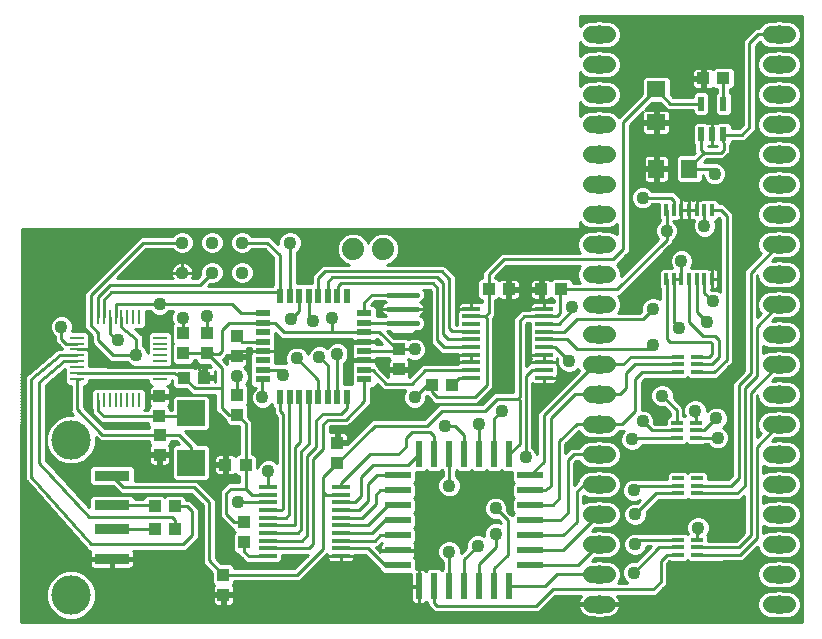
<source format=gtl>
G75*
%MOIN*%
%OFA0B0*%
%FSLAX25Y25*%
%IPPOS*%
%LPD*%
%AMOC8*
5,1,8,0,0,1.08239X$1,22.5*
%
%ADD10R,0.03937X0.04331*%
%ADD11R,0.04331X0.03937*%
%ADD12R,0.02165X0.04724*%
%ADD13R,0.04500X0.01000*%
%ADD14R,0.01000X0.04500*%
%ADD15R,0.05000X0.02200*%
%ADD16R,0.02200X0.05000*%
%ADD17R,0.05906X0.01378*%
%ADD18C,0.04400*%
%ADD19C,0.05550*%
%ADD20C,0.00000*%
%ADD21R,0.05512X0.06299*%
%ADD22R,0.06299X0.05512*%
%ADD23R,0.08661X0.02362*%
%ADD24R,0.02362X0.08661*%
%ADD25C,0.01772*%
%ADD26C,0.07400*%
%ADD27C,0.13100*%
%ADD28R,0.11811X0.03543*%
%ADD29R,0.09449X0.08661*%
%ADD30R,0.01200X0.03900*%
%ADD31R,0.03898X0.01181*%
%ADD32C,0.01000*%
%ADD33C,0.04362*%
%ADD34C,0.01600*%
D10*
X0071237Y0069207D03*
X0071237Y0075900D03*
X0071137Y0082007D03*
X0071137Y0088700D03*
X0079037Y0103007D03*
X0079037Y0109700D03*
X0087037Y0109700D03*
X0087037Y0103007D03*
X0097037Y0102007D03*
X0097037Y0108700D03*
X0097037Y0089200D03*
X0097037Y0082507D03*
X0130537Y0073200D03*
X0130537Y0066507D03*
X0099537Y0046700D03*
X0099537Y0040007D03*
X0092537Y0029200D03*
X0092537Y0022507D03*
X0150963Y0097645D03*
X0150963Y0104338D03*
D11*
X0161904Y0092365D03*
X0168596Y0092365D03*
X0180904Y0124365D03*
X0187596Y0124365D03*
X0198404Y0124365D03*
X0205096Y0124365D03*
X0252478Y0194641D03*
X0259171Y0194641D03*
X0099884Y0065853D03*
X0093191Y0065853D03*
X0076284Y0052053D03*
X0069591Y0052053D03*
X0069691Y0044353D03*
X0076384Y0044353D03*
X0079391Y0094953D03*
X0086084Y0094953D03*
D12*
X0251685Y0176022D03*
X0255425Y0176022D03*
X0259165Y0176022D03*
X0259165Y0186259D03*
X0251685Y0186259D03*
D13*
X0071317Y0108243D03*
X0071317Y0106275D03*
X0071317Y0104306D03*
X0071317Y0102338D03*
X0071317Y0100369D03*
X0071317Y0098401D03*
X0071317Y0096432D03*
X0071317Y0094464D03*
X0043758Y0094464D03*
X0043758Y0096432D03*
X0043758Y0098401D03*
X0043758Y0100369D03*
X0043758Y0102338D03*
X0043758Y0104306D03*
X0043758Y0106275D03*
X0043758Y0108243D03*
D14*
X0050648Y0115133D03*
X0052616Y0115133D03*
X0054585Y0115133D03*
X0056553Y0115133D03*
X0058522Y0115133D03*
X0060490Y0115133D03*
X0062459Y0115133D03*
X0064427Y0115133D03*
X0064427Y0087574D03*
X0062459Y0087574D03*
X0060490Y0087574D03*
X0058522Y0087574D03*
X0056553Y0087574D03*
X0054585Y0087574D03*
X0052616Y0087574D03*
X0050648Y0087574D03*
D15*
X0105637Y0094330D03*
X0105637Y0097479D03*
X0105637Y0100629D03*
X0105637Y0103779D03*
X0105637Y0106928D03*
X0105637Y0110078D03*
X0105637Y0113227D03*
X0105637Y0116377D03*
X0139437Y0116377D03*
X0139437Y0113227D03*
X0139437Y0110078D03*
X0139437Y0106928D03*
X0139437Y0103779D03*
X0139437Y0100629D03*
X0139437Y0097479D03*
X0139437Y0094330D03*
D16*
X0133561Y0088453D03*
X0130411Y0088453D03*
X0127262Y0088453D03*
X0124112Y0088453D03*
X0120963Y0088453D03*
X0117813Y0088453D03*
X0114663Y0088453D03*
X0111514Y0088453D03*
X0111514Y0122253D03*
X0114663Y0122253D03*
X0117813Y0122253D03*
X0120963Y0122253D03*
X0124112Y0122253D03*
X0127262Y0122253D03*
X0130411Y0122253D03*
X0133561Y0122253D03*
D17*
X0175183Y0117881D03*
X0175183Y0115322D03*
X0175183Y0112763D03*
X0175183Y0110204D03*
X0175183Y0107645D03*
X0175183Y0105086D03*
X0175183Y0102527D03*
X0175183Y0099968D03*
X0175183Y0097409D03*
X0175183Y0094850D03*
X0199317Y0094909D03*
X0199317Y0097468D03*
X0199317Y0100027D03*
X0199317Y0102586D03*
X0199317Y0105086D03*
X0199317Y0107645D03*
X0199317Y0110204D03*
X0199317Y0112763D03*
X0199317Y0115322D03*
X0199317Y0117881D03*
X0131604Y0058469D03*
X0131604Y0055910D03*
X0131604Y0053351D03*
X0131604Y0050792D03*
X0131604Y0048233D03*
X0131604Y0045674D03*
X0131604Y0043174D03*
X0131604Y0040615D03*
X0131604Y0038056D03*
X0131604Y0035497D03*
X0107470Y0035438D03*
X0107470Y0037997D03*
X0107470Y0040556D03*
X0107470Y0043115D03*
X0107470Y0045674D03*
X0107470Y0048233D03*
X0107470Y0050792D03*
X0107470Y0053351D03*
X0107470Y0055910D03*
X0107470Y0058469D03*
D18*
X0098762Y0129928D03*
X0088762Y0129928D03*
X0078762Y0129928D03*
X0078762Y0139928D03*
X0088762Y0139928D03*
X0098762Y0139928D03*
D19*
X0214975Y0139365D02*
X0220525Y0139365D01*
X0220525Y0129365D02*
X0214975Y0129365D01*
X0214975Y0119365D02*
X0220525Y0119365D01*
X0220525Y0109365D02*
X0214975Y0109365D01*
X0214975Y0099365D02*
X0220525Y0099365D01*
X0220525Y0089365D02*
X0214975Y0089365D01*
X0214975Y0079365D02*
X0220525Y0079365D01*
X0220525Y0069365D02*
X0214975Y0069365D01*
X0214975Y0059365D02*
X0220525Y0059365D01*
X0220525Y0049365D02*
X0214975Y0049365D01*
X0214975Y0039365D02*
X0220525Y0039365D01*
X0220525Y0029365D02*
X0214975Y0029365D01*
X0214975Y0019365D02*
X0220525Y0019365D01*
X0274975Y0019365D02*
X0280525Y0019365D01*
X0280525Y0029365D02*
X0274975Y0029365D01*
X0274975Y0039365D02*
X0280525Y0039365D01*
X0280525Y0049365D02*
X0274975Y0049365D01*
X0274975Y0059365D02*
X0280525Y0059365D01*
X0280525Y0069365D02*
X0274975Y0069365D01*
X0274975Y0079365D02*
X0280525Y0079365D01*
X0280525Y0089365D02*
X0274975Y0089365D01*
X0274975Y0099365D02*
X0280525Y0099365D01*
X0280525Y0109365D02*
X0274975Y0109365D01*
X0274975Y0119365D02*
X0280525Y0119365D01*
X0280525Y0129365D02*
X0274975Y0129365D01*
X0274975Y0139365D02*
X0280525Y0139365D01*
X0280525Y0149365D02*
X0274975Y0149365D01*
X0274975Y0159365D02*
X0280525Y0159365D01*
X0280525Y0169365D02*
X0274975Y0169365D01*
X0274975Y0179365D02*
X0280525Y0179365D01*
X0280525Y0189365D02*
X0274975Y0189365D01*
X0274975Y0199365D02*
X0280525Y0199365D01*
X0280525Y0209365D02*
X0274975Y0209365D01*
X0220525Y0209365D02*
X0214975Y0209365D01*
X0214975Y0199365D02*
X0220525Y0199365D01*
X0220525Y0189365D02*
X0214975Y0189365D01*
X0214975Y0179365D02*
X0220525Y0179365D01*
X0220525Y0169365D02*
X0214975Y0169365D01*
X0214975Y0159365D02*
X0220525Y0159365D01*
X0220525Y0149365D02*
X0214975Y0149365D01*
D20*
X0214797Y0149365D02*
X0214799Y0149473D01*
X0214805Y0149582D01*
X0214815Y0149690D01*
X0214829Y0149797D01*
X0214847Y0149904D01*
X0214868Y0150011D01*
X0214894Y0150116D01*
X0214924Y0150221D01*
X0214957Y0150324D01*
X0214994Y0150426D01*
X0215035Y0150526D01*
X0215079Y0150625D01*
X0215128Y0150723D01*
X0215179Y0150818D01*
X0215234Y0150911D01*
X0215293Y0151003D01*
X0215355Y0151092D01*
X0215420Y0151179D01*
X0215488Y0151263D01*
X0215559Y0151345D01*
X0215633Y0151424D01*
X0215710Y0151500D01*
X0215790Y0151574D01*
X0215873Y0151644D01*
X0215958Y0151712D01*
X0216045Y0151776D01*
X0216135Y0151837D01*
X0216227Y0151895D01*
X0216321Y0151949D01*
X0216417Y0152000D01*
X0216514Y0152047D01*
X0216614Y0152091D01*
X0216715Y0152131D01*
X0216817Y0152167D01*
X0216920Y0152199D01*
X0217025Y0152228D01*
X0217131Y0152252D01*
X0217237Y0152273D01*
X0217344Y0152290D01*
X0217452Y0152303D01*
X0217560Y0152312D01*
X0217669Y0152317D01*
X0217777Y0152318D01*
X0217886Y0152315D01*
X0217994Y0152308D01*
X0218102Y0152297D01*
X0218209Y0152282D01*
X0218316Y0152263D01*
X0218422Y0152240D01*
X0218527Y0152214D01*
X0218632Y0152183D01*
X0218734Y0152149D01*
X0218836Y0152111D01*
X0218936Y0152069D01*
X0219035Y0152024D01*
X0219132Y0151975D01*
X0219226Y0151922D01*
X0219319Y0151866D01*
X0219410Y0151807D01*
X0219499Y0151744D01*
X0219585Y0151679D01*
X0219669Y0151610D01*
X0219750Y0151538D01*
X0219828Y0151463D01*
X0219904Y0151385D01*
X0219977Y0151304D01*
X0220047Y0151221D01*
X0220113Y0151136D01*
X0220177Y0151048D01*
X0220237Y0150957D01*
X0220294Y0150865D01*
X0220347Y0150770D01*
X0220397Y0150674D01*
X0220443Y0150576D01*
X0220486Y0150476D01*
X0220525Y0150375D01*
X0220560Y0150272D01*
X0220592Y0150169D01*
X0220619Y0150064D01*
X0220643Y0149958D01*
X0220663Y0149851D01*
X0220679Y0149744D01*
X0220691Y0149636D01*
X0220699Y0149528D01*
X0220703Y0149419D01*
X0220703Y0149311D01*
X0220699Y0149202D01*
X0220691Y0149094D01*
X0220679Y0148986D01*
X0220663Y0148879D01*
X0220643Y0148772D01*
X0220619Y0148666D01*
X0220592Y0148561D01*
X0220560Y0148458D01*
X0220525Y0148355D01*
X0220486Y0148254D01*
X0220443Y0148154D01*
X0220397Y0148056D01*
X0220347Y0147960D01*
X0220294Y0147865D01*
X0220237Y0147773D01*
X0220177Y0147682D01*
X0220113Y0147594D01*
X0220047Y0147509D01*
X0219977Y0147426D01*
X0219904Y0147345D01*
X0219828Y0147267D01*
X0219750Y0147192D01*
X0219669Y0147120D01*
X0219585Y0147051D01*
X0219499Y0146986D01*
X0219410Y0146923D01*
X0219319Y0146864D01*
X0219227Y0146808D01*
X0219132Y0146755D01*
X0219035Y0146706D01*
X0218936Y0146661D01*
X0218836Y0146619D01*
X0218734Y0146581D01*
X0218632Y0146547D01*
X0218527Y0146516D01*
X0218422Y0146490D01*
X0218316Y0146467D01*
X0218209Y0146448D01*
X0218102Y0146433D01*
X0217994Y0146422D01*
X0217886Y0146415D01*
X0217777Y0146412D01*
X0217669Y0146413D01*
X0217560Y0146418D01*
X0217452Y0146427D01*
X0217344Y0146440D01*
X0217237Y0146457D01*
X0217131Y0146478D01*
X0217025Y0146502D01*
X0216920Y0146531D01*
X0216817Y0146563D01*
X0216715Y0146599D01*
X0216614Y0146639D01*
X0216514Y0146683D01*
X0216417Y0146730D01*
X0216321Y0146781D01*
X0216227Y0146835D01*
X0216135Y0146893D01*
X0216045Y0146954D01*
X0215958Y0147018D01*
X0215873Y0147086D01*
X0215790Y0147156D01*
X0215710Y0147230D01*
X0215633Y0147306D01*
X0215559Y0147385D01*
X0215488Y0147467D01*
X0215420Y0147551D01*
X0215355Y0147638D01*
X0215293Y0147727D01*
X0215234Y0147819D01*
X0215179Y0147912D01*
X0215128Y0148007D01*
X0215079Y0148105D01*
X0215035Y0148204D01*
X0214994Y0148304D01*
X0214957Y0148406D01*
X0214924Y0148509D01*
X0214894Y0148614D01*
X0214868Y0148719D01*
X0214847Y0148826D01*
X0214829Y0148933D01*
X0214815Y0149040D01*
X0214805Y0149148D01*
X0214799Y0149257D01*
X0214797Y0149365D01*
X0214797Y0159365D02*
X0214799Y0159473D01*
X0214805Y0159582D01*
X0214815Y0159690D01*
X0214829Y0159797D01*
X0214847Y0159904D01*
X0214868Y0160011D01*
X0214894Y0160116D01*
X0214924Y0160221D01*
X0214957Y0160324D01*
X0214994Y0160426D01*
X0215035Y0160526D01*
X0215079Y0160625D01*
X0215128Y0160723D01*
X0215179Y0160818D01*
X0215234Y0160911D01*
X0215293Y0161003D01*
X0215355Y0161092D01*
X0215420Y0161179D01*
X0215488Y0161263D01*
X0215559Y0161345D01*
X0215633Y0161424D01*
X0215710Y0161500D01*
X0215790Y0161574D01*
X0215873Y0161644D01*
X0215958Y0161712D01*
X0216045Y0161776D01*
X0216135Y0161837D01*
X0216227Y0161895D01*
X0216321Y0161949D01*
X0216417Y0162000D01*
X0216514Y0162047D01*
X0216614Y0162091D01*
X0216715Y0162131D01*
X0216817Y0162167D01*
X0216920Y0162199D01*
X0217025Y0162228D01*
X0217131Y0162252D01*
X0217237Y0162273D01*
X0217344Y0162290D01*
X0217452Y0162303D01*
X0217560Y0162312D01*
X0217669Y0162317D01*
X0217777Y0162318D01*
X0217886Y0162315D01*
X0217994Y0162308D01*
X0218102Y0162297D01*
X0218209Y0162282D01*
X0218316Y0162263D01*
X0218422Y0162240D01*
X0218527Y0162214D01*
X0218632Y0162183D01*
X0218734Y0162149D01*
X0218836Y0162111D01*
X0218936Y0162069D01*
X0219035Y0162024D01*
X0219132Y0161975D01*
X0219226Y0161922D01*
X0219319Y0161866D01*
X0219410Y0161807D01*
X0219499Y0161744D01*
X0219585Y0161679D01*
X0219669Y0161610D01*
X0219750Y0161538D01*
X0219828Y0161463D01*
X0219904Y0161385D01*
X0219977Y0161304D01*
X0220047Y0161221D01*
X0220113Y0161136D01*
X0220177Y0161048D01*
X0220237Y0160957D01*
X0220294Y0160865D01*
X0220347Y0160770D01*
X0220397Y0160674D01*
X0220443Y0160576D01*
X0220486Y0160476D01*
X0220525Y0160375D01*
X0220560Y0160272D01*
X0220592Y0160169D01*
X0220619Y0160064D01*
X0220643Y0159958D01*
X0220663Y0159851D01*
X0220679Y0159744D01*
X0220691Y0159636D01*
X0220699Y0159528D01*
X0220703Y0159419D01*
X0220703Y0159311D01*
X0220699Y0159202D01*
X0220691Y0159094D01*
X0220679Y0158986D01*
X0220663Y0158879D01*
X0220643Y0158772D01*
X0220619Y0158666D01*
X0220592Y0158561D01*
X0220560Y0158458D01*
X0220525Y0158355D01*
X0220486Y0158254D01*
X0220443Y0158154D01*
X0220397Y0158056D01*
X0220347Y0157960D01*
X0220294Y0157865D01*
X0220237Y0157773D01*
X0220177Y0157682D01*
X0220113Y0157594D01*
X0220047Y0157509D01*
X0219977Y0157426D01*
X0219904Y0157345D01*
X0219828Y0157267D01*
X0219750Y0157192D01*
X0219669Y0157120D01*
X0219585Y0157051D01*
X0219499Y0156986D01*
X0219410Y0156923D01*
X0219319Y0156864D01*
X0219227Y0156808D01*
X0219132Y0156755D01*
X0219035Y0156706D01*
X0218936Y0156661D01*
X0218836Y0156619D01*
X0218734Y0156581D01*
X0218632Y0156547D01*
X0218527Y0156516D01*
X0218422Y0156490D01*
X0218316Y0156467D01*
X0218209Y0156448D01*
X0218102Y0156433D01*
X0217994Y0156422D01*
X0217886Y0156415D01*
X0217777Y0156412D01*
X0217669Y0156413D01*
X0217560Y0156418D01*
X0217452Y0156427D01*
X0217344Y0156440D01*
X0217237Y0156457D01*
X0217131Y0156478D01*
X0217025Y0156502D01*
X0216920Y0156531D01*
X0216817Y0156563D01*
X0216715Y0156599D01*
X0216614Y0156639D01*
X0216514Y0156683D01*
X0216417Y0156730D01*
X0216321Y0156781D01*
X0216227Y0156835D01*
X0216135Y0156893D01*
X0216045Y0156954D01*
X0215958Y0157018D01*
X0215873Y0157086D01*
X0215790Y0157156D01*
X0215710Y0157230D01*
X0215633Y0157306D01*
X0215559Y0157385D01*
X0215488Y0157467D01*
X0215420Y0157551D01*
X0215355Y0157638D01*
X0215293Y0157727D01*
X0215234Y0157819D01*
X0215179Y0157912D01*
X0215128Y0158007D01*
X0215079Y0158105D01*
X0215035Y0158204D01*
X0214994Y0158304D01*
X0214957Y0158406D01*
X0214924Y0158509D01*
X0214894Y0158614D01*
X0214868Y0158719D01*
X0214847Y0158826D01*
X0214829Y0158933D01*
X0214815Y0159040D01*
X0214805Y0159148D01*
X0214799Y0159257D01*
X0214797Y0159365D01*
X0214797Y0169365D02*
X0214799Y0169473D01*
X0214805Y0169582D01*
X0214815Y0169690D01*
X0214829Y0169797D01*
X0214847Y0169904D01*
X0214868Y0170011D01*
X0214894Y0170116D01*
X0214924Y0170221D01*
X0214957Y0170324D01*
X0214994Y0170426D01*
X0215035Y0170526D01*
X0215079Y0170625D01*
X0215128Y0170723D01*
X0215179Y0170818D01*
X0215234Y0170911D01*
X0215293Y0171003D01*
X0215355Y0171092D01*
X0215420Y0171179D01*
X0215488Y0171263D01*
X0215559Y0171345D01*
X0215633Y0171424D01*
X0215710Y0171500D01*
X0215790Y0171574D01*
X0215873Y0171644D01*
X0215958Y0171712D01*
X0216045Y0171776D01*
X0216135Y0171837D01*
X0216227Y0171895D01*
X0216321Y0171949D01*
X0216417Y0172000D01*
X0216514Y0172047D01*
X0216614Y0172091D01*
X0216715Y0172131D01*
X0216817Y0172167D01*
X0216920Y0172199D01*
X0217025Y0172228D01*
X0217131Y0172252D01*
X0217237Y0172273D01*
X0217344Y0172290D01*
X0217452Y0172303D01*
X0217560Y0172312D01*
X0217669Y0172317D01*
X0217777Y0172318D01*
X0217886Y0172315D01*
X0217994Y0172308D01*
X0218102Y0172297D01*
X0218209Y0172282D01*
X0218316Y0172263D01*
X0218422Y0172240D01*
X0218527Y0172214D01*
X0218632Y0172183D01*
X0218734Y0172149D01*
X0218836Y0172111D01*
X0218936Y0172069D01*
X0219035Y0172024D01*
X0219132Y0171975D01*
X0219226Y0171922D01*
X0219319Y0171866D01*
X0219410Y0171807D01*
X0219499Y0171744D01*
X0219585Y0171679D01*
X0219669Y0171610D01*
X0219750Y0171538D01*
X0219828Y0171463D01*
X0219904Y0171385D01*
X0219977Y0171304D01*
X0220047Y0171221D01*
X0220113Y0171136D01*
X0220177Y0171048D01*
X0220237Y0170957D01*
X0220294Y0170865D01*
X0220347Y0170770D01*
X0220397Y0170674D01*
X0220443Y0170576D01*
X0220486Y0170476D01*
X0220525Y0170375D01*
X0220560Y0170272D01*
X0220592Y0170169D01*
X0220619Y0170064D01*
X0220643Y0169958D01*
X0220663Y0169851D01*
X0220679Y0169744D01*
X0220691Y0169636D01*
X0220699Y0169528D01*
X0220703Y0169419D01*
X0220703Y0169311D01*
X0220699Y0169202D01*
X0220691Y0169094D01*
X0220679Y0168986D01*
X0220663Y0168879D01*
X0220643Y0168772D01*
X0220619Y0168666D01*
X0220592Y0168561D01*
X0220560Y0168458D01*
X0220525Y0168355D01*
X0220486Y0168254D01*
X0220443Y0168154D01*
X0220397Y0168056D01*
X0220347Y0167960D01*
X0220294Y0167865D01*
X0220237Y0167773D01*
X0220177Y0167682D01*
X0220113Y0167594D01*
X0220047Y0167509D01*
X0219977Y0167426D01*
X0219904Y0167345D01*
X0219828Y0167267D01*
X0219750Y0167192D01*
X0219669Y0167120D01*
X0219585Y0167051D01*
X0219499Y0166986D01*
X0219410Y0166923D01*
X0219319Y0166864D01*
X0219227Y0166808D01*
X0219132Y0166755D01*
X0219035Y0166706D01*
X0218936Y0166661D01*
X0218836Y0166619D01*
X0218734Y0166581D01*
X0218632Y0166547D01*
X0218527Y0166516D01*
X0218422Y0166490D01*
X0218316Y0166467D01*
X0218209Y0166448D01*
X0218102Y0166433D01*
X0217994Y0166422D01*
X0217886Y0166415D01*
X0217777Y0166412D01*
X0217669Y0166413D01*
X0217560Y0166418D01*
X0217452Y0166427D01*
X0217344Y0166440D01*
X0217237Y0166457D01*
X0217131Y0166478D01*
X0217025Y0166502D01*
X0216920Y0166531D01*
X0216817Y0166563D01*
X0216715Y0166599D01*
X0216614Y0166639D01*
X0216514Y0166683D01*
X0216417Y0166730D01*
X0216321Y0166781D01*
X0216227Y0166835D01*
X0216135Y0166893D01*
X0216045Y0166954D01*
X0215958Y0167018D01*
X0215873Y0167086D01*
X0215790Y0167156D01*
X0215710Y0167230D01*
X0215633Y0167306D01*
X0215559Y0167385D01*
X0215488Y0167467D01*
X0215420Y0167551D01*
X0215355Y0167638D01*
X0215293Y0167727D01*
X0215234Y0167819D01*
X0215179Y0167912D01*
X0215128Y0168007D01*
X0215079Y0168105D01*
X0215035Y0168204D01*
X0214994Y0168304D01*
X0214957Y0168406D01*
X0214924Y0168509D01*
X0214894Y0168614D01*
X0214868Y0168719D01*
X0214847Y0168826D01*
X0214829Y0168933D01*
X0214815Y0169040D01*
X0214805Y0169148D01*
X0214799Y0169257D01*
X0214797Y0169365D01*
X0214797Y0179365D02*
X0214799Y0179473D01*
X0214805Y0179582D01*
X0214815Y0179690D01*
X0214829Y0179797D01*
X0214847Y0179904D01*
X0214868Y0180011D01*
X0214894Y0180116D01*
X0214924Y0180221D01*
X0214957Y0180324D01*
X0214994Y0180426D01*
X0215035Y0180526D01*
X0215079Y0180625D01*
X0215128Y0180723D01*
X0215179Y0180818D01*
X0215234Y0180911D01*
X0215293Y0181003D01*
X0215355Y0181092D01*
X0215420Y0181179D01*
X0215488Y0181263D01*
X0215559Y0181345D01*
X0215633Y0181424D01*
X0215710Y0181500D01*
X0215790Y0181574D01*
X0215873Y0181644D01*
X0215958Y0181712D01*
X0216045Y0181776D01*
X0216135Y0181837D01*
X0216227Y0181895D01*
X0216321Y0181949D01*
X0216417Y0182000D01*
X0216514Y0182047D01*
X0216614Y0182091D01*
X0216715Y0182131D01*
X0216817Y0182167D01*
X0216920Y0182199D01*
X0217025Y0182228D01*
X0217131Y0182252D01*
X0217237Y0182273D01*
X0217344Y0182290D01*
X0217452Y0182303D01*
X0217560Y0182312D01*
X0217669Y0182317D01*
X0217777Y0182318D01*
X0217886Y0182315D01*
X0217994Y0182308D01*
X0218102Y0182297D01*
X0218209Y0182282D01*
X0218316Y0182263D01*
X0218422Y0182240D01*
X0218527Y0182214D01*
X0218632Y0182183D01*
X0218734Y0182149D01*
X0218836Y0182111D01*
X0218936Y0182069D01*
X0219035Y0182024D01*
X0219132Y0181975D01*
X0219226Y0181922D01*
X0219319Y0181866D01*
X0219410Y0181807D01*
X0219499Y0181744D01*
X0219585Y0181679D01*
X0219669Y0181610D01*
X0219750Y0181538D01*
X0219828Y0181463D01*
X0219904Y0181385D01*
X0219977Y0181304D01*
X0220047Y0181221D01*
X0220113Y0181136D01*
X0220177Y0181048D01*
X0220237Y0180957D01*
X0220294Y0180865D01*
X0220347Y0180770D01*
X0220397Y0180674D01*
X0220443Y0180576D01*
X0220486Y0180476D01*
X0220525Y0180375D01*
X0220560Y0180272D01*
X0220592Y0180169D01*
X0220619Y0180064D01*
X0220643Y0179958D01*
X0220663Y0179851D01*
X0220679Y0179744D01*
X0220691Y0179636D01*
X0220699Y0179528D01*
X0220703Y0179419D01*
X0220703Y0179311D01*
X0220699Y0179202D01*
X0220691Y0179094D01*
X0220679Y0178986D01*
X0220663Y0178879D01*
X0220643Y0178772D01*
X0220619Y0178666D01*
X0220592Y0178561D01*
X0220560Y0178458D01*
X0220525Y0178355D01*
X0220486Y0178254D01*
X0220443Y0178154D01*
X0220397Y0178056D01*
X0220347Y0177960D01*
X0220294Y0177865D01*
X0220237Y0177773D01*
X0220177Y0177682D01*
X0220113Y0177594D01*
X0220047Y0177509D01*
X0219977Y0177426D01*
X0219904Y0177345D01*
X0219828Y0177267D01*
X0219750Y0177192D01*
X0219669Y0177120D01*
X0219585Y0177051D01*
X0219499Y0176986D01*
X0219410Y0176923D01*
X0219319Y0176864D01*
X0219227Y0176808D01*
X0219132Y0176755D01*
X0219035Y0176706D01*
X0218936Y0176661D01*
X0218836Y0176619D01*
X0218734Y0176581D01*
X0218632Y0176547D01*
X0218527Y0176516D01*
X0218422Y0176490D01*
X0218316Y0176467D01*
X0218209Y0176448D01*
X0218102Y0176433D01*
X0217994Y0176422D01*
X0217886Y0176415D01*
X0217777Y0176412D01*
X0217669Y0176413D01*
X0217560Y0176418D01*
X0217452Y0176427D01*
X0217344Y0176440D01*
X0217237Y0176457D01*
X0217131Y0176478D01*
X0217025Y0176502D01*
X0216920Y0176531D01*
X0216817Y0176563D01*
X0216715Y0176599D01*
X0216614Y0176639D01*
X0216514Y0176683D01*
X0216417Y0176730D01*
X0216321Y0176781D01*
X0216227Y0176835D01*
X0216135Y0176893D01*
X0216045Y0176954D01*
X0215958Y0177018D01*
X0215873Y0177086D01*
X0215790Y0177156D01*
X0215710Y0177230D01*
X0215633Y0177306D01*
X0215559Y0177385D01*
X0215488Y0177467D01*
X0215420Y0177551D01*
X0215355Y0177638D01*
X0215293Y0177727D01*
X0215234Y0177819D01*
X0215179Y0177912D01*
X0215128Y0178007D01*
X0215079Y0178105D01*
X0215035Y0178204D01*
X0214994Y0178304D01*
X0214957Y0178406D01*
X0214924Y0178509D01*
X0214894Y0178614D01*
X0214868Y0178719D01*
X0214847Y0178826D01*
X0214829Y0178933D01*
X0214815Y0179040D01*
X0214805Y0179148D01*
X0214799Y0179257D01*
X0214797Y0179365D01*
X0214797Y0189365D02*
X0214799Y0189473D01*
X0214805Y0189582D01*
X0214815Y0189690D01*
X0214829Y0189797D01*
X0214847Y0189904D01*
X0214868Y0190011D01*
X0214894Y0190116D01*
X0214924Y0190221D01*
X0214957Y0190324D01*
X0214994Y0190426D01*
X0215035Y0190526D01*
X0215079Y0190625D01*
X0215128Y0190723D01*
X0215179Y0190818D01*
X0215234Y0190911D01*
X0215293Y0191003D01*
X0215355Y0191092D01*
X0215420Y0191179D01*
X0215488Y0191263D01*
X0215559Y0191345D01*
X0215633Y0191424D01*
X0215710Y0191500D01*
X0215790Y0191574D01*
X0215873Y0191644D01*
X0215958Y0191712D01*
X0216045Y0191776D01*
X0216135Y0191837D01*
X0216227Y0191895D01*
X0216321Y0191949D01*
X0216417Y0192000D01*
X0216514Y0192047D01*
X0216614Y0192091D01*
X0216715Y0192131D01*
X0216817Y0192167D01*
X0216920Y0192199D01*
X0217025Y0192228D01*
X0217131Y0192252D01*
X0217237Y0192273D01*
X0217344Y0192290D01*
X0217452Y0192303D01*
X0217560Y0192312D01*
X0217669Y0192317D01*
X0217777Y0192318D01*
X0217886Y0192315D01*
X0217994Y0192308D01*
X0218102Y0192297D01*
X0218209Y0192282D01*
X0218316Y0192263D01*
X0218422Y0192240D01*
X0218527Y0192214D01*
X0218632Y0192183D01*
X0218734Y0192149D01*
X0218836Y0192111D01*
X0218936Y0192069D01*
X0219035Y0192024D01*
X0219132Y0191975D01*
X0219226Y0191922D01*
X0219319Y0191866D01*
X0219410Y0191807D01*
X0219499Y0191744D01*
X0219585Y0191679D01*
X0219669Y0191610D01*
X0219750Y0191538D01*
X0219828Y0191463D01*
X0219904Y0191385D01*
X0219977Y0191304D01*
X0220047Y0191221D01*
X0220113Y0191136D01*
X0220177Y0191048D01*
X0220237Y0190957D01*
X0220294Y0190865D01*
X0220347Y0190770D01*
X0220397Y0190674D01*
X0220443Y0190576D01*
X0220486Y0190476D01*
X0220525Y0190375D01*
X0220560Y0190272D01*
X0220592Y0190169D01*
X0220619Y0190064D01*
X0220643Y0189958D01*
X0220663Y0189851D01*
X0220679Y0189744D01*
X0220691Y0189636D01*
X0220699Y0189528D01*
X0220703Y0189419D01*
X0220703Y0189311D01*
X0220699Y0189202D01*
X0220691Y0189094D01*
X0220679Y0188986D01*
X0220663Y0188879D01*
X0220643Y0188772D01*
X0220619Y0188666D01*
X0220592Y0188561D01*
X0220560Y0188458D01*
X0220525Y0188355D01*
X0220486Y0188254D01*
X0220443Y0188154D01*
X0220397Y0188056D01*
X0220347Y0187960D01*
X0220294Y0187865D01*
X0220237Y0187773D01*
X0220177Y0187682D01*
X0220113Y0187594D01*
X0220047Y0187509D01*
X0219977Y0187426D01*
X0219904Y0187345D01*
X0219828Y0187267D01*
X0219750Y0187192D01*
X0219669Y0187120D01*
X0219585Y0187051D01*
X0219499Y0186986D01*
X0219410Y0186923D01*
X0219319Y0186864D01*
X0219227Y0186808D01*
X0219132Y0186755D01*
X0219035Y0186706D01*
X0218936Y0186661D01*
X0218836Y0186619D01*
X0218734Y0186581D01*
X0218632Y0186547D01*
X0218527Y0186516D01*
X0218422Y0186490D01*
X0218316Y0186467D01*
X0218209Y0186448D01*
X0218102Y0186433D01*
X0217994Y0186422D01*
X0217886Y0186415D01*
X0217777Y0186412D01*
X0217669Y0186413D01*
X0217560Y0186418D01*
X0217452Y0186427D01*
X0217344Y0186440D01*
X0217237Y0186457D01*
X0217131Y0186478D01*
X0217025Y0186502D01*
X0216920Y0186531D01*
X0216817Y0186563D01*
X0216715Y0186599D01*
X0216614Y0186639D01*
X0216514Y0186683D01*
X0216417Y0186730D01*
X0216321Y0186781D01*
X0216227Y0186835D01*
X0216135Y0186893D01*
X0216045Y0186954D01*
X0215958Y0187018D01*
X0215873Y0187086D01*
X0215790Y0187156D01*
X0215710Y0187230D01*
X0215633Y0187306D01*
X0215559Y0187385D01*
X0215488Y0187467D01*
X0215420Y0187551D01*
X0215355Y0187638D01*
X0215293Y0187727D01*
X0215234Y0187819D01*
X0215179Y0187912D01*
X0215128Y0188007D01*
X0215079Y0188105D01*
X0215035Y0188204D01*
X0214994Y0188304D01*
X0214957Y0188406D01*
X0214924Y0188509D01*
X0214894Y0188614D01*
X0214868Y0188719D01*
X0214847Y0188826D01*
X0214829Y0188933D01*
X0214815Y0189040D01*
X0214805Y0189148D01*
X0214799Y0189257D01*
X0214797Y0189365D01*
X0214797Y0199365D02*
X0214799Y0199473D01*
X0214805Y0199582D01*
X0214815Y0199690D01*
X0214829Y0199797D01*
X0214847Y0199904D01*
X0214868Y0200011D01*
X0214894Y0200116D01*
X0214924Y0200221D01*
X0214957Y0200324D01*
X0214994Y0200426D01*
X0215035Y0200526D01*
X0215079Y0200625D01*
X0215128Y0200723D01*
X0215179Y0200818D01*
X0215234Y0200911D01*
X0215293Y0201003D01*
X0215355Y0201092D01*
X0215420Y0201179D01*
X0215488Y0201263D01*
X0215559Y0201345D01*
X0215633Y0201424D01*
X0215710Y0201500D01*
X0215790Y0201574D01*
X0215873Y0201644D01*
X0215958Y0201712D01*
X0216045Y0201776D01*
X0216135Y0201837D01*
X0216227Y0201895D01*
X0216321Y0201949D01*
X0216417Y0202000D01*
X0216514Y0202047D01*
X0216614Y0202091D01*
X0216715Y0202131D01*
X0216817Y0202167D01*
X0216920Y0202199D01*
X0217025Y0202228D01*
X0217131Y0202252D01*
X0217237Y0202273D01*
X0217344Y0202290D01*
X0217452Y0202303D01*
X0217560Y0202312D01*
X0217669Y0202317D01*
X0217777Y0202318D01*
X0217886Y0202315D01*
X0217994Y0202308D01*
X0218102Y0202297D01*
X0218209Y0202282D01*
X0218316Y0202263D01*
X0218422Y0202240D01*
X0218527Y0202214D01*
X0218632Y0202183D01*
X0218734Y0202149D01*
X0218836Y0202111D01*
X0218936Y0202069D01*
X0219035Y0202024D01*
X0219132Y0201975D01*
X0219226Y0201922D01*
X0219319Y0201866D01*
X0219410Y0201807D01*
X0219499Y0201744D01*
X0219585Y0201679D01*
X0219669Y0201610D01*
X0219750Y0201538D01*
X0219828Y0201463D01*
X0219904Y0201385D01*
X0219977Y0201304D01*
X0220047Y0201221D01*
X0220113Y0201136D01*
X0220177Y0201048D01*
X0220237Y0200957D01*
X0220294Y0200865D01*
X0220347Y0200770D01*
X0220397Y0200674D01*
X0220443Y0200576D01*
X0220486Y0200476D01*
X0220525Y0200375D01*
X0220560Y0200272D01*
X0220592Y0200169D01*
X0220619Y0200064D01*
X0220643Y0199958D01*
X0220663Y0199851D01*
X0220679Y0199744D01*
X0220691Y0199636D01*
X0220699Y0199528D01*
X0220703Y0199419D01*
X0220703Y0199311D01*
X0220699Y0199202D01*
X0220691Y0199094D01*
X0220679Y0198986D01*
X0220663Y0198879D01*
X0220643Y0198772D01*
X0220619Y0198666D01*
X0220592Y0198561D01*
X0220560Y0198458D01*
X0220525Y0198355D01*
X0220486Y0198254D01*
X0220443Y0198154D01*
X0220397Y0198056D01*
X0220347Y0197960D01*
X0220294Y0197865D01*
X0220237Y0197773D01*
X0220177Y0197682D01*
X0220113Y0197594D01*
X0220047Y0197509D01*
X0219977Y0197426D01*
X0219904Y0197345D01*
X0219828Y0197267D01*
X0219750Y0197192D01*
X0219669Y0197120D01*
X0219585Y0197051D01*
X0219499Y0196986D01*
X0219410Y0196923D01*
X0219319Y0196864D01*
X0219227Y0196808D01*
X0219132Y0196755D01*
X0219035Y0196706D01*
X0218936Y0196661D01*
X0218836Y0196619D01*
X0218734Y0196581D01*
X0218632Y0196547D01*
X0218527Y0196516D01*
X0218422Y0196490D01*
X0218316Y0196467D01*
X0218209Y0196448D01*
X0218102Y0196433D01*
X0217994Y0196422D01*
X0217886Y0196415D01*
X0217777Y0196412D01*
X0217669Y0196413D01*
X0217560Y0196418D01*
X0217452Y0196427D01*
X0217344Y0196440D01*
X0217237Y0196457D01*
X0217131Y0196478D01*
X0217025Y0196502D01*
X0216920Y0196531D01*
X0216817Y0196563D01*
X0216715Y0196599D01*
X0216614Y0196639D01*
X0216514Y0196683D01*
X0216417Y0196730D01*
X0216321Y0196781D01*
X0216227Y0196835D01*
X0216135Y0196893D01*
X0216045Y0196954D01*
X0215958Y0197018D01*
X0215873Y0197086D01*
X0215790Y0197156D01*
X0215710Y0197230D01*
X0215633Y0197306D01*
X0215559Y0197385D01*
X0215488Y0197467D01*
X0215420Y0197551D01*
X0215355Y0197638D01*
X0215293Y0197727D01*
X0215234Y0197819D01*
X0215179Y0197912D01*
X0215128Y0198007D01*
X0215079Y0198105D01*
X0215035Y0198204D01*
X0214994Y0198304D01*
X0214957Y0198406D01*
X0214924Y0198509D01*
X0214894Y0198614D01*
X0214868Y0198719D01*
X0214847Y0198826D01*
X0214829Y0198933D01*
X0214815Y0199040D01*
X0214805Y0199148D01*
X0214799Y0199257D01*
X0214797Y0199365D01*
X0214797Y0209365D02*
X0214799Y0209473D01*
X0214805Y0209582D01*
X0214815Y0209690D01*
X0214829Y0209797D01*
X0214847Y0209904D01*
X0214868Y0210011D01*
X0214894Y0210116D01*
X0214924Y0210221D01*
X0214957Y0210324D01*
X0214994Y0210426D01*
X0215035Y0210526D01*
X0215079Y0210625D01*
X0215128Y0210723D01*
X0215179Y0210818D01*
X0215234Y0210911D01*
X0215293Y0211003D01*
X0215355Y0211092D01*
X0215420Y0211179D01*
X0215488Y0211263D01*
X0215559Y0211345D01*
X0215633Y0211424D01*
X0215710Y0211500D01*
X0215790Y0211574D01*
X0215873Y0211644D01*
X0215958Y0211712D01*
X0216045Y0211776D01*
X0216135Y0211837D01*
X0216227Y0211895D01*
X0216321Y0211949D01*
X0216417Y0212000D01*
X0216514Y0212047D01*
X0216614Y0212091D01*
X0216715Y0212131D01*
X0216817Y0212167D01*
X0216920Y0212199D01*
X0217025Y0212228D01*
X0217131Y0212252D01*
X0217237Y0212273D01*
X0217344Y0212290D01*
X0217452Y0212303D01*
X0217560Y0212312D01*
X0217669Y0212317D01*
X0217777Y0212318D01*
X0217886Y0212315D01*
X0217994Y0212308D01*
X0218102Y0212297D01*
X0218209Y0212282D01*
X0218316Y0212263D01*
X0218422Y0212240D01*
X0218527Y0212214D01*
X0218632Y0212183D01*
X0218734Y0212149D01*
X0218836Y0212111D01*
X0218936Y0212069D01*
X0219035Y0212024D01*
X0219132Y0211975D01*
X0219226Y0211922D01*
X0219319Y0211866D01*
X0219410Y0211807D01*
X0219499Y0211744D01*
X0219585Y0211679D01*
X0219669Y0211610D01*
X0219750Y0211538D01*
X0219828Y0211463D01*
X0219904Y0211385D01*
X0219977Y0211304D01*
X0220047Y0211221D01*
X0220113Y0211136D01*
X0220177Y0211048D01*
X0220237Y0210957D01*
X0220294Y0210865D01*
X0220347Y0210770D01*
X0220397Y0210674D01*
X0220443Y0210576D01*
X0220486Y0210476D01*
X0220525Y0210375D01*
X0220560Y0210272D01*
X0220592Y0210169D01*
X0220619Y0210064D01*
X0220643Y0209958D01*
X0220663Y0209851D01*
X0220679Y0209744D01*
X0220691Y0209636D01*
X0220699Y0209528D01*
X0220703Y0209419D01*
X0220703Y0209311D01*
X0220699Y0209202D01*
X0220691Y0209094D01*
X0220679Y0208986D01*
X0220663Y0208879D01*
X0220643Y0208772D01*
X0220619Y0208666D01*
X0220592Y0208561D01*
X0220560Y0208458D01*
X0220525Y0208355D01*
X0220486Y0208254D01*
X0220443Y0208154D01*
X0220397Y0208056D01*
X0220347Y0207960D01*
X0220294Y0207865D01*
X0220237Y0207773D01*
X0220177Y0207682D01*
X0220113Y0207594D01*
X0220047Y0207509D01*
X0219977Y0207426D01*
X0219904Y0207345D01*
X0219828Y0207267D01*
X0219750Y0207192D01*
X0219669Y0207120D01*
X0219585Y0207051D01*
X0219499Y0206986D01*
X0219410Y0206923D01*
X0219319Y0206864D01*
X0219227Y0206808D01*
X0219132Y0206755D01*
X0219035Y0206706D01*
X0218936Y0206661D01*
X0218836Y0206619D01*
X0218734Y0206581D01*
X0218632Y0206547D01*
X0218527Y0206516D01*
X0218422Y0206490D01*
X0218316Y0206467D01*
X0218209Y0206448D01*
X0218102Y0206433D01*
X0217994Y0206422D01*
X0217886Y0206415D01*
X0217777Y0206412D01*
X0217669Y0206413D01*
X0217560Y0206418D01*
X0217452Y0206427D01*
X0217344Y0206440D01*
X0217237Y0206457D01*
X0217131Y0206478D01*
X0217025Y0206502D01*
X0216920Y0206531D01*
X0216817Y0206563D01*
X0216715Y0206599D01*
X0216614Y0206639D01*
X0216514Y0206683D01*
X0216417Y0206730D01*
X0216321Y0206781D01*
X0216227Y0206835D01*
X0216135Y0206893D01*
X0216045Y0206954D01*
X0215958Y0207018D01*
X0215873Y0207086D01*
X0215790Y0207156D01*
X0215710Y0207230D01*
X0215633Y0207306D01*
X0215559Y0207385D01*
X0215488Y0207467D01*
X0215420Y0207551D01*
X0215355Y0207638D01*
X0215293Y0207727D01*
X0215234Y0207819D01*
X0215179Y0207912D01*
X0215128Y0208007D01*
X0215079Y0208105D01*
X0215035Y0208204D01*
X0214994Y0208304D01*
X0214957Y0208406D01*
X0214924Y0208509D01*
X0214894Y0208614D01*
X0214868Y0208719D01*
X0214847Y0208826D01*
X0214829Y0208933D01*
X0214815Y0209040D01*
X0214805Y0209148D01*
X0214799Y0209257D01*
X0214797Y0209365D01*
X0274797Y0209365D02*
X0274799Y0209473D01*
X0274805Y0209582D01*
X0274815Y0209690D01*
X0274829Y0209797D01*
X0274847Y0209904D01*
X0274868Y0210011D01*
X0274894Y0210116D01*
X0274924Y0210221D01*
X0274957Y0210324D01*
X0274994Y0210426D01*
X0275035Y0210526D01*
X0275079Y0210625D01*
X0275128Y0210723D01*
X0275179Y0210818D01*
X0275234Y0210911D01*
X0275293Y0211003D01*
X0275355Y0211092D01*
X0275420Y0211179D01*
X0275488Y0211263D01*
X0275559Y0211345D01*
X0275633Y0211424D01*
X0275710Y0211500D01*
X0275790Y0211574D01*
X0275873Y0211644D01*
X0275958Y0211712D01*
X0276045Y0211776D01*
X0276135Y0211837D01*
X0276227Y0211895D01*
X0276321Y0211949D01*
X0276417Y0212000D01*
X0276514Y0212047D01*
X0276614Y0212091D01*
X0276715Y0212131D01*
X0276817Y0212167D01*
X0276920Y0212199D01*
X0277025Y0212228D01*
X0277131Y0212252D01*
X0277237Y0212273D01*
X0277344Y0212290D01*
X0277452Y0212303D01*
X0277560Y0212312D01*
X0277669Y0212317D01*
X0277777Y0212318D01*
X0277886Y0212315D01*
X0277994Y0212308D01*
X0278102Y0212297D01*
X0278209Y0212282D01*
X0278316Y0212263D01*
X0278422Y0212240D01*
X0278527Y0212214D01*
X0278632Y0212183D01*
X0278734Y0212149D01*
X0278836Y0212111D01*
X0278936Y0212069D01*
X0279035Y0212024D01*
X0279132Y0211975D01*
X0279226Y0211922D01*
X0279319Y0211866D01*
X0279410Y0211807D01*
X0279499Y0211744D01*
X0279585Y0211679D01*
X0279669Y0211610D01*
X0279750Y0211538D01*
X0279828Y0211463D01*
X0279904Y0211385D01*
X0279977Y0211304D01*
X0280047Y0211221D01*
X0280113Y0211136D01*
X0280177Y0211048D01*
X0280237Y0210957D01*
X0280294Y0210865D01*
X0280347Y0210770D01*
X0280397Y0210674D01*
X0280443Y0210576D01*
X0280486Y0210476D01*
X0280525Y0210375D01*
X0280560Y0210272D01*
X0280592Y0210169D01*
X0280619Y0210064D01*
X0280643Y0209958D01*
X0280663Y0209851D01*
X0280679Y0209744D01*
X0280691Y0209636D01*
X0280699Y0209528D01*
X0280703Y0209419D01*
X0280703Y0209311D01*
X0280699Y0209202D01*
X0280691Y0209094D01*
X0280679Y0208986D01*
X0280663Y0208879D01*
X0280643Y0208772D01*
X0280619Y0208666D01*
X0280592Y0208561D01*
X0280560Y0208458D01*
X0280525Y0208355D01*
X0280486Y0208254D01*
X0280443Y0208154D01*
X0280397Y0208056D01*
X0280347Y0207960D01*
X0280294Y0207865D01*
X0280237Y0207773D01*
X0280177Y0207682D01*
X0280113Y0207594D01*
X0280047Y0207509D01*
X0279977Y0207426D01*
X0279904Y0207345D01*
X0279828Y0207267D01*
X0279750Y0207192D01*
X0279669Y0207120D01*
X0279585Y0207051D01*
X0279499Y0206986D01*
X0279410Y0206923D01*
X0279319Y0206864D01*
X0279227Y0206808D01*
X0279132Y0206755D01*
X0279035Y0206706D01*
X0278936Y0206661D01*
X0278836Y0206619D01*
X0278734Y0206581D01*
X0278632Y0206547D01*
X0278527Y0206516D01*
X0278422Y0206490D01*
X0278316Y0206467D01*
X0278209Y0206448D01*
X0278102Y0206433D01*
X0277994Y0206422D01*
X0277886Y0206415D01*
X0277777Y0206412D01*
X0277669Y0206413D01*
X0277560Y0206418D01*
X0277452Y0206427D01*
X0277344Y0206440D01*
X0277237Y0206457D01*
X0277131Y0206478D01*
X0277025Y0206502D01*
X0276920Y0206531D01*
X0276817Y0206563D01*
X0276715Y0206599D01*
X0276614Y0206639D01*
X0276514Y0206683D01*
X0276417Y0206730D01*
X0276321Y0206781D01*
X0276227Y0206835D01*
X0276135Y0206893D01*
X0276045Y0206954D01*
X0275958Y0207018D01*
X0275873Y0207086D01*
X0275790Y0207156D01*
X0275710Y0207230D01*
X0275633Y0207306D01*
X0275559Y0207385D01*
X0275488Y0207467D01*
X0275420Y0207551D01*
X0275355Y0207638D01*
X0275293Y0207727D01*
X0275234Y0207819D01*
X0275179Y0207912D01*
X0275128Y0208007D01*
X0275079Y0208105D01*
X0275035Y0208204D01*
X0274994Y0208304D01*
X0274957Y0208406D01*
X0274924Y0208509D01*
X0274894Y0208614D01*
X0274868Y0208719D01*
X0274847Y0208826D01*
X0274829Y0208933D01*
X0274815Y0209040D01*
X0274805Y0209148D01*
X0274799Y0209257D01*
X0274797Y0209365D01*
X0274797Y0199365D02*
X0274799Y0199473D01*
X0274805Y0199582D01*
X0274815Y0199690D01*
X0274829Y0199797D01*
X0274847Y0199904D01*
X0274868Y0200011D01*
X0274894Y0200116D01*
X0274924Y0200221D01*
X0274957Y0200324D01*
X0274994Y0200426D01*
X0275035Y0200526D01*
X0275079Y0200625D01*
X0275128Y0200723D01*
X0275179Y0200818D01*
X0275234Y0200911D01*
X0275293Y0201003D01*
X0275355Y0201092D01*
X0275420Y0201179D01*
X0275488Y0201263D01*
X0275559Y0201345D01*
X0275633Y0201424D01*
X0275710Y0201500D01*
X0275790Y0201574D01*
X0275873Y0201644D01*
X0275958Y0201712D01*
X0276045Y0201776D01*
X0276135Y0201837D01*
X0276227Y0201895D01*
X0276321Y0201949D01*
X0276417Y0202000D01*
X0276514Y0202047D01*
X0276614Y0202091D01*
X0276715Y0202131D01*
X0276817Y0202167D01*
X0276920Y0202199D01*
X0277025Y0202228D01*
X0277131Y0202252D01*
X0277237Y0202273D01*
X0277344Y0202290D01*
X0277452Y0202303D01*
X0277560Y0202312D01*
X0277669Y0202317D01*
X0277777Y0202318D01*
X0277886Y0202315D01*
X0277994Y0202308D01*
X0278102Y0202297D01*
X0278209Y0202282D01*
X0278316Y0202263D01*
X0278422Y0202240D01*
X0278527Y0202214D01*
X0278632Y0202183D01*
X0278734Y0202149D01*
X0278836Y0202111D01*
X0278936Y0202069D01*
X0279035Y0202024D01*
X0279132Y0201975D01*
X0279226Y0201922D01*
X0279319Y0201866D01*
X0279410Y0201807D01*
X0279499Y0201744D01*
X0279585Y0201679D01*
X0279669Y0201610D01*
X0279750Y0201538D01*
X0279828Y0201463D01*
X0279904Y0201385D01*
X0279977Y0201304D01*
X0280047Y0201221D01*
X0280113Y0201136D01*
X0280177Y0201048D01*
X0280237Y0200957D01*
X0280294Y0200865D01*
X0280347Y0200770D01*
X0280397Y0200674D01*
X0280443Y0200576D01*
X0280486Y0200476D01*
X0280525Y0200375D01*
X0280560Y0200272D01*
X0280592Y0200169D01*
X0280619Y0200064D01*
X0280643Y0199958D01*
X0280663Y0199851D01*
X0280679Y0199744D01*
X0280691Y0199636D01*
X0280699Y0199528D01*
X0280703Y0199419D01*
X0280703Y0199311D01*
X0280699Y0199202D01*
X0280691Y0199094D01*
X0280679Y0198986D01*
X0280663Y0198879D01*
X0280643Y0198772D01*
X0280619Y0198666D01*
X0280592Y0198561D01*
X0280560Y0198458D01*
X0280525Y0198355D01*
X0280486Y0198254D01*
X0280443Y0198154D01*
X0280397Y0198056D01*
X0280347Y0197960D01*
X0280294Y0197865D01*
X0280237Y0197773D01*
X0280177Y0197682D01*
X0280113Y0197594D01*
X0280047Y0197509D01*
X0279977Y0197426D01*
X0279904Y0197345D01*
X0279828Y0197267D01*
X0279750Y0197192D01*
X0279669Y0197120D01*
X0279585Y0197051D01*
X0279499Y0196986D01*
X0279410Y0196923D01*
X0279319Y0196864D01*
X0279227Y0196808D01*
X0279132Y0196755D01*
X0279035Y0196706D01*
X0278936Y0196661D01*
X0278836Y0196619D01*
X0278734Y0196581D01*
X0278632Y0196547D01*
X0278527Y0196516D01*
X0278422Y0196490D01*
X0278316Y0196467D01*
X0278209Y0196448D01*
X0278102Y0196433D01*
X0277994Y0196422D01*
X0277886Y0196415D01*
X0277777Y0196412D01*
X0277669Y0196413D01*
X0277560Y0196418D01*
X0277452Y0196427D01*
X0277344Y0196440D01*
X0277237Y0196457D01*
X0277131Y0196478D01*
X0277025Y0196502D01*
X0276920Y0196531D01*
X0276817Y0196563D01*
X0276715Y0196599D01*
X0276614Y0196639D01*
X0276514Y0196683D01*
X0276417Y0196730D01*
X0276321Y0196781D01*
X0276227Y0196835D01*
X0276135Y0196893D01*
X0276045Y0196954D01*
X0275958Y0197018D01*
X0275873Y0197086D01*
X0275790Y0197156D01*
X0275710Y0197230D01*
X0275633Y0197306D01*
X0275559Y0197385D01*
X0275488Y0197467D01*
X0275420Y0197551D01*
X0275355Y0197638D01*
X0275293Y0197727D01*
X0275234Y0197819D01*
X0275179Y0197912D01*
X0275128Y0198007D01*
X0275079Y0198105D01*
X0275035Y0198204D01*
X0274994Y0198304D01*
X0274957Y0198406D01*
X0274924Y0198509D01*
X0274894Y0198614D01*
X0274868Y0198719D01*
X0274847Y0198826D01*
X0274829Y0198933D01*
X0274815Y0199040D01*
X0274805Y0199148D01*
X0274799Y0199257D01*
X0274797Y0199365D01*
X0274797Y0189365D02*
X0274799Y0189473D01*
X0274805Y0189582D01*
X0274815Y0189690D01*
X0274829Y0189797D01*
X0274847Y0189904D01*
X0274868Y0190011D01*
X0274894Y0190116D01*
X0274924Y0190221D01*
X0274957Y0190324D01*
X0274994Y0190426D01*
X0275035Y0190526D01*
X0275079Y0190625D01*
X0275128Y0190723D01*
X0275179Y0190818D01*
X0275234Y0190911D01*
X0275293Y0191003D01*
X0275355Y0191092D01*
X0275420Y0191179D01*
X0275488Y0191263D01*
X0275559Y0191345D01*
X0275633Y0191424D01*
X0275710Y0191500D01*
X0275790Y0191574D01*
X0275873Y0191644D01*
X0275958Y0191712D01*
X0276045Y0191776D01*
X0276135Y0191837D01*
X0276227Y0191895D01*
X0276321Y0191949D01*
X0276417Y0192000D01*
X0276514Y0192047D01*
X0276614Y0192091D01*
X0276715Y0192131D01*
X0276817Y0192167D01*
X0276920Y0192199D01*
X0277025Y0192228D01*
X0277131Y0192252D01*
X0277237Y0192273D01*
X0277344Y0192290D01*
X0277452Y0192303D01*
X0277560Y0192312D01*
X0277669Y0192317D01*
X0277777Y0192318D01*
X0277886Y0192315D01*
X0277994Y0192308D01*
X0278102Y0192297D01*
X0278209Y0192282D01*
X0278316Y0192263D01*
X0278422Y0192240D01*
X0278527Y0192214D01*
X0278632Y0192183D01*
X0278734Y0192149D01*
X0278836Y0192111D01*
X0278936Y0192069D01*
X0279035Y0192024D01*
X0279132Y0191975D01*
X0279226Y0191922D01*
X0279319Y0191866D01*
X0279410Y0191807D01*
X0279499Y0191744D01*
X0279585Y0191679D01*
X0279669Y0191610D01*
X0279750Y0191538D01*
X0279828Y0191463D01*
X0279904Y0191385D01*
X0279977Y0191304D01*
X0280047Y0191221D01*
X0280113Y0191136D01*
X0280177Y0191048D01*
X0280237Y0190957D01*
X0280294Y0190865D01*
X0280347Y0190770D01*
X0280397Y0190674D01*
X0280443Y0190576D01*
X0280486Y0190476D01*
X0280525Y0190375D01*
X0280560Y0190272D01*
X0280592Y0190169D01*
X0280619Y0190064D01*
X0280643Y0189958D01*
X0280663Y0189851D01*
X0280679Y0189744D01*
X0280691Y0189636D01*
X0280699Y0189528D01*
X0280703Y0189419D01*
X0280703Y0189311D01*
X0280699Y0189202D01*
X0280691Y0189094D01*
X0280679Y0188986D01*
X0280663Y0188879D01*
X0280643Y0188772D01*
X0280619Y0188666D01*
X0280592Y0188561D01*
X0280560Y0188458D01*
X0280525Y0188355D01*
X0280486Y0188254D01*
X0280443Y0188154D01*
X0280397Y0188056D01*
X0280347Y0187960D01*
X0280294Y0187865D01*
X0280237Y0187773D01*
X0280177Y0187682D01*
X0280113Y0187594D01*
X0280047Y0187509D01*
X0279977Y0187426D01*
X0279904Y0187345D01*
X0279828Y0187267D01*
X0279750Y0187192D01*
X0279669Y0187120D01*
X0279585Y0187051D01*
X0279499Y0186986D01*
X0279410Y0186923D01*
X0279319Y0186864D01*
X0279227Y0186808D01*
X0279132Y0186755D01*
X0279035Y0186706D01*
X0278936Y0186661D01*
X0278836Y0186619D01*
X0278734Y0186581D01*
X0278632Y0186547D01*
X0278527Y0186516D01*
X0278422Y0186490D01*
X0278316Y0186467D01*
X0278209Y0186448D01*
X0278102Y0186433D01*
X0277994Y0186422D01*
X0277886Y0186415D01*
X0277777Y0186412D01*
X0277669Y0186413D01*
X0277560Y0186418D01*
X0277452Y0186427D01*
X0277344Y0186440D01*
X0277237Y0186457D01*
X0277131Y0186478D01*
X0277025Y0186502D01*
X0276920Y0186531D01*
X0276817Y0186563D01*
X0276715Y0186599D01*
X0276614Y0186639D01*
X0276514Y0186683D01*
X0276417Y0186730D01*
X0276321Y0186781D01*
X0276227Y0186835D01*
X0276135Y0186893D01*
X0276045Y0186954D01*
X0275958Y0187018D01*
X0275873Y0187086D01*
X0275790Y0187156D01*
X0275710Y0187230D01*
X0275633Y0187306D01*
X0275559Y0187385D01*
X0275488Y0187467D01*
X0275420Y0187551D01*
X0275355Y0187638D01*
X0275293Y0187727D01*
X0275234Y0187819D01*
X0275179Y0187912D01*
X0275128Y0188007D01*
X0275079Y0188105D01*
X0275035Y0188204D01*
X0274994Y0188304D01*
X0274957Y0188406D01*
X0274924Y0188509D01*
X0274894Y0188614D01*
X0274868Y0188719D01*
X0274847Y0188826D01*
X0274829Y0188933D01*
X0274815Y0189040D01*
X0274805Y0189148D01*
X0274799Y0189257D01*
X0274797Y0189365D01*
X0274797Y0179365D02*
X0274799Y0179473D01*
X0274805Y0179582D01*
X0274815Y0179690D01*
X0274829Y0179797D01*
X0274847Y0179904D01*
X0274868Y0180011D01*
X0274894Y0180116D01*
X0274924Y0180221D01*
X0274957Y0180324D01*
X0274994Y0180426D01*
X0275035Y0180526D01*
X0275079Y0180625D01*
X0275128Y0180723D01*
X0275179Y0180818D01*
X0275234Y0180911D01*
X0275293Y0181003D01*
X0275355Y0181092D01*
X0275420Y0181179D01*
X0275488Y0181263D01*
X0275559Y0181345D01*
X0275633Y0181424D01*
X0275710Y0181500D01*
X0275790Y0181574D01*
X0275873Y0181644D01*
X0275958Y0181712D01*
X0276045Y0181776D01*
X0276135Y0181837D01*
X0276227Y0181895D01*
X0276321Y0181949D01*
X0276417Y0182000D01*
X0276514Y0182047D01*
X0276614Y0182091D01*
X0276715Y0182131D01*
X0276817Y0182167D01*
X0276920Y0182199D01*
X0277025Y0182228D01*
X0277131Y0182252D01*
X0277237Y0182273D01*
X0277344Y0182290D01*
X0277452Y0182303D01*
X0277560Y0182312D01*
X0277669Y0182317D01*
X0277777Y0182318D01*
X0277886Y0182315D01*
X0277994Y0182308D01*
X0278102Y0182297D01*
X0278209Y0182282D01*
X0278316Y0182263D01*
X0278422Y0182240D01*
X0278527Y0182214D01*
X0278632Y0182183D01*
X0278734Y0182149D01*
X0278836Y0182111D01*
X0278936Y0182069D01*
X0279035Y0182024D01*
X0279132Y0181975D01*
X0279226Y0181922D01*
X0279319Y0181866D01*
X0279410Y0181807D01*
X0279499Y0181744D01*
X0279585Y0181679D01*
X0279669Y0181610D01*
X0279750Y0181538D01*
X0279828Y0181463D01*
X0279904Y0181385D01*
X0279977Y0181304D01*
X0280047Y0181221D01*
X0280113Y0181136D01*
X0280177Y0181048D01*
X0280237Y0180957D01*
X0280294Y0180865D01*
X0280347Y0180770D01*
X0280397Y0180674D01*
X0280443Y0180576D01*
X0280486Y0180476D01*
X0280525Y0180375D01*
X0280560Y0180272D01*
X0280592Y0180169D01*
X0280619Y0180064D01*
X0280643Y0179958D01*
X0280663Y0179851D01*
X0280679Y0179744D01*
X0280691Y0179636D01*
X0280699Y0179528D01*
X0280703Y0179419D01*
X0280703Y0179311D01*
X0280699Y0179202D01*
X0280691Y0179094D01*
X0280679Y0178986D01*
X0280663Y0178879D01*
X0280643Y0178772D01*
X0280619Y0178666D01*
X0280592Y0178561D01*
X0280560Y0178458D01*
X0280525Y0178355D01*
X0280486Y0178254D01*
X0280443Y0178154D01*
X0280397Y0178056D01*
X0280347Y0177960D01*
X0280294Y0177865D01*
X0280237Y0177773D01*
X0280177Y0177682D01*
X0280113Y0177594D01*
X0280047Y0177509D01*
X0279977Y0177426D01*
X0279904Y0177345D01*
X0279828Y0177267D01*
X0279750Y0177192D01*
X0279669Y0177120D01*
X0279585Y0177051D01*
X0279499Y0176986D01*
X0279410Y0176923D01*
X0279319Y0176864D01*
X0279227Y0176808D01*
X0279132Y0176755D01*
X0279035Y0176706D01*
X0278936Y0176661D01*
X0278836Y0176619D01*
X0278734Y0176581D01*
X0278632Y0176547D01*
X0278527Y0176516D01*
X0278422Y0176490D01*
X0278316Y0176467D01*
X0278209Y0176448D01*
X0278102Y0176433D01*
X0277994Y0176422D01*
X0277886Y0176415D01*
X0277777Y0176412D01*
X0277669Y0176413D01*
X0277560Y0176418D01*
X0277452Y0176427D01*
X0277344Y0176440D01*
X0277237Y0176457D01*
X0277131Y0176478D01*
X0277025Y0176502D01*
X0276920Y0176531D01*
X0276817Y0176563D01*
X0276715Y0176599D01*
X0276614Y0176639D01*
X0276514Y0176683D01*
X0276417Y0176730D01*
X0276321Y0176781D01*
X0276227Y0176835D01*
X0276135Y0176893D01*
X0276045Y0176954D01*
X0275958Y0177018D01*
X0275873Y0177086D01*
X0275790Y0177156D01*
X0275710Y0177230D01*
X0275633Y0177306D01*
X0275559Y0177385D01*
X0275488Y0177467D01*
X0275420Y0177551D01*
X0275355Y0177638D01*
X0275293Y0177727D01*
X0275234Y0177819D01*
X0275179Y0177912D01*
X0275128Y0178007D01*
X0275079Y0178105D01*
X0275035Y0178204D01*
X0274994Y0178304D01*
X0274957Y0178406D01*
X0274924Y0178509D01*
X0274894Y0178614D01*
X0274868Y0178719D01*
X0274847Y0178826D01*
X0274829Y0178933D01*
X0274815Y0179040D01*
X0274805Y0179148D01*
X0274799Y0179257D01*
X0274797Y0179365D01*
X0274797Y0169365D02*
X0274799Y0169473D01*
X0274805Y0169582D01*
X0274815Y0169690D01*
X0274829Y0169797D01*
X0274847Y0169904D01*
X0274868Y0170011D01*
X0274894Y0170116D01*
X0274924Y0170221D01*
X0274957Y0170324D01*
X0274994Y0170426D01*
X0275035Y0170526D01*
X0275079Y0170625D01*
X0275128Y0170723D01*
X0275179Y0170818D01*
X0275234Y0170911D01*
X0275293Y0171003D01*
X0275355Y0171092D01*
X0275420Y0171179D01*
X0275488Y0171263D01*
X0275559Y0171345D01*
X0275633Y0171424D01*
X0275710Y0171500D01*
X0275790Y0171574D01*
X0275873Y0171644D01*
X0275958Y0171712D01*
X0276045Y0171776D01*
X0276135Y0171837D01*
X0276227Y0171895D01*
X0276321Y0171949D01*
X0276417Y0172000D01*
X0276514Y0172047D01*
X0276614Y0172091D01*
X0276715Y0172131D01*
X0276817Y0172167D01*
X0276920Y0172199D01*
X0277025Y0172228D01*
X0277131Y0172252D01*
X0277237Y0172273D01*
X0277344Y0172290D01*
X0277452Y0172303D01*
X0277560Y0172312D01*
X0277669Y0172317D01*
X0277777Y0172318D01*
X0277886Y0172315D01*
X0277994Y0172308D01*
X0278102Y0172297D01*
X0278209Y0172282D01*
X0278316Y0172263D01*
X0278422Y0172240D01*
X0278527Y0172214D01*
X0278632Y0172183D01*
X0278734Y0172149D01*
X0278836Y0172111D01*
X0278936Y0172069D01*
X0279035Y0172024D01*
X0279132Y0171975D01*
X0279226Y0171922D01*
X0279319Y0171866D01*
X0279410Y0171807D01*
X0279499Y0171744D01*
X0279585Y0171679D01*
X0279669Y0171610D01*
X0279750Y0171538D01*
X0279828Y0171463D01*
X0279904Y0171385D01*
X0279977Y0171304D01*
X0280047Y0171221D01*
X0280113Y0171136D01*
X0280177Y0171048D01*
X0280237Y0170957D01*
X0280294Y0170865D01*
X0280347Y0170770D01*
X0280397Y0170674D01*
X0280443Y0170576D01*
X0280486Y0170476D01*
X0280525Y0170375D01*
X0280560Y0170272D01*
X0280592Y0170169D01*
X0280619Y0170064D01*
X0280643Y0169958D01*
X0280663Y0169851D01*
X0280679Y0169744D01*
X0280691Y0169636D01*
X0280699Y0169528D01*
X0280703Y0169419D01*
X0280703Y0169311D01*
X0280699Y0169202D01*
X0280691Y0169094D01*
X0280679Y0168986D01*
X0280663Y0168879D01*
X0280643Y0168772D01*
X0280619Y0168666D01*
X0280592Y0168561D01*
X0280560Y0168458D01*
X0280525Y0168355D01*
X0280486Y0168254D01*
X0280443Y0168154D01*
X0280397Y0168056D01*
X0280347Y0167960D01*
X0280294Y0167865D01*
X0280237Y0167773D01*
X0280177Y0167682D01*
X0280113Y0167594D01*
X0280047Y0167509D01*
X0279977Y0167426D01*
X0279904Y0167345D01*
X0279828Y0167267D01*
X0279750Y0167192D01*
X0279669Y0167120D01*
X0279585Y0167051D01*
X0279499Y0166986D01*
X0279410Y0166923D01*
X0279319Y0166864D01*
X0279227Y0166808D01*
X0279132Y0166755D01*
X0279035Y0166706D01*
X0278936Y0166661D01*
X0278836Y0166619D01*
X0278734Y0166581D01*
X0278632Y0166547D01*
X0278527Y0166516D01*
X0278422Y0166490D01*
X0278316Y0166467D01*
X0278209Y0166448D01*
X0278102Y0166433D01*
X0277994Y0166422D01*
X0277886Y0166415D01*
X0277777Y0166412D01*
X0277669Y0166413D01*
X0277560Y0166418D01*
X0277452Y0166427D01*
X0277344Y0166440D01*
X0277237Y0166457D01*
X0277131Y0166478D01*
X0277025Y0166502D01*
X0276920Y0166531D01*
X0276817Y0166563D01*
X0276715Y0166599D01*
X0276614Y0166639D01*
X0276514Y0166683D01*
X0276417Y0166730D01*
X0276321Y0166781D01*
X0276227Y0166835D01*
X0276135Y0166893D01*
X0276045Y0166954D01*
X0275958Y0167018D01*
X0275873Y0167086D01*
X0275790Y0167156D01*
X0275710Y0167230D01*
X0275633Y0167306D01*
X0275559Y0167385D01*
X0275488Y0167467D01*
X0275420Y0167551D01*
X0275355Y0167638D01*
X0275293Y0167727D01*
X0275234Y0167819D01*
X0275179Y0167912D01*
X0275128Y0168007D01*
X0275079Y0168105D01*
X0275035Y0168204D01*
X0274994Y0168304D01*
X0274957Y0168406D01*
X0274924Y0168509D01*
X0274894Y0168614D01*
X0274868Y0168719D01*
X0274847Y0168826D01*
X0274829Y0168933D01*
X0274815Y0169040D01*
X0274805Y0169148D01*
X0274799Y0169257D01*
X0274797Y0169365D01*
X0274797Y0159365D02*
X0274799Y0159473D01*
X0274805Y0159582D01*
X0274815Y0159690D01*
X0274829Y0159797D01*
X0274847Y0159904D01*
X0274868Y0160011D01*
X0274894Y0160116D01*
X0274924Y0160221D01*
X0274957Y0160324D01*
X0274994Y0160426D01*
X0275035Y0160526D01*
X0275079Y0160625D01*
X0275128Y0160723D01*
X0275179Y0160818D01*
X0275234Y0160911D01*
X0275293Y0161003D01*
X0275355Y0161092D01*
X0275420Y0161179D01*
X0275488Y0161263D01*
X0275559Y0161345D01*
X0275633Y0161424D01*
X0275710Y0161500D01*
X0275790Y0161574D01*
X0275873Y0161644D01*
X0275958Y0161712D01*
X0276045Y0161776D01*
X0276135Y0161837D01*
X0276227Y0161895D01*
X0276321Y0161949D01*
X0276417Y0162000D01*
X0276514Y0162047D01*
X0276614Y0162091D01*
X0276715Y0162131D01*
X0276817Y0162167D01*
X0276920Y0162199D01*
X0277025Y0162228D01*
X0277131Y0162252D01*
X0277237Y0162273D01*
X0277344Y0162290D01*
X0277452Y0162303D01*
X0277560Y0162312D01*
X0277669Y0162317D01*
X0277777Y0162318D01*
X0277886Y0162315D01*
X0277994Y0162308D01*
X0278102Y0162297D01*
X0278209Y0162282D01*
X0278316Y0162263D01*
X0278422Y0162240D01*
X0278527Y0162214D01*
X0278632Y0162183D01*
X0278734Y0162149D01*
X0278836Y0162111D01*
X0278936Y0162069D01*
X0279035Y0162024D01*
X0279132Y0161975D01*
X0279226Y0161922D01*
X0279319Y0161866D01*
X0279410Y0161807D01*
X0279499Y0161744D01*
X0279585Y0161679D01*
X0279669Y0161610D01*
X0279750Y0161538D01*
X0279828Y0161463D01*
X0279904Y0161385D01*
X0279977Y0161304D01*
X0280047Y0161221D01*
X0280113Y0161136D01*
X0280177Y0161048D01*
X0280237Y0160957D01*
X0280294Y0160865D01*
X0280347Y0160770D01*
X0280397Y0160674D01*
X0280443Y0160576D01*
X0280486Y0160476D01*
X0280525Y0160375D01*
X0280560Y0160272D01*
X0280592Y0160169D01*
X0280619Y0160064D01*
X0280643Y0159958D01*
X0280663Y0159851D01*
X0280679Y0159744D01*
X0280691Y0159636D01*
X0280699Y0159528D01*
X0280703Y0159419D01*
X0280703Y0159311D01*
X0280699Y0159202D01*
X0280691Y0159094D01*
X0280679Y0158986D01*
X0280663Y0158879D01*
X0280643Y0158772D01*
X0280619Y0158666D01*
X0280592Y0158561D01*
X0280560Y0158458D01*
X0280525Y0158355D01*
X0280486Y0158254D01*
X0280443Y0158154D01*
X0280397Y0158056D01*
X0280347Y0157960D01*
X0280294Y0157865D01*
X0280237Y0157773D01*
X0280177Y0157682D01*
X0280113Y0157594D01*
X0280047Y0157509D01*
X0279977Y0157426D01*
X0279904Y0157345D01*
X0279828Y0157267D01*
X0279750Y0157192D01*
X0279669Y0157120D01*
X0279585Y0157051D01*
X0279499Y0156986D01*
X0279410Y0156923D01*
X0279319Y0156864D01*
X0279227Y0156808D01*
X0279132Y0156755D01*
X0279035Y0156706D01*
X0278936Y0156661D01*
X0278836Y0156619D01*
X0278734Y0156581D01*
X0278632Y0156547D01*
X0278527Y0156516D01*
X0278422Y0156490D01*
X0278316Y0156467D01*
X0278209Y0156448D01*
X0278102Y0156433D01*
X0277994Y0156422D01*
X0277886Y0156415D01*
X0277777Y0156412D01*
X0277669Y0156413D01*
X0277560Y0156418D01*
X0277452Y0156427D01*
X0277344Y0156440D01*
X0277237Y0156457D01*
X0277131Y0156478D01*
X0277025Y0156502D01*
X0276920Y0156531D01*
X0276817Y0156563D01*
X0276715Y0156599D01*
X0276614Y0156639D01*
X0276514Y0156683D01*
X0276417Y0156730D01*
X0276321Y0156781D01*
X0276227Y0156835D01*
X0276135Y0156893D01*
X0276045Y0156954D01*
X0275958Y0157018D01*
X0275873Y0157086D01*
X0275790Y0157156D01*
X0275710Y0157230D01*
X0275633Y0157306D01*
X0275559Y0157385D01*
X0275488Y0157467D01*
X0275420Y0157551D01*
X0275355Y0157638D01*
X0275293Y0157727D01*
X0275234Y0157819D01*
X0275179Y0157912D01*
X0275128Y0158007D01*
X0275079Y0158105D01*
X0275035Y0158204D01*
X0274994Y0158304D01*
X0274957Y0158406D01*
X0274924Y0158509D01*
X0274894Y0158614D01*
X0274868Y0158719D01*
X0274847Y0158826D01*
X0274829Y0158933D01*
X0274815Y0159040D01*
X0274805Y0159148D01*
X0274799Y0159257D01*
X0274797Y0159365D01*
X0274797Y0149365D02*
X0274799Y0149473D01*
X0274805Y0149582D01*
X0274815Y0149690D01*
X0274829Y0149797D01*
X0274847Y0149904D01*
X0274868Y0150011D01*
X0274894Y0150116D01*
X0274924Y0150221D01*
X0274957Y0150324D01*
X0274994Y0150426D01*
X0275035Y0150526D01*
X0275079Y0150625D01*
X0275128Y0150723D01*
X0275179Y0150818D01*
X0275234Y0150911D01*
X0275293Y0151003D01*
X0275355Y0151092D01*
X0275420Y0151179D01*
X0275488Y0151263D01*
X0275559Y0151345D01*
X0275633Y0151424D01*
X0275710Y0151500D01*
X0275790Y0151574D01*
X0275873Y0151644D01*
X0275958Y0151712D01*
X0276045Y0151776D01*
X0276135Y0151837D01*
X0276227Y0151895D01*
X0276321Y0151949D01*
X0276417Y0152000D01*
X0276514Y0152047D01*
X0276614Y0152091D01*
X0276715Y0152131D01*
X0276817Y0152167D01*
X0276920Y0152199D01*
X0277025Y0152228D01*
X0277131Y0152252D01*
X0277237Y0152273D01*
X0277344Y0152290D01*
X0277452Y0152303D01*
X0277560Y0152312D01*
X0277669Y0152317D01*
X0277777Y0152318D01*
X0277886Y0152315D01*
X0277994Y0152308D01*
X0278102Y0152297D01*
X0278209Y0152282D01*
X0278316Y0152263D01*
X0278422Y0152240D01*
X0278527Y0152214D01*
X0278632Y0152183D01*
X0278734Y0152149D01*
X0278836Y0152111D01*
X0278936Y0152069D01*
X0279035Y0152024D01*
X0279132Y0151975D01*
X0279226Y0151922D01*
X0279319Y0151866D01*
X0279410Y0151807D01*
X0279499Y0151744D01*
X0279585Y0151679D01*
X0279669Y0151610D01*
X0279750Y0151538D01*
X0279828Y0151463D01*
X0279904Y0151385D01*
X0279977Y0151304D01*
X0280047Y0151221D01*
X0280113Y0151136D01*
X0280177Y0151048D01*
X0280237Y0150957D01*
X0280294Y0150865D01*
X0280347Y0150770D01*
X0280397Y0150674D01*
X0280443Y0150576D01*
X0280486Y0150476D01*
X0280525Y0150375D01*
X0280560Y0150272D01*
X0280592Y0150169D01*
X0280619Y0150064D01*
X0280643Y0149958D01*
X0280663Y0149851D01*
X0280679Y0149744D01*
X0280691Y0149636D01*
X0280699Y0149528D01*
X0280703Y0149419D01*
X0280703Y0149311D01*
X0280699Y0149202D01*
X0280691Y0149094D01*
X0280679Y0148986D01*
X0280663Y0148879D01*
X0280643Y0148772D01*
X0280619Y0148666D01*
X0280592Y0148561D01*
X0280560Y0148458D01*
X0280525Y0148355D01*
X0280486Y0148254D01*
X0280443Y0148154D01*
X0280397Y0148056D01*
X0280347Y0147960D01*
X0280294Y0147865D01*
X0280237Y0147773D01*
X0280177Y0147682D01*
X0280113Y0147594D01*
X0280047Y0147509D01*
X0279977Y0147426D01*
X0279904Y0147345D01*
X0279828Y0147267D01*
X0279750Y0147192D01*
X0279669Y0147120D01*
X0279585Y0147051D01*
X0279499Y0146986D01*
X0279410Y0146923D01*
X0279319Y0146864D01*
X0279227Y0146808D01*
X0279132Y0146755D01*
X0279035Y0146706D01*
X0278936Y0146661D01*
X0278836Y0146619D01*
X0278734Y0146581D01*
X0278632Y0146547D01*
X0278527Y0146516D01*
X0278422Y0146490D01*
X0278316Y0146467D01*
X0278209Y0146448D01*
X0278102Y0146433D01*
X0277994Y0146422D01*
X0277886Y0146415D01*
X0277777Y0146412D01*
X0277669Y0146413D01*
X0277560Y0146418D01*
X0277452Y0146427D01*
X0277344Y0146440D01*
X0277237Y0146457D01*
X0277131Y0146478D01*
X0277025Y0146502D01*
X0276920Y0146531D01*
X0276817Y0146563D01*
X0276715Y0146599D01*
X0276614Y0146639D01*
X0276514Y0146683D01*
X0276417Y0146730D01*
X0276321Y0146781D01*
X0276227Y0146835D01*
X0276135Y0146893D01*
X0276045Y0146954D01*
X0275958Y0147018D01*
X0275873Y0147086D01*
X0275790Y0147156D01*
X0275710Y0147230D01*
X0275633Y0147306D01*
X0275559Y0147385D01*
X0275488Y0147467D01*
X0275420Y0147551D01*
X0275355Y0147638D01*
X0275293Y0147727D01*
X0275234Y0147819D01*
X0275179Y0147912D01*
X0275128Y0148007D01*
X0275079Y0148105D01*
X0275035Y0148204D01*
X0274994Y0148304D01*
X0274957Y0148406D01*
X0274924Y0148509D01*
X0274894Y0148614D01*
X0274868Y0148719D01*
X0274847Y0148826D01*
X0274829Y0148933D01*
X0274815Y0149040D01*
X0274805Y0149148D01*
X0274799Y0149257D01*
X0274797Y0149365D01*
X0274797Y0139365D02*
X0274799Y0139473D01*
X0274805Y0139582D01*
X0274815Y0139690D01*
X0274829Y0139797D01*
X0274847Y0139904D01*
X0274868Y0140011D01*
X0274894Y0140116D01*
X0274924Y0140221D01*
X0274957Y0140324D01*
X0274994Y0140426D01*
X0275035Y0140526D01*
X0275079Y0140625D01*
X0275128Y0140723D01*
X0275179Y0140818D01*
X0275234Y0140911D01*
X0275293Y0141003D01*
X0275355Y0141092D01*
X0275420Y0141179D01*
X0275488Y0141263D01*
X0275559Y0141345D01*
X0275633Y0141424D01*
X0275710Y0141500D01*
X0275790Y0141574D01*
X0275873Y0141644D01*
X0275958Y0141712D01*
X0276045Y0141776D01*
X0276135Y0141837D01*
X0276227Y0141895D01*
X0276321Y0141949D01*
X0276417Y0142000D01*
X0276514Y0142047D01*
X0276614Y0142091D01*
X0276715Y0142131D01*
X0276817Y0142167D01*
X0276920Y0142199D01*
X0277025Y0142228D01*
X0277131Y0142252D01*
X0277237Y0142273D01*
X0277344Y0142290D01*
X0277452Y0142303D01*
X0277560Y0142312D01*
X0277669Y0142317D01*
X0277777Y0142318D01*
X0277886Y0142315D01*
X0277994Y0142308D01*
X0278102Y0142297D01*
X0278209Y0142282D01*
X0278316Y0142263D01*
X0278422Y0142240D01*
X0278527Y0142214D01*
X0278632Y0142183D01*
X0278734Y0142149D01*
X0278836Y0142111D01*
X0278936Y0142069D01*
X0279035Y0142024D01*
X0279132Y0141975D01*
X0279226Y0141922D01*
X0279319Y0141866D01*
X0279410Y0141807D01*
X0279499Y0141744D01*
X0279585Y0141679D01*
X0279669Y0141610D01*
X0279750Y0141538D01*
X0279828Y0141463D01*
X0279904Y0141385D01*
X0279977Y0141304D01*
X0280047Y0141221D01*
X0280113Y0141136D01*
X0280177Y0141048D01*
X0280237Y0140957D01*
X0280294Y0140865D01*
X0280347Y0140770D01*
X0280397Y0140674D01*
X0280443Y0140576D01*
X0280486Y0140476D01*
X0280525Y0140375D01*
X0280560Y0140272D01*
X0280592Y0140169D01*
X0280619Y0140064D01*
X0280643Y0139958D01*
X0280663Y0139851D01*
X0280679Y0139744D01*
X0280691Y0139636D01*
X0280699Y0139528D01*
X0280703Y0139419D01*
X0280703Y0139311D01*
X0280699Y0139202D01*
X0280691Y0139094D01*
X0280679Y0138986D01*
X0280663Y0138879D01*
X0280643Y0138772D01*
X0280619Y0138666D01*
X0280592Y0138561D01*
X0280560Y0138458D01*
X0280525Y0138355D01*
X0280486Y0138254D01*
X0280443Y0138154D01*
X0280397Y0138056D01*
X0280347Y0137960D01*
X0280294Y0137865D01*
X0280237Y0137773D01*
X0280177Y0137682D01*
X0280113Y0137594D01*
X0280047Y0137509D01*
X0279977Y0137426D01*
X0279904Y0137345D01*
X0279828Y0137267D01*
X0279750Y0137192D01*
X0279669Y0137120D01*
X0279585Y0137051D01*
X0279499Y0136986D01*
X0279410Y0136923D01*
X0279319Y0136864D01*
X0279227Y0136808D01*
X0279132Y0136755D01*
X0279035Y0136706D01*
X0278936Y0136661D01*
X0278836Y0136619D01*
X0278734Y0136581D01*
X0278632Y0136547D01*
X0278527Y0136516D01*
X0278422Y0136490D01*
X0278316Y0136467D01*
X0278209Y0136448D01*
X0278102Y0136433D01*
X0277994Y0136422D01*
X0277886Y0136415D01*
X0277777Y0136412D01*
X0277669Y0136413D01*
X0277560Y0136418D01*
X0277452Y0136427D01*
X0277344Y0136440D01*
X0277237Y0136457D01*
X0277131Y0136478D01*
X0277025Y0136502D01*
X0276920Y0136531D01*
X0276817Y0136563D01*
X0276715Y0136599D01*
X0276614Y0136639D01*
X0276514Y0136683D01*
X0276417Y0136730D01*
X0276321Y0136781D01*
X0276227Y0136835D01*
X0276135Y0136893D01*
X0276045Y0136954D01*
X0275958Y0137018D01*
X0275873Y0137086D01*
X0275790Y0137156D01*
X0275710Y0137230D01*
X0275633Y0137306D01*
X0275559Y0137385D01*
X0275488Y0137467D01*
X0275420Y0137551D01*
X0275355Y0137638D01*
X0275293Y0137727D01*
X0275234Y0137819D01*
X0275179Y0137912D01*
X0275128Y0138007D01*
X0275079Y0138105D01*
X0275035Y0138204D01*
X0274994Y0138304D01*
X0274957Y0138406D01*
X0274924Y0138509D01*
X0274894Y0138614D01*
X0274868Y0138719D01*
X0274847Y0138826D01*
X0274829Y0138933D01*
X0274815Y0139040D01*
X0274805Y0139148D01*
X0274799Y0139257D01*
X0274797Y0139365D01*
X0274797Y0129365D02*
X0274799Y0129473D01*
X0274805Y0129582D01*
X0274815Y0129690D01*
X0274829Y0129797D01*
X0274847Y0129904D01*
X0274868Y0130011D01*
X0274894Y0130116D01*
X0274924Y0130221D01*
X0274957Y0130324D01*
X0274994Y0130426D01*
X0275035Y0130526D01*
X0275079Y0130625D01*
X0275128Y0130723D01*
X0275179Y0130818D01*
X0275234Y0130911D01*
X0275293Y0131003D01*
X0275355Y0131092D01*
X0275420Y0131179D01*
X0275488Y0131263D01*
X0275559Y0131345D01*
X0275633Y0131424D01*
X0275710Y0131500D01*
X0275790Y0131574D01*
X0275873Y0131644D01*
X0275958Y0131712D01*
X0276045Y0131776D01*
X0276135Y0131837D01*
X0276227Y0131895D01*
X0276321Y0131949D01*
X0276417Y0132000D01*
X0276514Y0132047D01*
X0276614Y0132091D01*
X0276715Y0132131D01*
X0276817Y0132167D01*
X0276920Y0132199D01*
X0277025Y0132228D01*
X0277131Y0132252D01*
X0277237Y0132273D01*
X0277344Y0132290D01*
X0277452Y0132303D01*
X0277560Y0132312D01*
X0277669Y0132317D01*
X0277777Y0132318D01*
X0277886Y0132315D01*
X0277994Y0132308D01*
X0278102Y0132297D01*
X0278209Y0132282D01*
X0278316Y0132263D01*
X0278422Y0132240D01*
X0278527Y0132214D01*
X0278632Y0132183D01*
X0278734Y0132149D01*
X0278836Y0132111D01*
X0278936Y0132069D01*
X0279035Y0132024D01*
X0279132Y0131975D01*
X0279226Y0131922D01*
X0279319Y0131866D01*
X0279410Y0131807D01*
X0279499Y0131744D01*
X0279585Y0131679D01*
X0279669Y0131610D01*
X0279750Y0131538D01*
X0279828Y0131463D01*
X0279904Y0131385D01*
X0279977Y0131304D01*
X0280047Y0131221D01*
X0280113Y0131136D01*
X0280177Y0131048D01*
X0280237Y0130957D01*
X0280294Y0130865D01*
X0280347Y0130770D01*
X0280397Y0130674D01*
X0280443Y0130576D01*
X0280486Y0130476D01*
X0280525Y0130375D01*
X0280560Y0130272D01*
X0280592Y0130169D01*
X0280619Y0130064D01*
X0280643Y0129958D01*
X0280663Y0129851D01*
X0280679Y0129744D01*
X0280691Y0129636D01*
X0280699Y0129528D01*
X0280703Y0129419D01*
X0280703Y0129311D01*
X0280699Y0129202D01*
X0280691Y0129094D01*
X0280679Y0128986D01*
X0280663Y0128879D01*
X0280643Y0128772D01*
X0280619Y0128666D01*
X0280592Y0128561D01*
X0280560Y0128458D01*
X0280525Y0128355D01*
X0280486Y0128254D01*
X0280443Y0128154D01*
X0280397Y0128056D01*
X0280347Y0127960D01*
X0280294Y0127865D01*
X0280237Y0127773D01*
X0280177Y0127682D01*
X0280113Y0127594D01*
X0280047Y0127509D01*
X0279977Y0127426D01*
X0279904Y0127345D01*
X0279828Y0127267D01*
X0279750Y0127192D01*
X0279669Y0127120D01*
X0279585Y0127051D01*
X0279499Y0126986D01*
X0279410Y0126923D01*
X0279319Y0126864D01*
X0279227Y0126808D01*
X0279132Y0126755D01*
X0279035Y0126706D01*
X0278936Y0126661D01*
X0278836Y0126619D01*
X0278734Y0126581D01*
X0278632Y0126547D01*
X0278527Y0126516D01*
X0278422Y0126490D01*
X0278316Y0126467D01*
X0278209Y0126448D01*
X0278102Y0126433D01*
X0277994Y0126422D01*
X0277886Y0126415D01*
X0277777Y0126412D01*
X0277669Y0126413D01*
X0277560Y0126418D01*
X0277452Y0126427D01*
X0277344Y0126440D01*
X0277237Y0126457D01*
X0277131Y0126478D01*
X0277025Y0126502D01*
X0276920Y0126531D01*
X0276817Y0126563D01*
X0276715Y0126599D01*
X0276614Y0126639D01*
X0276514Y0126683D01*
X0276417Y0126730D01*
X0276321Y0126781D01*
X0276227Y0126835D01*
X0276135Y0126893D01*
X0276045Y0126954D01*
X0275958Y0127018D01*
X0275873Y0127086D01*
X0275790Y0127156D01*
X0275710Y0127230D01*
X0275633Y0127306D01*
X0275559Y0127385D01*
X0275488Y0127467D01*
X0275420Y0127551D01*
X0275355Y0127638D01*
X0275293Y0127727D01*
X0275234Y0127819D01*
X0275179Y0127912D01*
X0275128Y0128007D01*
X0275079Y0128105D01*
X0275035Y0128204D01*
X0274994Y0128304D01*
X0274957Y0128406D01*
X0274924Y0128509D01*
X0274894Y0128614D01*
X0274868Y0128719D01*
X0274847Y0128826D01*
X0274829Y0128933D01*
X0274815Y0129040D01*
X0274805Y0129148D01*
X0274799Y0129257D01*
X0274797Y0129365D01*
X0274797Y0119365D02*
X0274799Y0119473D01*
X0274805Y0119582D01*
X0274815Y0119690D01*
X0274829Y0119797D01*
X0274847Y0119904D01*
X0274868Y0120011D01*
X0274894Y0120116D01*
X0274924Y0120221D01*
X0274957Y0120324D01*
X0274994Y0120426D01*
X0275035Y0120526D01*
X0275079Y0120625D01*
X0275128Y0120723D01*
X0275179Y0120818D01*
X0275234Y0120911D01*
X0275293Y0121003D01*
X0275355Y0121092D01*
X0275420Y0121179D01*
X0275488Y0121263D01*
X0275559Y0121345D01*
X0275633Y0121424D01*
X0275710Y0121500D01*
X0275790Y0121574D01*
X0275873Y0121644D01*
X0275958Y0121712D01*
X0276045Y0121776D01*
X0276135Y0121837D01*
X0276227Y0121895D01*
X0276321Y0121949D01*
X0276417Y0122000D01*
X0276514Y0122047D01*
X0276614Y0122091D01*
X0276715Y0122131D01*
X0276817Y0122167D01*
X0276920Y0122199D01*
X0277025Y0122228D01*
X0277131Y0122252D01*
X0277237Y0122273D01*
X0277344Y0122290D01*
X0277452Y0122303D01*
X0277560Y0122312D01*
X0277669Y0122317D01*
X0277777Y0122318D01*
X0277886Y0122315D01*
X0277994Y0122308D01*
X0278102Y0122297D01*
X0278209Y0122282D01*
X0278316Y0122263D01*
X0278422Y0122240D01*
X0278527Y0122214D01*
X0278632Y0122183D01*
X0278734Y0122149D01*
X0278836Y0122111D01*
X0278936Y0122069D01*
X0279035Y0122024D01*
X0279132Y0121975D01*
X0279226Y0121922D01*
X0279319Y0121866D01*
X0279410Y0121807D01*
X0279499Y0121744D01*
X0279585Y0121679D01*
X0279669Y0121610D01*
X0279750Y0121538D01*
X0279828Y0121463D01*
X0279904Y0121385D01*
X0279977Y0121304D01*
X0280047Y0121221D01*
X0280113Y0121136D01*
X0280177Y0121048D01*
X0280237Y0120957D01*
X0280294Y0120865D01*
X0280347Y0120770D01*
X0280397Y0120674D01*
X0280443Y0120576D01*
X0280486Y0120476D01*
X0280525Y0120375D01*
X0280560Y0120272D01*
X0280592Y0120169D01*
X0280619Y0120064D01*
X0280643Y0119958D01*
X0280663Y0119851D01*
X0280679Y0119744D01*
X0280691Y0119636D01*
X0280699Y0119528D01*
X0280703Y0119419D01*
X0280703Y0119311D01*
X0280699Y0119202D01*
X0280691Y0119094D01*
X0280679Y0118986D01*
X0280663Y0118879D01*
X0280643Y0118772D01*
X0280619Y0118666D01*
X0280592Y0118561D01*
X0280560Y0118458D01*
X0280525Y0118355D01*
X0280486Y0118254D01*
X0280443Y0118154D01*
X0280397Y0118056D01*
X0280347Y0117960D01*
X0280294Y0117865D01*
X0280237Y0117773D01*
X0280177Y0117682D01*
X0280113Y0117594D01*
X0280047Y0117509D01*
X0279977Y0117426D01*
X0279904Y0117345D01*
X0279828Y0117267D01*
X0279750Y0117192D01*
X0279669Y0117120D01*
X0279585Y0117051D01*
X0279499Y0116986D01*
X0279410Y0116923D01*
X0279319Y0116864D01*
X0279227Y0116808D01*
X0279132Y0116755D01*
X0279035Y0116706D01*
X0278936Y0116661D01*
X0278836Y0116619D01*
X0278734Y0116581D01*
X0278632Y0116547D01*
X0278527Y0116516D01*
X0278422Y0116490D01*
X0278316Y0116467D01*
X0278209Y0116448D01*
X0278102Y0116433D01*
X0277994Y0116422D01*
X0277886Y0116415D01*
X0277777Y0116412D01*
X0277669Y0116413D01*
X0277560Y0116418D01*
X0277452Y0116427D01*
X0277344Y0116440D01*
X0277237Y0116457D01*
X0277131Y0116478D01*
X0277025Y0116502D01*
X0276920Y0116531D01*
X0276817Y0116563D01*
X0276715Y0116599D01*
X0276614Y0116639D01*
X0276514Y0116683D01*
X0276417Y0116730D01*
X0276321Y0116781D01*
X0276227Y0116835D01*
X0276135Y0116893D01*
X0276045Y0116954D01*
X0275958Y0117018D01*
X0275873Y0117086D01*
X0275790Y0117156D01*
X0275710Y0117230D01*
X0275633Y0117306D01*
X0275559Y0117385D01*
X0275488Y0117467D01*
X0275420Y0117551D01*
X0275355Y0117638D01*
X0275293Y0117727D01*
X0275234Y0117819D01*
X0275179Y0117912D01*
X0275128Y0118007D01*
X0275079Y0118105D01*
X0275035Y0118204D01*
X0274994Y0118304D01*
X0274957Y0118406D01*
X0274924Y0118509D01*
X0274894Y0118614D01*
X0274868Y0118719D01*
X0274847Y0118826D01*
X0274829Y0118933D01*
X0274815Y0119040D01*
X0274805Y0119148D01*
X0274799Y0119257D01*
X0274797Y0119365D01*
X0274797Y0109365D02*
X0274799Y0109473D01*
X0274805Y0109582D01*
X0274815Y0109690D01*
X0274829Y0109797D01*
X0274847Y0109904D01*
X0274868Y0110011D01*
X0274894Y0110116D01*
X0274924Y0110221D01*
X0274957Y0110324D01*
X0274994Y0110426D01*
X0275035Y0110526D01*
X0275079Y0110625D01*
X0275128Y0110723D01*
X0275179Y0110818D01*
X0275234Y0110911D01*
X0275293Y0111003D01*
X0275355Y0111092D01*
X0275420Y0111179D01*
X0275488Y0111263D01*
X0275559Y0111345D01*
X0275633Y0111424D01*
X0275710Y0111500D01*
X0275790Y0111574D01*
X0275873Y0111644D01*
X0275958Y0111712D01*
X0276045Y0111776D01*
X0276135Y0111837D01*
X0276227Y0111895D01*
X0276321Y0111949D01*
X0276417Y0112000D01*
X0276514Y0112047D01*
X0276614Y0112091D01*
X0276715Y0112131D01*
X0276817Y0112167D01*
X0276920Y0112199D01*
X0277025Y0112228D01*
X0277131Y0112252D01*
X0277237Y0112273D01*
X0277344Y0112290D01*
X0277452Y0112303D01*
X0277560Y0112312D01*
X0277669Y0112317D01*
X0277777Y0112318D01*
X0277886Y0112315D01*
X0277994Y0112308D01*
X0278102Y0112297D01*
X0278209Y0112282D01*
X0278316Y0112263D01*
X0278422Y0112240D01*
X0278527Y0112214D01*
X0278632Y0112183D01*
X0278734Y0112149D01*
X0278836Y0112111D01*
X0278936Y0112069D01*
X0279035Y0112024D01*
X0279132Y0111975D01*
X0279226Y0111922D01*
X0279319Y0111866D01*
X0279410Y0111807D01*
X0279499Y0111744D01*
X0279585Y0111679D01*
X0279669Y0111610D01*
X0279750Y0111538D01*
X0279828Y0111463D01*
X0279904Y0111385D01*
X0279977Y0111304D01*
X0280047Y0111221D01*
X0280113Y0111136D01*
X0280177Y0111048D01*
X0280237Y0110957D01*
X0280294Y0110865D01*
X0280347Y0110770D01*
X0280397Y0110674D01*
X0280443Y0110576D01*
X0280486Y0110476D01*
X0280525Y0110375D01*
X0280560Y0110272D01*
X0280592Y0110169D01*
X0280619Y0110064D01*
X0280643Y0109958D01*
X0280663Y0109851D01*
X0280679Y0109744D01*
X0280691Y0109636D01*
X0280699Y0109528D01*
X0280703Y0109419D01*
X0280703Y0109311D01*
X0280699Y0109202D01*
X0280691Y0109094D01*
X0280679Y0108986D01*
X0280663Y0108879D01*
X0280643Y0108772D01*
X0280619Y0108666D01*
X0280592Y0108561D01*
X0280560Y0108458D01*
X0280525Y0108355D01*
X0280486Y0108254D01*
X0280443Y0108154D01*
X0280397Y0108056D01*
X0280347Y0107960D01*
X0280294Y0107865D01*
X0280237Y0107773D01*
X0280177Y0107682D01*
X0280113Y0107594D01*
X0280047Y0107509D01*
X0279977Y0107426D01*
X0279904Y0107345D01*
X0279828Y0107267D01*
X0279750Y0107192D01*
X0279669Y0107120D01*
X0279585Y0107051D01*
X0279499Y0106986D01*
X0279410Y0106923D01*
X0279319Y0106864D01*
X0279227Y0106808D01*
X0279132Y0106755D01*
X0279035Y0106706D01*
X0278936Y0106661D01*
X0278836Y0106619D01*
X0278734Y0106581D01*
X0278632Y0106547D01*
X0278527Y0106516D01*
X0278422Y0106490D01*
X0278316Y0106467D01*
X0278209Y0106448D01*
X0278102Y0106433D01*
X0277994Y0106422D01*
X0277886Y0106415D01*
X0277777Y0106412D01*
X0277669Y0106413D01*
X0277560Y0106418D01*
X0277452Y0106427D01*
X0277344Y0106440D01*
X0277237Y0106457D01*
X0277131Y0106478D01*
X0277025Y0106502D01*
X0276920Y0106531D01*
X0276817Y0106563D01*
X0276715Y0106599D01*
X0276614Y0106639D01*
X0276514Y0106683D01*
X0276417Y0106730D01*
X0276321Y0106781D01*
X0276227Y0106835D01*
X0276135Y0106893D01*
X0276045Y0106954D01*
X0275958Y0107018D01*
X0275873Y0107086D01*
X0275790Y0107156D01*
X0275710Y0107230D01*
X0275633Y0107306D01*
X0275559Y0107385D01*
X0275488Y0107467D01*
X0275420Y0107551D01*
X0275355Y0107638D01*
X0275293Y0107727D01*
X0275234Y0107819D01*
X0275179Y0107912D01*
X0275128Y0108007D01*
X0275079Y0108105D01*
X0275035Y0108204D01*
X0274994Y0108304D01*
X0274957Y0108406D01*
X0274924Y0108509D01*
X0274894Y0108614D01*
X0274868Y0108719D01*
X0274847Y0108826D01*
X0274829Y0108933D01*
X0274815Y0109040D01*
X0274805Y0109148D01*
X0274799Y0109257D01*
X0274797Y0109365D01*
X0274797Y0099365D02*
X0274799Y0099473D01*
X0274805Y0099582D01*
X0274815Y0099690D01*
X0274829Y0099797D01*
X0274847Y0099904D01*
X0274868Y0100011D01*
X0274894Y0100116D01*
X0274924Y0100221D01*
X0274957Y0100324D01*
X0274994Y0100426D01*
X0275035Y0100526D01*
X0275079Y0100625D01*
X0275128Y0100723D01*
X0275179Y0100818D01*
X0275234Y0100911D01*
X0275293Y0101003D01*
X0275355Y0101092D01*
X0275420Y0101179D01*
X0275488Y0101263D01*
X0275559Y0101345D01*
X0275633Y0101424D01*
X0275710Y0101500D01*
X0275790Y0101574D01*
X0275873Y0101644D01*
X0275958Y0101712D01*
X0276045Y0101776D01*
X0276135Y0101837D01*
X0276227Y0101895D01*
X0276321Y0101949D01*
X0276417Y0102000D01*
X0276514Y0102047D01*
X0276614Y0102091D01*
X0276715Y0102131D01*
X0276817Y0102167D01*
X0276920Y0102199D01*
X0277025Y0102228D01*
X0277131Y0102252D01*
X0277237Y0102273D01*
X0277344Y0102290D01*
X0277452Y0102303D01*
X0277560Y0102312D01*
X0277669Y0102317D01*
X0277777Y0102318D01*
X0277886Y0102315D01*
X0277994Y0102308D01*
X0278102Y0102297D01*
X0278209Y0102282D01*
X0278316Y0102263D01*
X0278422Y0102240D01*
X0278527Y0102214D01*
X0278632Y0102183D01*
X0278734Y0102149D01*
X0278836Y0102111D01*
X0278936Y0102069D01*
X0279035Y0102024D01*
X0279132Y0101975D01*
X0279226Y0101922D01*
X0279319Y0101866D01*
X0279410Y0101807D01*
X0279499Y0101744D01*
X0279585Y0101679D01*
X0279669Y0101610D01*
X0279750Y0101538D01*
X0279828Y0101463D01*
X0279904Y0101385D01*
X0279977Y0101304D01*
X0280047Y0101221D01*
X0280113Y0101136D01*
X0280177Y0101048D01*
X0280237Y0100957D01*
X0280294Y0100865D01*
X0280347Y0100770D01*
X0280397Y0100674D01*
X0280443Y0100576D01*
X0280486Y0100476D01*
X0280525Y0100375D01*
X0280560Y0100272D01*
X0280592Y0100169D01*
X0280619Y0100064D01*
X0280643Y0099958D01*
X0280663Y0099851D01*
X0280679Y0099744D01*
X0280691Y0099636D01*
X0280699Y0099528D01*
X0280703Y0099419D01*
X0280703Y0099311D01*
X0280699Y0099202D01*
X0280691Y0099094D01*
X0280679Y0098986D01*
X0280663Y0098879D01*
X0280643Y0098772D01*
X0280619Y0098666D01*
X0280592Y0098561D01*
X0280560Y0098458D01*
X0280525Y0098355D01*
X0280486Y0098254D01*
X0280443Y0098154D01*
X0280397Y0098056D01*
X0280347Y0097960D01*
X0280294Y0097865D01*
X0280237Y0097773D01*
X0280177Y0097682D01*
X0280113Y0097594D01*
X0280047Y0097509D01*
X0279977Y0097426D01*
X0279904Y0097345D01*
X0279828Y0097267D01*
X0279750Y0097192D01*
X0279669Y0097120D01*
X0279585Y0097051D01*
X0279499Y0096986D01*
X0279410Y0096923D01*
X0279319Y0096864D01*
X0279227Y0096808D01*
X0279132Y0096755D01*
X0279035Y0096706D01*
X0278936Y0096661D01*
X0278836Y0096619D01*
X0278734Y0096581D01*
X0278632Y0096547D01*
X0278527Y0096516D01*
X0278422Y0096490D01*
X0278316Y0096467D01*
X0278209Y0096448D01*
X0278102Y0096433D01*
X0277994Y0096422D01*
X0277886Y0096415D01*
X0277777Y0096412D01*
X0277669Y0096413D01*
X0277560Y0096418D01*
X0277452Y0096427D01*
X0277344Y0096440D01*
X0277237Y0096457D01*
X0277131Y0096478D01*
X0277025Y0096502D01*
X0276920Y0096531D01*
X0276817Y0096563D01*
X0276715Y0096599D01*
X0276614Y0096639D01*
X0276514Y0096683D01*
X0276417Y0096730D01*
X0276321Y0096781D01*
X0276227Y0096835D01*
X0276135Y0096893D01*
X0276045Y0096954D01*
X0275958Y0097018D01*
X0275873Y0097086D01*
X0275790Y0097156D01*
X0275710Y0097230D01*
X0275633Y0097306D01*
X0275559Y0097385D01*
X0275488Y0097467D01*
X0275420Y0097551D01*
X0275355Y0097638D01*
X0275293Y0097727D01*
X0275234Y0097819D01*
X0275179Y0097912D01*
X0275128Y0098007D01*
X0275079Y0098105D01*
X0275035Y0098204D01*
X0274994Y0098304D01*
X0274957Y0098406D01*
X0274924Y0098509D01*
X0274894Y0098614D01*
X0274868Y0098719D01*
X0274847Y0098826D01*
X0274829Y0098933D01*
X0274815Y0099040D01*
X0274805Y0099148D01*
X0274799Y0099257D01*
X0274797Y0099365D01*
X0274797Y0089365D02*
X0274799Y0089473D01*
X0274805Y0089582D01*
X0274815Y0089690D01*
X0274829Y0089797D01*
X0274847Y0089904D01*
X0274868Y0090011D01*
X0274894Y0090116D01*
X0274924Y0090221D01*
X0274957Y0090324D01*
X0274994Y0090426D01*
X0275035Y0090526D01*
X0275079Y0090625D01*
X0275128Y0090723D01*
X0275179Y0090818D01*
X0275234Y0090911D01*
X0275293Y0091003D01*
X0275355Y0091092D01*
X0275420Y0091179D01*
X0275488Y0091263D01*
X0275559Y0091345D01*
X0275633Y0091424D01*
X0275710Y0091500D01*
X0275790Y0091574D01*
X0275873Y0091644D01*
X0275958Y0091712D01*
X0276045Y0091776D01*
X0276135Y0091837D01*
X0276227Y0091895D01*
X0276321Y0091949D01*
X0276417Y0092000D01*
X0276514Y0092047D01*
X0276614Y0092091D01*
X0276715Y0092131D01*
X0276817Y0092167D01*
X0276920Y0092199D01*
X0277025Y0092228D01*
X0277131Y0092252D01*
X0277237Y0092273D01*
X0277344Y0092290D01*
X0277452Y0092303D01*
X0277560Y0092312D01*
X0277669Y0092317D01*
X0277777Y0092318D01*
X0277886Y0092315D01*
X0277994Y0092308D01*
X0278102Y0092297D01*
X0278209Y0092282D01*
X0278316Y0092263D01*
X0278422Y0092240D01*
X0278527Y0092214D01*
X0278632Y0092183D01*
X0278734Y0092149D01*
X0278836Y0092111D01*
X0278936Y0092069D01*
X0279035Y0092024D01*
X0279132Y0091975D01*
X0279226Y0091922D01*
X0279319Y0091866D01*
X0279410Y0091807D01*
X0279499Y0091744D01*
X0279585Y0091679D01*
X0279669Y0091610D01*
X0279750Y0091538D01*
X0279828Y0091463D01*
X0279904Y0091385D01*
X0279977Y0091304D01*
X0280047Y0091221D01*
X0280113Y0091136D01*
X0280177Y0091048D01*
X0280237Y0090957D01*
X0280294Y0090865D01*
X0280347Y0090770D01*
X0280397Y0090674D01*
X0280443Y0090576D01*
X0280486Y0090476D01*
X0280525Y0090375D01*
X0280560Y0090272D01*
X0280592Y0090169D01*
X0280619Y0090064D01*
X0280643Y0089958D01*
X0280663Y0089851D01*
X0280679Y0089744D01*
X0280691Y0089636D01*
X0280699Y0089528D01*
X0280703Y0089419D01*
X0280703Y0089311D01*
X0280699Y0089202D01*
X0280691Y0089094D01*
X0280679Y0088986D01*
X0280663Y0088879D01*
X0280643Y0088772D01*
X0280619Y0088666D01*
X0280592Y0088561D01*
X0280560Y0088458D01*
X0280525Y0088355D01*
X0280486Y0088254D01*
X0280443Y0088154D01*
X0280397Y0088056D01*
X0280347Y0087960D01*
X0280294Y0087865D01*
X0280237Y0087773D01*
X0280177Y0087682D01*
X0280113Y0087594D01*
X0280047Y0087509D01*
X0279977Y0087426D01*
X0279904Y0087345D01*
X0279828Y0087267D01*
X0279750Y0087192D01*
X0279669Y0087120D01*
X0279585Y0087051D01*
X0279499Y0086986D01*
X0279410Y0086923D01*
X0279319Y0086864D01*
X0279227Y0086808D01*
X0279132Y0086755D01*
X0279035Y0086706D01*
X0278936Y0086661D01*
X0278836Y0086619D01*
X0278734Y0086581D01*
X0278632Y0086547D01*
X0278527Y0086516D01*
X0278422Y0086490D01*
X0278316Y0086467D01*
X0278209Y0086448D01*
X0278102Y0086433D01*
X0277994Y0086422D01*
X0277886Y0086415D01*
X0277777Y0086412D01*
X0277669Y0086413D01*
X0277560Y0086418D01*
X0277452Y0086427D01*
X0277344Y0086440D01*
X0277237Y0086457D01*
X0277131Y0086478D01*
X0277025Y0086502D01*
X0276920Y0086531D01*
X0276817Y0086563D01*
X0276715Y0086599D01*
X0276614Y0086639D01*
X0276514Y0086683D01*
X0276417Y0086730D01*
X0276321Y0086781D01*
X0276227Y0086835D01*
X0276135Y0086893D01*
X0276045Y0086954D01*
X0275958Y0087018D01*
X0275873Y0087086D01*
X0275790Y0087156D01*
X0275710Y0087230D01*
X0275633Y0087306D01*
X0275559Y0087385D01*
X0275488Y0087467D01*
X0275420Y0087551D01*
X0275355Y0087638D01*
X0275293Y0087727D01*
X0275234Y0087819D01*
X0275179Y0087912D01*
X0275128Y0088007D01*
X0275079Y0088105D01*
X0275035Y0088204D01*
X0274994Y0088304D01*
X0274957Y0088406D01*
X0274924Y0088509D01*
X0274894Y0088614D01*
X0274868Y0088719D01*
X0274847Y0088826D01*
X0274829Y0088933D01*
X0274815Y0089040D01*
X0274805Y0089148D01*
X0274799Y0089257D01*
X0274797Y0089365D01*
X0274797Y0079365D02*
X0274799Y0079473D01*
X0274805Y0079582D01*
X0274815Y0079690D01*
X0274829Y0079797D01*
X0274847Y0079904D01*
X0274868Y0080011D01*
X0274894Y0080116D01*
X0274924Y0080221D01*
X0274957Y0080324D01*
X0274994Y0080426D01*
X0275035Y0080526D01*
X0275079Y0080625D01*
X0275128Y0080723D01*
X0275179Y0080818D01*
X0275234Y0080911D01*
X0275293Y0081003D01*
X0275355Y0081092D01*
X0275420Y0081179D01*
X0275488Y0081263D01*
X0275559Y0081345D01*
X0275633Y0081424D01*
X0275710Y0081500D01*
X0275790Y0081574D01*
X0275873Y0081644D01*
X0275958Y0081712D01*
X0276045Y0081776D01*
X0276135Y0081837D01*
X0276227Y0081895D01*
X0276321Y0081949D01*
X0276417Y0082000D01*
X0276514Y0082047D01*
X0276614Y0082091D01*
X0276715Y0082131D01*
X0276817Y0082167D01*
X0276920Y0082199D01*
X0277025Y0082228D01*
X0277131Y0082252D01*
X0277237Y0082273D01*
X0277344Y0082290D01*
X0277452Y0082303D01*
X0277560Y0082312D01*
X0277669Y0082317D01*
X0277777Y0082318D01*
X0277886Y0082315D01*
X0277994Y0082308D01*
X0278102Y0082297D01*
X0278209Y0082282D01*
X0278316Y0082263D01*
X0278422Y0082240D01*
X0278527Y0082214D01*
X0278632Y0082183D01*
X0278734Y0082149D01*
X0278836Y0082111D01*
X0278936Y0082069D01*
X0279035Y0082024D01*
X0279132Y0081975D01*
X0279226Y0081922D01*
X0279319Y0081866D01*
X0279410Y0081807D01*
X0279499Y0081744D01*
X0279585Y0081679D01*
X0279669Y0081610D01*
X0279750Y0081538D01*
X0279828Y0081463D01*
X0279904Y0081385D01*
X0279977Y0081304D01*
X0280047Y0081221D01*
X0280113Y0081136D01*
X0280177Y0081048D01*
X0280237Y0080957D01*
X0280294Y0080865D01*
X0280347Y0080770D01*
X0280397Y0080674D01*
X0280443Y0080576D01*
X0280486Y0080476D01*
X0280525Y0080375D01*
X0280560Y0080272D01*
X0280592Y0080169D01*
X0280619Y0080064D01*
X0280643Y0079958D01*
X0280663Y0079851D01*
X0280679Y0079744D01*
X0280691Y0079636D01*
X0280699Y0079528D01*
X0280703Y0079419D01*
X0280703Y0079311D01*
X0280699Y0079202D01*
X0280691Y0079094D01*
X0280679Y0078986D01*
X0280663Y0078879D01*
X0280643Y0078772D01*
X0280619Y0078666D01*
X0280592Y0078561D01*
X0280560Y0078458D01*
X0280525Y0078355D01*
X0280486Y0078254D01*
X0280443Y0078154D01*
X0280397Y0078056D01*
X0280347Y0077960D01*
X0280294Y0077865D01*
X0280237Y0077773D01*
X0280177Y0077682D01*
X0280113Y0077594D01*
X0280047Y0077509D01*
X0279977Y0077426D01*
X0279904Y0077345D01*
X0279828Y0077267D01*
X0279750Y0077192D01*
X0279669Y0077120D01*
X0279585Y0077051D01*
X0279499Y0076986D01*
X0279410Y0076923D01*
X0279319Y0076864D01*
X0279227Y0076808D01*
X0279132Y0076755D01*
X0279035Y0076706D01*
X0278936Y0076661D01*
X0278836Y0076619D01*
X0278734Y0076581D01*
X0278632Y0076547D01*
X0278527Y0076516D01*
X0278422Y0076490D01*
X0278316Y0076467D01*
X0278209Y0076448D01*
X0278102Y0076433D01*
X0277994Y0076422D01*
X0277886Y0076415D01*
X0277777Y0076412D01*
X0277669Y0076413D01*
X0277560Y0076418D01*
X0277452Y0076427D01*
X0277344Y0076440D01*
X0277237Y0076457D01*
X0277131Y0076478D01*
X0277025Y0076502D01*
X0276920Y0076531D01*
X0276817Y0076563D01*
X0276715Y0076599D01*
X0276614Y0076639D01*
X0276514Y0076683D01*
X0276417Y0076730D01*
X0276321Y0076781D01*
X0276227Y0076835D01*
X0276135Y0076893D01*
X0276045Y0076954D01*
X0275958Y0077018D01*
X0275873Y0077086D01*
X0275790Y0077156D01*
X0275710Y0077230D01*
X0275633Y0077306D01*
X0275559Y0077385D01*
X0275488Y0077467D01*
X0275420Y0077551D01*
X0275355Y0077638D01*
X0275293Y0077727D01*
X0275234Y0077819D01*
X0275179Y0077912D01*
X0275128Y0078007D01*
X0275079Y0078105D01*
X0275035Y0078204D01*
X0274994Y0078304D01*
X0274957Y0078406D01*
X0274924Y0078509D01*
X0274894Y0078614D01*
X0274868Y0078719D01*
X0274847Y0078826D01*
X0274829Y0078933D01*
X0274815Y0079040D01*
X0274805Y0079148D01*
X0274799Y0079257D01*
X0274797Y0079365D01*
X0274797Y0069365D02*
X0274799Y0069473D01*
X0274805Y0069582D01*
X0274815Y0069690D01*
X0274829Y0069797D01*
X0274847Y0069904D01*
X0274868Y0070011D01*
X0274894Y0070116D01*
X0274924Y0070221D01*
X0274957Y0070324D01*
X0274994Y0070426D01*
X0275035Y0070526D01*
X0275079Y0070625D01*
X0275128Y0070723D01*
X0275179Y0070818D01*
X0275234Y0070911D01*
X0275293Y0071003D01*
X0275355Y0071092D01*
X0275420Y0071179D01*
X0275488Y0071263D01*
X0275559Y0071345D01*
X0275633Y0071424D01*
X0275710Y0071500D01*
X0275790Y0071574D01*
X0275873Y0071644D01*
X0275958Y0071712D01*
X0276045Y0071776D01*
X0276135Y0071837D01*
X0276227Y0071895D01*
X0276321Y0071949D01*
X0276417Y0072000D01*
X0276514Y0072047D01*
X0276614Y0072091D01*
X0276715Y0072131D01*
X0276817Y0072167D01*
X0276920Y0072199D01*
X0277025Y0072228D01*
X0277131Y0072252D01*
X0277237Y0072273D01*
X0277344Y0072290D01*
X0277452Y0072303D01*
X0277560Y0072312D01*
X0277669Y0072317D01*
X0277777Y0072318D01*
X0277886Y0072315D01*
X0277994Y0072308D01*
X0278102Y0072297D01*
X0278209Y0072282D01*
X0278316Y0072263D01*
X0278422Y0072240D01*
X0278527Y0072214D01*
X0278632Y0072183D01*
X0278734Y0072149D01*
X0278836Y0072111D01*
X0278936Y0072069D01*
X0279035Y0072024D01*
X0279132Y0071975D01*
X0279226Y0071922D01*
X0279319Y0071866D01*
X0279410Y0071807D01*
X0279499Y0071744D01*
X0279585Y0071679D01*
X0279669Y0071610D01*
X0279750Y0071538D01*
X0279828Y0071463D01*
X0279904Y0071385D01*
X0279977Y0071304D01*
X0280047Y0071221D01*
X0280113Y0071136D01*
X0280177Y0071048D01*
X0280237Y0070957D01*
X0280294Y0070865D01*
X0280347Y0070770D01*
X0280397Y0070674D01*
X0280443Y0070576D01*
X0280486Y0070476D01*
X0280525Y0070375D01*
X0280560Y0070272D01*
X0280592Y0070169D01*
X0280619Y0070064D01*
X0280643Y0069958D01*
X0280663Y0069851D01*
X0280679Y0069744D01*
X0280691Y0069636D01*
X0280699Y0069528D01*
X0280703Y0069419D01*
X0280703Y0069311D01*
X0280699Y0069202D01*
X0280691Y0069094D01*
X0280679Y0068986D01*
X0280663Y0068879D01*
X0280643Y0068772D01*
X0280619Y0068666D01*
X0280592Y0068561D01*
X0280560Y0068458D01*
X0280525Y0068355D01*
X0280486Y0068254D01*
X0280443Y0068154D01*
X0280397Y0068056D01*
X0280347Y0067960D01*
X0280294Y0067865D01*
X0280237Y0067773D01*
X0280177Y0067682D01*
X0280113Y0067594D01*
X0280047Y0067509D01*
X0279977Y0067426D01*
X0279904Y0067345D01*
X0279828Y0067267D01*
X0279750Y0067192D01*
X0279669Y0067120D01*
X0279585Y0067051D01*
X0279499Y0066986D01*
X0279410Y0066923D01*
X0279319Y0066864D01*
X0279227Y0066808D01*
X0279132Y0066755D01*
X0279035Y0066706D01*
X0278936Y0066661D01*
X0278836Y0066619D01*
X0278734Y0066581D01*
X0278632Y0066547D01*
X0278527Y0066516D01*
X0278422Y0066490D01*
X0278316Y0066467D01*
X0278209Y0066448D01*
X0278102Y0066433D01*
X0277994Y0066422D01*
X0277886Y0066415D01*
X0277777Y0066412D01*
X0277669Y0066413D01*
X0277560Y0066418D01*
X0277452Y0066427D01*
X0277344Y0066440D01*
X0277237Y0066457D01*
X0277131Y0066478D01*
X0277025Y0066502D01*
X0276920Y0066531D01*
X0276817Y0066563D01*
X0276715Y0066599D01*
X0276614Y0066639D01*
X0276514Y0066683D01*
X0276417Y0066730D01*
X0276321Y0066781D01*
X0276227Y0066835D01*
X0276135Y0066893D01*
X0276045Y0066954D01*
X0275958Y0067018D01*
X0275873Y0067086D01*
X0275790Y0067156D01*
X0275710Y0067230D01*
X0275633Y0067306D01*
X0275559Y0067385D01*
X0275488Y0067467D01*
X0275420Y0067551D01*
X0275355Y0067638D01*
X0275293Y0067727D01*
X0275234Y0067819D01*
X0275179Y0067912D01*
X0275128Y0068007D01*
X0275079Y0068105D01*
X0275035Y0068204D01*
X0274994Y0068304D01*
X0274957Y0068406D01*
X0274924Y0068509D01*
X0274894Y0068614D01*
X0274868Y0068719D01*
X0274847Y0068826D01*
X0274829Y0068933D01*
X0274815Y0069040D01*
X0274805Y0069148D01*
X0274799Y0069257D01*
X0274797Y0069365D01*
X0274797Y0059365D02*
X0274799Y0059473D01*
X0274805Y0059582D01*
X0274815Y0059690D01*
X0274829Y0059797D01*
X0274847Y0059904D01*
X0274868Y0060011D01*
X0274894Y0060116D01*
X0274924Y0060221D01*
X0274957Y0060324D01*
X0274994Y0060426D01*
X0275035Y0060526D01*
X0275079Y0060625D01*
X0275128Y0060723D01*
X0275179Y0060818D01*
X0275234Y0060911D01*
X0275293Y0061003D01*
X0275355Y0061092D01*
X0275420Y0061179D01*
X0275488Y0061263D01*
X0275559Y0061345D01*
X0275633Y0061424D01*
X0275710Y0061500D01*
X0275790Y0061574D01*
X0275873Y0061644D01*
X0275958Y0061712D01*
X0276045Y0061776D01*
X0276135Y0061837D01*
X0276227Y0061895D01*
X0276321Y0061949D01*
X0276417Y0062000D01*
X0276514Y0062047D01*
X0276614Y0062091D01*
X0276715Y0062131D01*
X0276817Y0062167D01*
X0276920Y0062199D01*
X0277025Y0062228D01*
X0277131Y0062252D01*
X0277237Y0062273D01*
X0277344Y0062290D01*
X0277452Y0062303D01*
X0277560Y0062312D01*
X0277669Y0062317D01*
X0277777Y0062318D01*
X0277886Y0062315D01*
X0277994Y0062308D01*
X0278102Y0062297D01*
X0278209Y0062282D01*
X0278316Y0062263D01*
X0278422Y0062240D01*
X0278527Y0062214D01*
X0278632Y0062183D01*
X0278734Y0062149D01*
X0278836Y0062111D01*
X0278936Y0062069D01*
X0279035Y0062024D01*
X0279132Y0061975D01*
X0279226Y0061922D01*
X0279319Y0061866D01*
X0279410Y0061807D01*
X0279499Y0061744D01*
X0279585Y0061679D01*
X0279669Y0061610D01*
X0279750Y0061538D01*
X0279828Y0061463D01*
X0279904Y0061385D01*
X0279977Y0061304D01*
X0280047Y0061221D01*
X0280113Y0061136D01*
X0280177Y0061048D01*
X0280237Y0060957D01*
X0280294Y0060865D01*
X0280347Y0060770D01*
X0280397Y0060674D01*
X0280443Y0060576D01*
X0280486Y0060476D01*
X0280525Y0060375D01*
X0280560Y0060272D01*
X0280592Y0060169D01*
X0280619Y0060064D01*
X0280643Y0059958D01*
X0280663Y0059851D01*
X0280679Y0059744D01*
X0280691Y0059636D01*
X0280699Y0059528D01*
X0280703Y0059419D01*
X0280703Y0059311D01*
X0280699Y0059202D01*
X0280691Y0059094D01*
X0280679Y0058986D01*
X0280663Y0058879D01*
X0280643Y0058772D01*
X0280619Y0058666D01*
X0280592Y0058561D01*
X0280560Y0058458D01*
X0280525Y0058355D01*
X0280486Y0058254D01*
X0280443Y0058154D01*
X0280397Y0058056D01*
X0280347Y0057960D01*
X0280294Y0057865D01*
X0280237Y0057773D01*
X0280177Y0057682D01*
X0280113Y0057594D01*
X0280047Y0057509D01*
X0279977Y0057426D01*
X0279904Y0057345D01*
X0279828Y0057267D01*
X0279750Y0057192D01*
X0279669Y0057120D01*
X0279585Y0057051D01*
X0279499Y0056986D01*
X0279410Y0056923D01*
X0279319Y0056864D01*
X0279227Y0056808D01*
X0279132Y0056755D01*
X0279035Y0056706D01*
X0278936Y0056661D01*
X0278836Y0056619D01*
X0278734Y0056581D01*
X0278632Y0056547D01*
X0278527Y0056516D01*
X0278422Y0056490D01*
X0278316Y0056467D01*
X0278209Y0056448D01*
X0278102Y0056433D01*
X0277994Y0056422D01*
X0277886Y0056415D01*
X0277777Y0056412D01*
X0277669Y0056413D01*
X0277560Y0056418D01*
X0277452Y0056427D01*
X0277344Y0056440D01*
X0277237Y0056457D01*
X0277131Y0056478D01*
X0277025Y0056502D01*
X0276920Y0056531D01*
X0276817Y0056563D01*
X0276715Y0056599D01*
X0276614Y0056639D01*
X0276514Y0056683D01*
X0276417Y0056730D01*
X0276321Y0056781D01*
X0276227Y0056835D01*
X0276135Y0056893D01*
X0276045Y0056954D01*
X0275958Y0057018D01*
X0275873Y0057086D01*
X0275790Y0057156D01*
X0275710Y0057230D01*
X0275633Y0057306D01*
X0275559Y0057385D01*
X0275488Y0057467D01*
X0275420Y0057551D01*
X0275355Y0057638D01*
X0275293Y0057727D01*
X0275234Y0057819D01*
X0275179Y0057912D01*
X0275128Y0058007D01*
X0275079Y0058105D01*
X0275035Y0058204D01*
X0274994Y0058304D01*
X0274957Y0058406D01*
X0274924Y0058509D01*
X0274894Y0058614D01*
X0274868Y0058719D01*
X0274847Y0058826D01*
X0274829Y0058933D01*
X0274815Y0059040D01*
X0274805Y0059148D01*
X0274799Y0059257D01*
X0274797Y0059365D01*
X0274797Y0049365D02*
X0274799Y0049473D01*
X0274805Y0049582D01*
X0274815Y0049690D01*
X0274829Y0049797D01*
X0274847Y0049904D01*
X0274868Y0050011D01*
X0274894Y0050116D01*
X0274924Y0050221D01*
X0274957Y0050324D01*
X0274994Y0050426D01*
X0275035Y0050526D01*
X0275079Y0050625D01*
X0275128Y0050723D01*
X0275179Y0050818D01*
X0275234Y0050911D01*
X0275293Y0051003D01*
X0275355Y0051092D01*
X0275420Y0051179D01*
X0275488Y0051263D01*
X0275559Y0051345D01*
X0275633Y0051424D01*
X0275710Y0051500D01*
X0275790Y0051574D01*
X0275873Y0051644D01*
X0275958Y0051712D01*
X0276045Y0051776D01*
X0276135Y0051837D01*
X0276227Y0051895D01*
X0276321Y0051949D01*
X0276417Y0052000D01*
X0276514Y0052047D01*
X0276614Y0052091D01*
X0276715Y0052131D01*
X0276817Y0052167D01*
X0276920Y0052199D01*
X0277025Y0052228D01*
X0277131Y0052252D01*
X0277237Y0052273D01*
X0277344Y0052290D01*
X0277452Y0052303D01*
X0277560Y0052312D01*
X0277669Y0052317D01*
X0277777Y0052318D01*
X0277886Y0052315D01*
X0277994Y0052308D01*
X0278102Y0052297D01*
X0278209Y0052282D01*
X0278316Y0052263D01*
X0278422Y0052240D01*
X0278527Y0052214D01*
X0278632Y0052183D01*
X0278734Y0052149D01*
X0278836Y0052111D01*
X0278936Y0052069D01*
X0279035Y0052024D01*
X0279132Y0051975D01*
X0279226Y0051922D01*
X0279319Y0051866D01*
X0279410Y0051807D01*
X0279499Y0051744D01*
X0279585Y0051679D01*
X0279669Y0051610D01*
X0279750Y0051538D01*
X0279828Y0051463D01*
X0279904Y0051385D01*
X0279977Y0051304D01*
X0280047Y0051221D01*
X0280113Y0051136D01*
X0280177Y0051048D01*
X0280237Y0050957D01*
X0280294Y0050865D01*
X0280347Y0050770D01*
X0280397Y0050674D01*
X0280443Y0050576D01*
X0280486Y0050476D01*
X0280525Y0050375D01*
X0280560Y0050272D01*
X0280592Y0050169D01*
X0280619Y0050064D01*
X0280643Y0049958D01*
X0280663Y0049851D01*
X0280679Y0049744D01*
X0280691Y0049636D01*
X0280699Y0049528D01*
X0280703Y0049419D01*
X0280703Y0049311D01*
X0280699Y0049202D01*
X0280691Y0049094D01*
X0280679Y0048986D01*
X0280663Y0048879D01*
X0280643Y0048772D01*
X0280619Y0048666D01*
X0280592Y0048561D01*
X0280560Y0048458D01*
X0280525Y0048355D01*
X0280486Y0048254D01*
X0280443Y0048154D01*
X0280397Y0048056D01*
X0280347Y0047960D01*
X0280294Y0047865D01*
X0280237Y0047773D01*
X0280177Y0047682D01*
X0280113Y0047594D01*
X0280047Y0047509D01*
X0279977Y0047426D01*
X0279904Y0047345D01*
X0279828Y0047267D01*
X0279750Y0047192D01*
X0279669Y0047120D01*
X0279585Y0047051D01*
X0279499Y0046986D01*
X0279410Y0046923D01*
X0279319Y0046864D01*
X0279227Y0046808D01*
X0279132Y0046755D01*
X0279035Y0046706D01*
X0278936Y0046661D01*
X0278836Y0046619D01*
X0278734Y0046581D01*
X0278632Y0046547D01*
X0278527Y0046516D01*
X0278422Y0046490D01*
X0278316Y0046467D01*
X0278209Y0046448D01*
X0278102Y0046433D01*
X0277994Y0046422D01*
X0277886Y0046415D01*
X0277777Y0046412D01*
X0277669Y0046413D01*
X0277560Y0046418D01*
X0277452Y0046427D01*
X0277344Y0046440D01*
X0277237Y0046457D01*
X0277131Y0046478D01*
X0277025Y0046502D01*
X0276920Y0046531D01*
X0276817Y0046563D01*
X0276715Y0046599D01*
X0276614Y0046639D01*
X0276514Y0046683D01*
X0276417Y0046730D01*
X0276321Y0046781D01*
X0276227Y0046835D01*
X0276135Y0046893D01*
X0276045Y0046954D01*
X0275958Y0047018D01*
X0275873Y0047086D01*
X0275790Y0047156D01*
X0275710Y0047230D01*
X0275633Y0047306D01*
X0275559Y0047385D01*
X0275488Y0047467D01*
X0275420Y0047551D01*
X0275355Y0047638D01*
X0275293Y0047727D01*
X0275234Y0047819D01*
X0275179Y0047912D01*
X0275128Y0048007D01*
X0275079Y0048105D01*
X0275035Y0048204D01*
X0274994Y0048304D01*
X0274957Y0048406D01*
X0274924Y0048509D01*
X0274894Y0048614D01*
X0274868Y0048719D01*
X0274847Y0048826D01*
X0274829Y0048933D01*
X0274815Y0049040D01*
X0274805Y0049148D01*
X0274799Y0049257D01*
X0274797Y0049365D01*
X0274797Y0039365D02*
X0274799Y0039473D01*
X0274805Y0039582D01*
X0274815Y0039690D01*
X0274829Y0039797D01*
X0274847Y0039904D01*
X0274868Y0040011D01*
X0274894Y0040116D01*
X0274924Y0040221D01*
X0274957Y0040324D01*
X0274994Y0040426D01*
X0275035Y0040526D01*
X0275079Y0040625D01*
X0275128Y0040723D01*
X0275179Y0040818D01*
X0275234Y0040911D01*
X0275293Y0041003D01*
X0275355Y0041092D01*
X0275420Y0041179D01*
X0275488Y0041263D01*
X0275559Y0041345D01*
X0275633Y0041424D01*
X0275710Y0041500D01*
X0275790Y0041574D01*
X0275873Y0041644D01*
X0275958Y0041712D01*
X0276045Y0041776D01*
X0276135Y0041837D01*
X0276227Y0041895D01*
X0276321Y0041949D01*
X0276417Y0042000D01*
X0276514Y0042047D01*
X0276614Y0042091D01*
X0276715Y0042131D01*
X0276817Y0042167D01*
X0276920Y0042199D01*
X0277025Y0042228D01*
X0277131Y0042252D01*
X0277237Y0042273D01*
X0277344Y0042290D01*
X0277452Y0042303D01*
X0277560Y0042312D01*
X0277669Y0042317D01*
X0277777Y0042318D01*
X0277886Y0042315D01*
X0277994Y0042308D01*
X0278102Y0042297D01*
X0278209Y0042282D01*
X0278316Y0042263D01*
X0278422Y0042240D01*
X0278527Y0042214D01*
X0278632Y0042183D01*
X0278734Y0042149D01*
X0278836Y0042111D01*
X0278936Y0042069D01*
X0279035Y0042024D01*
X0279132Y0041975D01*
X0279226Y0041922D01*
X0279319Y0041866D01*
X0279410Y0041807D01*
X0279499Y0041744D01*
X0279585Y0041679D01*
X0279669Y0041610D01*
X0279750Y0041538D01*
X0279828Y0041463D01*
X0279904Y0041385D01*
X0279977Y0041304D01*
X0280047Y0041221D01*
X0280113Y0041136D01*
X0280177Y0041048D01*
X0280237Y0040957D01*
X0280294Y0040865D01*
X0280347Y0040770D01*
X0280397Y0040674D01*
X0280443Y0040576D01*
X0280486Y0040476D01*
X0280525Y0040375D01*
X0280560Y0040272D01*
X0280592Y0040169D01*
X0280619Y0040064D01*
X0280643Y0039958D01*
X0280663Y0039851D01*
X0280679Y0039744D01*
X0280691Y0039636D01*
X0280699Y0039528D01*
X0280703Y0039419D01*
X0280703Y0039311D01*
X0280699Y0039202D01*
X0280691Y0039094D01*
X0280679Y0038986D01*
X0280663Y0038879D01*
X0280643Y0038772D01*
X0280619Y0038666D01*
X0280592Y0038561D01*
X0280560Y0038458D01*
X0280525Y0038355D01*
X0280486Y0038254D01*
X0280443Y0038154D01*
X0280397Y0038056D01*
X0280347Y0037960D01*
X0280294Y0037865D01*
X0280237Y0037773D01*
X0280177Y0037682D01*
X0280113Y0037594D01*
X0280047Y0037509D01*
X0279977Y0037426D01*
X0279904Y0037345D01*
X0279828Y0037267D01*
X0279750Y0037192D01*
X0279669Y0037120D01*
X0279585Y0037051D01*
X0279499Y0036986D01*
X0279410Y0036923D01*
X0279319Y0036864D01*
X0279227Y0036808D01*
X0279132Y0036755D01*
X0279035Y0036706D01*
X0278936Y0036661D01*
X0278836Y0036619D01*
X0278734Y0036581D01*
X0278632Y0036547D01*
X0278527Y0036516D01*
X0278422Y0036490D01*
X0278316Y0036467D01*
X0278209Y0036448D01*
X0278102Y0036433D01*
X0277994Y0036422D01*
X0277886Y0036415D01*
X0277777Y0036412D01*
X0277669Y0036413D01*
X0277560Y0036418D01*
X0277452Y0036427D01*
X0277344Y0036440D01*
X0277237Y0036457D01*
X0277131Y0036478D01*
X0277025Y0036502D01*
X0276920Y0036531D01*
X0276817Y0036563D01*
X0276715Y0036599D01*
X0276614Y0036639D01*
X0276514Y0036683D01*
X0276417Y0036730D01*
X0276321Y0036781D01*
X0276227Y0036835D01*
X0276135Y0036893D01*
X0276045Y0036954D01*
X0275958Y0037018D01*
X0275873Y0037086D01*
X0275790Y0037156D01*
X0275710Y0037230D01*
X0275633Y0037306D01*
X0275559Y0037385D01*
X0275488Y0037467D01*
X0275420Y0037551D01*
X0275355Y0037638D01*
X0275293Y0037727D01*
X0275234Y0037819D01*
X0275179Y0037912D01*
X0275128Y0038007D01*
X0275079Y0038105D01*
X0275035Y0038204D01*
X0274994Y0038304D01*
X0274957Y0038406D01*
X0274924Y0038509D01*
X0274894Y0038614D01*
X0274868Y0038719D01*
X0274847Y0038826D01*
X0274829Y0038933D01*
X0274815Y0039040D01*
X0274805Y0039148D01*
X0274799Y0039257D01*
X0274797Y0039365D01*
X0274797Y0029365D02*
X0274799Y0029473D01*
X0274805Y0029582D01*
X0274815Y0029690D01*
X0274829Y0029797D01*
X0274847Y0029904D01*
X0274868Y0030011D01*
X0274894Y0030116D01*
X0274924Y0030221D01*
X0274957Y0030324D01*
X0274994Y0030426D01*
X0275035Y0030526D01*
X0275079Y0030625D01*
X0275128Y0030723D01*
X0275179Y0030818D01*
X0275234Y0030911D01*
X0275293Y0031003D01*
X0275355Y0031092D01*
X0275420Y0031179D01*
X0275488Y0031263D01*
X0275559Y0031345D01*
X0275633Y0031424D01*
X0275710Y0031500D01*
X0275790Y0031574D01*
X0275873Y0031644D01*
X0275958Y0031712D01*
X0276045Y0031776D01*
X0276135Y0031837D01*
X0276227Y0031895D01*
X0276321Y0031949D01*
X0276417Y0032000D01*
X0276514Y0032047D01*
X0276614Y0032091D01*
X0276715Y0032131D01*
X0276817Y0032167D01*
X0276920Y0032199D01*
X0277025Y0032228D01*
X0277131Y0032252D01*
X0277237Y0032273D01*
X0277344Y0032290D01*
X0277452Y0032303D01*
X0277560Y0032312D01*
X0277669Y0032317D01*
X0277777Y0032318D01*
X0277886Y0032315D01*
X0277994Y0032308D01*
X0278102Y0032297D01*
X0278209Y0032282D01*
X0278316Y0032263D01*
X0278422Y0032240D01*
X0278527Y0032214D01*
X0278632Y0032183D01*
X0278734Y0032149D01*
X0278836Y0032111D01*
X0278936Y0032069D01*
X0279035Y0032024D01*
X0279132Y0031975D01*
X0279226Y0031922D01*
X0279319Y0031866D01*
X0279410Y0031807D01*
X0279499Y0031744D01*
X0279585Y0031679D01*
X0279669Y0031610D01*
X0279750Y0031538D01*
X0279828Y0031463D01*
X0279904Y0031385D01*
X0279977Y0031304D01*
X0280047Y0031221D01*
X0280113Y0031136D01*
X0280177Y0031048D01*
X0280237Y0030957D01*
X0280294Y0030865D01*
X0280347Y0030770D01*
X0280397Y0030674D01*
X0280443Y0030576D01*
X0280486Y0030476D01*
X0280525Y0030375D01*
X0280560Y0030272D01*
X0280592Y0030169D01*
X0280619Y0030064D01*
X0280643Y0029958D01*
X0280663Y0029851D01*
X0280679Y0029744D01*
X0280691Y0029636D01*
X0280699Y0029528D01*
X0280703Y0029419D01*
X0280703Y0029311D01*
X0280699Y0029202D01*
X0280691Y0029094D01*
X0280679Y0028986D01*
X0280663Y0028879D01*
X0280643Y0028772D01*
X0280619Y0028666D01*
X0280592Y0028561D01*
X0280560Y0028458D01*
X0280525Y0028355D01*
X0280486Y0028254D01*
X0280443Y0028154D01*
X0280397Y0028056D01*
X0280347Y0027960D01*
X0280294Y0027865D01*
X0280237Y0027773D01*
X0280177Y0027682D01*
X0280113Y0027594D01*
X0280047Y0027509D01*
X0279977Y0027426D01*
X0279904Y0027345D01*
X0279828Y0027267D01*
X0279750Y0027192D01*
X0279669Y0027120D01*
X0279585Y0027051D01*
X0279499Y0026986D01*
X0279410Y0026923D01*
X0279319Y0026864D01*
X0279227Y0026808D01*
X0279132Y0026755D01*
X0279035Y0026706D01*
X0278936Y0026661D01*
X0278836Y0026619D01*
X0278734Y0026581D01*
X0278632Y0026547D01*
X0278527Y0026516D01*
X0278422Y0026490D01*
X0278316Y0026467D01*
X0278209Y0026448D01*
X0278102Y0026433D01*
X0277994Y0026422D01*
X0277886Y0026415D01*
X0277777Y0026412D01*
X0277669Y0026413D01*
X0277560Y0026418D01*
X0277452Y0026427D01*
X0277344Y0026440D01*
X0277237Y0026457D01*
X0277131Y0026478D01*
X0277025Y0026502D01*
X0276920Y0026531D01*
X0276817Y0026563D01*
X0276715Y0026599D01*
X0276614Y0026639D01*
X0276514Y0026683D01*
X0276417Y0026730D01*
X0276321Y0026781D01*
X0276227Y0026835D01*
X0276135Y0026893D01*
X0276045Y0026954D01*
X0275958Y0027018D01*
X0275873Y0027086D01*
X0275790Y0027156D01*
X0275710Y0027230D01*
X0275633Y0027306D01*
X0275559Y0027385D01*
X0275488Y0027467D01*
X0275420Y0027551D01*
X0275355Y0027638D01*
X0275293Y0027727D01*
X0275234Y0027819D01*
X0275179Y0027912D01*
X0275128Y0028007D01*
X0275079Y0028105D01*
X0275035Y0028204D01*
X0274994Y0028304D01*
X0274957Y0028406D01*
X0274924Y0028509D01*
X0274894Y0028614D01*
X0274868Y0028719D01*
X0274847Y0028826D01*
X0274829Y0028933D01*
X0274815Y0029040D01*
X0274805Y0029148D01*
X0274799Y0029257D01*
X0274797Y0029365D01*
X0274797Y0019365D02*
X0274799Y0019473D01*
X0274805Y0019582D01*
X0274815Y0019690D01*
X0274829Y0019797D01*
X0274847Y0019904D01*
X0274868Y0020011D01*
X0274894Y0020116D01*
X0274924Y0020221D01*
X0274957Y0020324D01*
X0274994Y0020426D01*
X0275035Y0020526D01*
X0275079Y0020625D01*
X0275128Y0020723D01*
X0275179Y0020818D01*
X0275234Y0020911D01*
X0275293Y0021003D01*
X0275355Y0021092D01*
X0275420Y0021179D01*
X0275488Y0021263D01*
X0275559Y0021345D01*
X0275633Y0021424D01*
X0275710Y0021500D01*
X0275790Y0021574D01*
X0275873Y0021644D01*
X0275958Y0021712D01*
X0276045Y0021776D01*
X0276135Y0021837D01*
X0276227Y0021895D01*
X0276321Y0021949D01*
X0276417Y0022000D01*
X0276514Y0022047D01*
X0276614Y0022091D01*
X0276715Y0022131D01*
X0276817Y0022167D01*
X0276920Y0022199D01*
X0277025Y0022228D01*
X0277131Y0022252D01*
X0277237Y0022273D01*
X0277344Y0022290D01*
X0277452Y0022303D01*
X0277560Y0022312D01*
X0277669Y0022317D01*
X0277777Y0022318D01*
X0277886Y0022315D01*
X0277994Y0022308D01*
X0278102Y0022297D01*
X0278209Y0022282D01*
X0278316Y0022263D01*
X0278422Y0022240D01*
X0278527Y0022214D01*
X0278632Y0022183D01*
X0278734Y0022149D01*
X0278836Y0022111D01*
X0278936Y0022069D01*
X0279035Y0022024D01*
X0279132Y0021975D01*
X0279226Y0021922D01*
X0279319Y0021866D01*
X0279410Y0021807D01*
X0279499Y0021744D01*
X0279585Y0021679D01*
X0279669Y0021610D01*
X0279750Y0021538D01*
X0279828Y0021463D01*
X0279904Y0021385D01*
X0279977Y0021304D01*
X0280047Y0021221D01*
X0280113Y0021136D01*
X0280177Y0021048D01*
X0280237Y0020957D01*
X0280294Y0020865D01*
X0280347Y0020770D01*
X0280397Y0020674D01*
X0280443Y0020576D01*
X0280486Y0020476D01*
X0280525Y0020375D01*
X0280560Y0020272D01*
X0280592Y0020169D01*
X0280619Y0020064D01*
X0280643Y0019958D01*
X0280663Y0019851D01*
X0280679Y0019744D01*
X0280691Y0019636D01*
X0280699Y0019528D01*
X0280703Y0019419D01*
X0280703Y0019311D01*
X0280699Y0019202D01*
X0280691Y0019094D01*
X0280679Y0018986D01*
X0280663Y0018879D01*
X0280643Y0018772D01*
X0280619Y0018666D01*
X0280592Y0018561D01*
X0280560Y0018458D01*
X0280525Y0018355D01*
X0280486Y0018254D01*
X0280443Y0018154D01*
X0280397Y0018056D01*
X0280347Y0017960D01*
X0280294Y0017865D01*
X0280237Y0017773D01*
X0280177Y0017682D01*
X0280113Y0017594D01*
X0280047Y0017509D01*
X0279977Y0017426D01*
X0279904Y0017345D01*
X0279828Y0017267D01*
X0279750Y0017192D01*
X0279669Y0017120D01*
X0279585Y0017051D01*
X0279499Y0016986D01*
X0279410Y0016923D01*
X0279319Y0016864D01*
X0279227Y0016808D01*
X0279132Y0016755D01*
X0279035Y0016706D01*
X0278936Y0016661D01*
X0278836Y0016619D01*
X0278734Y0016581D01*
X0278632Y0016547D01*
X0278527Y0016516D01*
X0278422Y0016490D01*
X0278316Y0016467D01*
X0278209Y0016448D01*
X0278102Y0016433D01*
X0277994Y0016422D01*
X0277886Y0016415D01*
X0277777Y0016412D01*
X0277669Y0016413D01*
X0277560Y0016418D01*
X0277452Y0016427D01*
X0277344Y0016440D01*
X0277237Y0016457D01*
X0277131Y0016478D01*
X0277025Y0016502D01*
X0276920Y0016531D01*
X0276817Y0016563D01*
X0276715Y0016599D01*
X0276614Y0016639D01*
X0276514Y0016683D01*
X0276417Y0016730D01*
X0276321Y0016781D01*
X0276227Y0016835D01*
X0276135Y0016893D01*
X0276045Y0016954D01*
X0275958Y0017018D01*
X0275873Y0017086D01*
X0275790Y0017156D01*
X0275710Y0017230D01*
X0275633Y0017306D01*
X0275559Y0017385D01*
X0275488Y0017467D01*
X0275420Y0017551D01*
X0275355Y0017638D01*
X0275293Y0017727D01*
X0275234Y0017819D01*
X0275179Y0017912D01*
X0275128Y0018007D01*
X0275079Y0018105D01*
X0275035Y0018204D01*
X0274994Y0018304D01*
X0274957Y0018406D01*
X0274924Y0018509D01*
X0274894Y0018614D01*
X0274868Y0018719D01*
X0274847Y0018826D01*
X0274829Y0018933D01*
X0274815Y0019040D01*
X0274805Y0019148D01*
X0274799Y0019257D01*
X0274797Y0019365D01*
X0214797Y0019365D02*
X0214799Y0019473D01*
X0214805Y0019582D01*
X0214815Y0019690D01*
X0214829Y0019797D01*
X0214847Y0019904D01*
X0214868Y0020011D01*
X0214894Y0020116D01*
X0214924Y0020221D01*
X0214957Y0020324D01*
X0214994Y0020426D01*
X0215035Y0020526D01*
X0215079Y0020625D01*
X0215128Y0020723D01*
X0215179Y0020818D01*
X0215234Y0020911D01*
X0215293Y0021003D01*
X0215355Y0021092D01*
X0215420Y0021179D01*
X0215488Y0021263D01*
X0215559Y0021345D01*
X0215633Y0021424D01*
X0215710Y0021500D01*
X0215790Y0021574D01*
X0215873Y0021644D01*
X0215958Y0021712D01*
X0216045Y0021776D01*
X0216135Y0021837D01*
X0216227Y0021895D01*
X0216321Y0021949D01*
X0216417Y0022000D01*
X0216514Y0022047D01*
X0216614Y0022091D01*
X0216715Y0022131D01*
X0216817Y0022167D01*
X0216920Y0022199D01*
X0217025Y0022228D01*
X0217131Y0022252D01*
X0217237Y0022273D01*
X0217344Y0022290D01*
X0217452Y0022303D01*
X0217560Y0022312D01*
X0217669Y0022317D01*
X0217777Y0022318D01*
X0217886Y0022315D01*
X0217994Y0022308D01*
X0218102Y0022297D01*
X0218209Y0022282D01*
X0218316Y0022263D01*
X0218422Y0022240D01*
X0218527Y0022214D01*
X0218632Y0022183D01*
X0218734Y0022149D01*
X0218836Y0022111D01*
X0218936Y0022069D01*
X0219035Y0022024D01*
X0219132Y0021975D01*
X0219226Y0021922D01*
X0219319Y0021866D01*
X0219410Y0021807D01*
X0219499Y0021744D01*
X0219585Y0021679D01*
X0219669Y0021610D01*
X0219750Y0021538D01*
X0219828Y0021463D01*
X0219904Y0021385D01*
X0219977Y0021304D01*
X0220047Y0021221D01*
X0220113Y0021136D01*
X0220177Y0021048D01*
X0220237Y0020957D01*
X0220294Y0020865D01*
X0220347Y0020770D01*
X0220397Y0020674D01*
X0220443Y0020576D01*
X0220486Y0020476D01*
X0220525Y0020375D01*
X0220560Y0020272D01*
X0220592Y0020169D01*
X0220619Y0020064D01*
X0220643Y0019958D01*
X0220663Y0019851D01*
X0220679Y0019744D01*
X0220691Y0019636D01*
X0220699Y0019528D01*
X0220703Y0019419D01*
X0220703Y0019311D01*
X0220699Y0019202D01*
X0220691Y0019094D01*
X0220679Y0018986D01*
X0220663Y0018879D01*
X0220643Y0018772D01*
X0220619Y0018666D01*
X0220592Y0018561D01*
X0220560Y0018458D01*
X0220525Y0018355D01*
X0220486Y0018254D01*
X0220443Y0018154D01*
X0220397Y0018056D01*
X0220347Y0017960D01*
X0220294Y0017865D01*
X0220237Y0017773D01*
X0220177Y0017682D01*
X0220113Y0017594D01*
X0220047Y0017509D01*
X0219977Y0017426D01*
X0219904Y0017345D01*
X0219828Y0017267D01*
X0219750Y0017192D01*
X0219669Y0017120D01*
X0219585Y0017051D01*
X0219499Y0016986D01*
X0219410Y0016923D01*
X0219319Y0016864D01*
X0219227Y0016808D01*
X0219132Y0016755D01*
X0219035Y0016706D01*
X0218936Y0016661D01*
X0218836Y0016619D01*
X0218734Y0016581D01*
X0218632Y0016547D01*
X0218527Y0016516D01*
X0218422Y0016490D01*
X0218316Y0016467D01*
X0218209Y0016448D01*
X0218102Y0016433D01*
X0217994Y0016422D01*
X0217886Y0016415D01*
X0217777Y0016412D01*
X0217669Y0016413D01*
X0217560Y0016418D01*
X0217452Y0016427D01*
X0217344Y0016440D01*
X0217237Y0016457D01*
X0217131Y0016478D01*
X0217025Y0016502D01*
X0216920Y0016531D01*
X0216817Y0016563D01*
X0216715Y0016599D01*
X0216614Y0016639D01*
X0216514Y0016683D01*
X0216417Y0016730D01*
X0216321Y0016781D01*
X0216227Y0016835D01*
X0216135Y0016893D01*
X0216045Y0016954D01*
X0215958Y0017018D01*
X0215873Y0017086D01*
X0215790Y0017156D01*
X0215710Y0017230D01*
X0215633Y0017306D01*
X0215559Y0017385D01*
X0215488Y0017467D01*
X0215420Y0017551D01*
X0215355Y0017638D01*
X0215293Y0017727D01*
X0215234Y0017819D01*
X0215179Y0017912D01*
X0215128Y0018007D01*
X0215079Y0018105D01*
X0215035Y0018204D01*
X0214994Y0018304D01*
X0214957Y0018406D01*
X0214924Y0018509D01*
X0214894Y0018614D01*
X0214868Y0018719D01*
X0214847Y0018826D01*
X0214829Y0018933D01*
X0214815Y0019040D01*
X0214805Y0019148D01*
X0214799Y0019257D01*
X0214797Y0019365D01*
X0214797Y0029365D02*
X0214799Y0029473D01*
X0214805Y0029582D01*
X0214815Y0029690D01*
X0214829Y0029797D01*
X0214847Y0029904D01*
X0214868Y0030011D01*
X0214894Y0030116D01*
X0214924Y0030221D01*
X0214957Y0030324D01*
X0214994Y0030426D01*
X0215035Y0030526D01*
X0215079Y0030625D01*
X0215128Y0030723D01*
X0215179Y0030818D01*
X0215234Y0030911D01*
X0215293Y0031003D01*
X0215355Y0031092D01*
X0215420Y0031179D01*
X0215488Y0031263D01*
X0215559Y0031345D01*
X0215633Y0031424D01*
X0215710Y0031500D01*
X0215790Y0031574D01*
X0215873Y0031644D01*
X0215958Y0031712D01*
X0216045Y0031776D01*
X0216135Y0031837D01*
X0216227Y0031895D01*
X0216321Y0031949D01*
X0216417Y0032000D01*
X0216514Y0032047D01*
X0216614Y0032091D01*
X0216715Y0032131D01*
X0216817Y0032167D01*
X0216920Y0032199D01*
X0217025Y0032228D01*
X0217131Y0032252D01*
X0217237Y0032273D01*
X0217344Y0032290D01*
X0217452Y0032303D01*
X0217560Y0032312D01*
X0217669Y0032317D01*
X0217777Y0032318D01*
X0217886Y0032315D01*
X0217994Y0032308D01*
X0218102Y0032297D01*
X0218209Y0032282D01*
X0218316Y0032263D01*
X0218422Y0032240D01*
X0218527Y0032214D01*
X0218632Y0032183D01*
X0218734Y0032149D01*
X0218836Y0032111D01*
X0218936Y0032069D01*
X0219035Y0032024D01*
X0219132Y0031975D01*
X0219226Y0031922D01*
X0219319Y0031866D01*
X0219410Y0031807D01*
X0219499Y0031744D01*
X0219585Y0031679D01*
X0219669Y0031610D01*
X0219750Y0031538D01*
X0219828Y0031463D01*
X0219904Y0031385D01*
X0219977Y0031304D01*
X0220047Y0031221D01*
X0220113Y0031136D01*
X0220177Y0031048D01*
X0220237Y0030957D01*
X0220294Y0030865D01*
X0220347Y0030770D01*
X0220397Y0030674D01*
X0220443Y0030576D01*
X0220486Y0030476D01*
X0220525Y0030375D01*
X0220560Y0030272D01*
X0220592Y0030169D01*
X0220619Y0030064D01*
X0220643Y0029958D01*
X0220663Y0029851D01*
X0220679Y0029744D01*
X0220691Y0029636D01*
X0220699Y0029528D01*
X0220703Y0029419D01*
X0220703Y0029311D01*
X0220699Y0029202D01*
X0220691Y0029094D01*
X0220679Y0028986D01*
X0220663Y0028879D01*
X0220643Y0028772D01*
X0220619Y0028666D01*
X0220592Y0028561D01*
X0220560Y0028458D01*
X0220525Y0028355D01*
X0220486Y0028254D01*
X0220443Y0028154D01*
X0220397Y0028056D01*
X0220347Y0027960D01*
X0220294Y0027865D01*
X0220237Y0027773D01*
X0220177Y0027682D01*
X0220113Y0027594D01*
X0220047Y0027509D01*
X0219977Y0027426D01*
X0219904Y0027345D01*
X0219828Y0027267D01*
X0219750Y0027192D01*
X0219669Y0027120D01*
X0219585Y0027051D01*
X0219499Y0026986D01*
X0219410Y0026923D01*
X0219319Y0026864D01*
X0219227Y0026808D01*
X0219132Y0026755D01*
X0219035Y0026706D01*
X0218936Y0026661D01*
X0218836Y0026619D01*
X0218734Y0026581D01*
X0218632Y0026547D01*
X0218527Y0026516D01*
X0218422Y0026490D01*
X0218316Y0026467D01*
X0218209Y0026448D01*
X0218102Y0026433D01*
X0217994Y0026422D01*
X0217886Y0026415D01*
X0217777Y0026412D01*
X0217669Y0026413D01*
X0217560Y0026418D01*
X0217452Y0026427D01*
X0217344Y0026440D01*
X0217237Y0026457D01*
X0217131Y0026478D01*
X0217025Y0026502D01*
X0216920Y0026531D01*
X0216817Y0026563D01*
X0216715Y0026599D01*
X0216614Y0026639D01*
X0216514Y0026683D01*
X0216417Y0026730D01*
X0216321Y0026781D01*
X0216227Y0026835D01*
X0216135Y0026893D01*
X0216045Y0026954D01*
X0215958Y0027018D01*
X0215873Y0027086D01*
X0215790Y0027156D01*
X0215710Y0027230D01*
X0215633Y0027306D01*
X0215559Y0027385D01*
X0215488Y0027467D01*
X0215420Y0027551D01*
X0215355Y0027638D01*
X0215293Y0027727D01*
X0215234Y0027819D01*
X0215179Y0027912D01*
X0215128Y0028007D01*
X0215079Y0028105D01*
X0215035Y0028204D01*
X0214994Y0028304D01*
X0214957Y0028406D01*
X0214924Y0028509D01*
X0214894Y0028614D01*
X0214868Y0028719D01*
X0214847Y0028826D01*
X0214829Y0028933D01*
X0214815Y0029040D01*
X0214805Y0029148D01*
X0214799Y0029257D01*
X0214797Y0029365D01*
X0214797Y0039365D02*
X0214799Y0039473D01*
X0214805Y0039582D01*
X0214815Y0039690D01*
X0214829Y0039797D01*
X0214847Y0039904D01*
X0214868Y0040011D01*
X0214894Y0040116D01*
X0214924Y0040221D01*
X0214957Y0040324D01*
X0214994Y0040426D01*
X0215035Y0040526D01*
X0215079Y0040625D01*
X0215128Y0040723D01*
X0215179Y0040818D01*
X0215234Y0040911D01*
X0215293Y0041003D01*
X0215355Y0041092D01*
X0215420Y0041179D01*
X0215488Y0041263D01*
X0215559Y0041345D01*
X0215633Y0041424D01*
X0215710Y0041500D01*
X0215790Y0041574D01*
X0215873Y0041644D01*
X0215958Y0041712D01*
X0216045Y0041776D01*
X0216135Y0041837D01*
X0216227Y0041895D01*
X0216321Y0041949D01*
X0216417Y0042000D01*
X0216514Y0042047D01*
X0216614Y0042091D01*
X0216715Y0042131D01*
X0216817Y0042167D01*
X0216920Y0042199D01*
X0217025Y0042228D01*
X0217131Y0042252D01*
X0217237Y0042273D01*
X0217344Y0042290D01*
X0217452Y0042303D01*
X0217560Y0042312D01*
X0217669Y0042317D01*
X0217777Y0042318D01*
X0217886Y0042315D01*
X0217994Y0042308D01*
X0218102Y0042297D01*
X0218209Y0042282D01*
X0218316Y0042263D01*
X0218422Y0042240D01*
X0218527Y0042214D01*
X0218632Y0042183D01*
X0218734Y0042149D01*
X0218836Y0042111D01*
X0218936Y0042069D01*
X0219035Y0042024D01*
X0219132Y0041975D01*
X0219226Y0041922D01*
X0219319Y0041866D01*
X0219410Y0041807D01*
X0219499Y0041744D01*
X0219585Y0041679D01*
X0219669Y0041610D01*
X0219750Y0041538D01*
X0219828Y0041463D01*
X0219904Y0041385D01*
X0219977Y0041304D01*
X0220047Y0041221D01*
X0220113Y0041136D01*
X0220177Y0041048D01*
X0220237Y0040957D01*
X0220294Y0040865D01*
X0220347Y0040770D01*
X0220397Y0040674D01*
X0220443Y0040576D01*
X0220486Y0040476D01*
X0220525Y0040375D01*
X0220560Y0040272D01*
X0220592Y0040169D01*
X0220619Y0040064D01*
X0220643Y0039958D01*
X0220663Y0039851D01*
X0220679Y0039744D01*
X0220691Y0039636D01*
X0220699Y0039528D01*
X0220703Y0039419D01*
X0220703Y0039311D01*
X0220699Y0039202D01*
X0220691Y0039094D01*
X0220679Y0038986D01*
X0220663Y0038879D01*
X0220643Y0038772D01*
X0220619Y0038666D01*
X0220592Y0038561D01*
X0220560Y0038458D01*
X0220525Y0038355D01*
X0220486Y0038254D01*
X0220443Y0038154D01*
X0220397Y0038056D01*
X0220347Y0037960D01*
X0220294Y0037865D01*
X0220237Y0037773D01*
X0220177Y0037682D01*
X0220113Y0037594D01*
X0220047Y0037509D01*
X0219977Y0037426D01*
X0219904Y0037345D01*
X0219828Y0037267D01*
X0219750Y0037192D01*
X0219669Y0037120D01*
X0219585Y0037051D01*
X0219499Y0036986D01*
X0219410Y0036923D01*
X0219319Y0036864D01*
X0219227Y0036808D01*
X0219132Y0036755D01*
X0219035Y0036706D01*
X0218936Y0036661D01*
X0218836Y0036619D01*
X0218734Y0036581D01*
X0218632Y0036547D01*
X0218527Y0036516D01*
X0218422Y0036490D01*
X0218316Y0036467D01*
X0218209Y0036448D01*
X0218102Y0036433D01*
X0217994Y0036422D01*
X0217886Y0036415D01*
X0217777Y0036412D01*
X0217669Y0036413D01*
X0217560Y0036418D01*
X0217452Y0036427D01*
X0217344Y0036440D01*
X0217237Y0036457D01*
X0217131Y0036478D01*
X0217025Y0036502D01*
X0216920Y0036531D01*
X0216817Y0036563D01*
X0216715Y0036599D01*
X0216614Y0036639D01*
X0216514Y0036683D01*
X0216417Y0036730D01*
X0216321Y0036781D01*
X0216227Y0036835D01*
X0216135Y0036893D01*
X0216045Y0036954D01*
X0215958Y0037018D01*
X0215873Y0037086D01*
X0215790Y0037156D01*
X0215710Y0037230D01*
X0215633Y0037306D01*
X0215559Y0037385D01*
X0215488Y0037467D01*
X0215420Y0037551D01*
X0215355Y0037638D01*
X0215293Y0037727D01*
X0215234Y0037819D01*
X0215179Y0037912D01*
X0215128Y0038007D01*
X0215079Y0038105D01*
X0215035Y0038204D01*
X0214994Y0038304D01*
X0214957Y0038406D01*
X0214924Y0038509D01*
X0214894Y0038614D01*
X0214868Y0038719D01*
X0214847Y0038826D01*
X0214829Y0038933D01*
X0214815Y0039040D01*
X0214805Y0039148D01*
X0214799Y0039257D01*
X0214797Y0039365D01*
X0214797Y0049365D02*
X0214799Y0049473D01*
X0214805Y0049582D01*
X0214815Y0049690D01*
X0214829Y0049797D01*
X0214847Y0049904D01*
X0214868Y0050011D01*
X0214894Y0050116D01*
X0214924Y0050221D01*
X0214957Y0050324D01*
X0214994Y0050426D01*
X0215035Y0050526D01*
X0215079Y0050625D01*
X0215128Y0050723D01*
X0215179Y0050818D01*
X0215234Y0050911D01*
X0215293Y0051003D01*
X0215355Y0051092D01*
X0215420Y0051179D01*
X0215488Y0051263D01*
X0215559Y0051345D01*
X0215633Y0051424D01*
X0215710Y0051500D01*
X0215790Y0051574D01*
X0215873Y0051644D01*
X0215958Y0051712D01*
X0216045Y0051776D01*
X0216135Y0051837D01*
X0216227Y0051895D01*
X0216321Y0051949D01*
X0216417Y0052000D01*
X0216514Y0052047D01*
X0216614Y0052091D01*
X0216715Y0052131D01*
X0216817Y0052167D01*
X0216920Y0052199D01*
X0217025Y0052228D01*
X0217131Y0052252D01*
X0217237Y0052273D01*
X0217344Y0052290D01*
X0217452Y0052303D01*
X0217560Y0052312D01*
X0217669Y0052317D01*
X0217777Y0052318D01*
X0217886Y0052315D01*
X0217994Y0052308D01*
X0218102Y0052297D01*
X0218209Y0052282D01*
X0218316Y0052263D01*
X0218422Y0052240D01*
X0218527Y0052214D01*
X0218632Y0052183D01*
X0218734Y0052149D01*
X0218836Y0052111D01*
X0218936Y0052069D01*
X0219035Y0052024D01*
X0219132Y0051975D01*
X0219226Y0051922D01*
X0219319Y0051866D01*
X0219410Y0051807D01*
X0219499Y0051744D01*
X0219585Y0051679D01*
X0219669Y0051610D01*
X0219750Y0051538D01*
X0219828Y0051463D01*
X0219904Y0051385D01*
X0219977Y0051304D01*
X0220047Y0051221D01*
X0220113Y0051136D01*
X0220177Y0051048D01*
X0220237Y0050957D01*
X0220294Y0050865D01*
X0220347Y0050770D01*
X0220397Y0050674D01*
X0220443Y0050576D01*
X0220486Y0050476D01*
X0220525Y0050375D01*
X0220560Y0050272D01*
X0220592Y0050169D01*
X0220619Y0050064D01*
X0220643Y0049958D01*
X0220663Y0049851D01*
X0220679Y0049744D01*
X0220691Y0049636D01*
X0220699Y0049528D01*
X0220703Y0049419D01*
X0220703Y0049311D01*
X0220699Y0049202D01*
X0220691Y0049094D01*
X0220679Y0048986D01*
X0220663Y0048879D01*
X0220643Y0048772D01*
X0220619Y0048666D01*
X0220592Y0048561D01*
X0220560Y0048458D01*
X0220525Y0048355D01*
X0220486Y0048254D01*
X0220443Y0048154D01*
X0220397Y0048056D01*
X0220347Y0047960D01*
X0220294Y0047865D01*
X0220237Y0047773D01*
X0220177Y0047682D01*
X0220113Y0047594D01*
X0220047Y0047509D01*
X0219977Y0047426D01*
X0219904Y0047345D01*
X0219828Y0047267D01*
X0219750Y0047192D01*
X0219669Y0047120D01*
X0219585Y0047051D01*
X0219499Y0046986D01*
X0219410Y0046923D01*
X0219319Y0046864D01*
X0219227Y0046808D01*
X0219132Y0046755D01*
X0219035Y0046706D01*
X0218936Y0046661D01*
X0218836Y0046619D01*
X0218734Y0046581D01*
X0218632Y0046547D01*
X0218527Y0046516D01*
X0218422Y0046490D01*
X0218316Y0046467D01*
X0218209Y0046448D01*
X0218102Y0046433D01*
X0217994Y0046422D01*
X0217886Y0046415D01*
X0217777Y0046412D01*
X0217669Y0046413D01*
X0217560Y0046418D01*
X0217452Y0046427D01*
X0217344Y0046440D01*
X0217237Y0046457D01*
X0217131Y0046478D01*
X0217025Y0046502D01*
X0216920Y0046531D01*
X0216817Y0046563D01*
X0216715Y0046599D01*
X0216614Y0046639D01*
X0216514Y0046683D01*
X0216417Y0046730D01*
X0216321Y0046781D01*
X0216227Y0046835D01*
X0216135Y0046893D01*
X0216045Y0046954D01*
X0215958Y0047018D01*
X0215873Y0047086D01*
X0215790Y0047156D01*
X0215710Y0047230D01*
X0215633Y0047306D01*
X0215559Y0047385D01*
X0215488Y0047467D01*
X0215420Y0047551D01*
X0215355Y0047638D01*
X0215293Y0047727D01*
X0215234Y0047819D01*
X0215179Y0047912D01*
X0215128Y0048007D01*
X0215079Y0048105D01*
X0215035Y0048204D01*
X0214994Y0048304D01*
X0214957Y0048406D01*
X0214924Y0048509D01*
X0214894Y0048614D01*
X0214868Y0048719D01*
X0214847Y0048826D01*
X0214829Y0048933D01*
X0214815Y0049040D01*
X0214805Y0049148D01*
X0214799Y0049257D01*
X0214797Y0049365D01*
X0214797Y0059365D02*
X0214799Y0059473D01*
X0214805Y0059582D01*
X0214815Y0059690D01*
X0214829Y0059797D01*
X0214847Y0059904D01*
X0214868Y0060011D01*
X0214894Y0060116D01*
X0214924Y0060221D01*
X0214957Y0060324D01*
X0214994Y0060426D01*
X0215035Y0060526D01*
X0215079Y0060625D01*
X0215128Y0060723D01*
X0215179Y0060818D01*
X0215234Y0060911D01*
X0215293Y0061003D01*
X0215355Y0061092D01*
X0215420Y0061179D01*
X0215488Y0061263D01*
X0215559Y0061345D01*
X0215633Y0061424D01*
X0215710Y0061500D01*
X0215790Y0061574D01*
X0215873Y0061644D01*
X0215958Y0061712D01*
X0216045Y0061776D01*
X0216135Y0061837D01*
X0216227Y0061895D01*
X0216321Y0061949D01*
X0216417Y0062000D01*
X0216514Y0062047D01*
X0216614Y0062091D01*
X0216715Y0062131D01*
X0216817Y0062167D01*
X0216920Y0062199D01*
X0217025Y0062228D01*
X0217131Y0062252D01*
X0217237Y0062273D01*
X0217344Y0062290D01*
X0217452Y0062303D01*
X0217560Y0062312D01*
X0217669Y0062317D01*
X0217777Y0062318D01*
X0217886Y0062315D01*
X0217994Y0062308D01*
X0218102Y0062297D01*
X0218209Y0062282D01*
X0218316Y0062263D01*
X0218422Y0062240D01*
X0218527Y0062214D01*
X0218632Y0062183D01*
X0218734Y0062149D01*
X0218836Y0062111D01*
X0218936Y0062069D01*
X0219035Y0062024D01*
X0219132Y0061975D01*
X0219226Y0061922D01*
X0219319Y0061866D01*
X0219410Y0061807D01*
X0219499Y0061744D01*
X0219585Y0061679D01*
X0219669Y0061610D01*
X0219750Y0061538D01*
X0219828Y0061463D01*
X0219904Y0061385D01*
X0219977Y0061304D01*
X0220047Y0061221D01*
X0220113Y0061136D01*
X0220177Y0061048D01*
X0220237Y0060957D01*
X0220294Y0060865D01*
X0220347Y0060770D01*
X0220397Y0060674D01*
X0220443Y0060576D01*
X0220486Y0060476D01*
X0220525Y0060375D01*
X0220560Y0060272D01*
X0220592Y0060169D01*
X0220619Y0060064D01*
X0220643Y0059958D01*
X0220663Y0059851D01*
X0220679Y0059744D01*
X0220691Y0059636D01*
X0220699Y0059528D01*
X0220703Y0059419D01*
X0220703Y0059311D01*
X0220699Y0059202D01*
X0220691Y0059094D01*
X0220679Y0058986D01*
X0220663Y0058879D01*
X0220643Y0058772D01*
X0220619Y0058666D01*
X0220592Y0058561D01*
X0220560Y0058458D01*
X0220525Y0058355D01*
X0220486Y0058254D01*
X0220443Y0058154D01*
X0220397Y0058056D01*
X0220347Y0057960D01*
X0220294Y0057865D01*
X0220237Y0057773D01*
X0220177Y0057682D01*
X0220113Y0057594D01*
X0220047Y0057509D01*
X0219977Y0057426D01*
X0219904Y0057345D01*
X0219828Y0057267D01*
X0219750Y0057192D01*
X0219669Y0057120D01*
X0219585Y0057051D01*
X0219499Y0056986D01*
X0219410Y0056923D01*
X0219319Y0056864D01*
X0219227Y0056808D01*
X0219132Y0056755D01*
X0219035Y0056706D01*
X0218936Y0056661D01*
X0218836Y0056619D01*
X0218734Y0056581D01*
X0218632Y0056547D01*
X0218527Y0056516D01*
X0218422Y0056490D01*
X0218316Y0056467D01*
X0218209Y0056448D01*
X0218102Y0056433D01*
X0217994Y0056422D01*
X0217886Y0056415D01*
X0217777Y0056412D01*
X0217669Y0056413D01*
X0217560Y0056418D01*
X0217452Y0056427D01*
X0217344Y0056440D01*
X0217237Y0056457D01*
X0217131Y0056478D01*
X0217025Y0056502D01*
X0216920Y0056531D01*
X0216817Y0056563D01*
X0216715Y0056599D01*
X0216614Y0056639D01*
X0216514Y0056683D01*
X0216417Y0056730D01*
X0216321Y0056781D01*
X0216227Y0056835D01*
X0216135Y0056893D01*
X0216045Y0056954D01*
X0215958Y0057018D01*
X0215873Y0057086D01*
X0215790Y0057156D01*
X0215710Y0057230D01*
X0215633Y0057306D01*
X0215559Y0057385D01*
X0215488Y0057467D01*
X0215420Y0057551D01*
X0215355Y0057638D01*
X0215293Y0057727D01*
X0215234Y0057819D01*
X0215179Y0057912D01*
X0215128Y0058007D01*
X0215079Y0058105D01*
X0215035Y0058204D01*
X0214994Y0058304D01*
X0214957Y0058406D01*
X0214924Y0058509D01*
X0214894Y0058614D01*
X0214868Y0058719D01*
X0214847Y0058826D01*
X0214829Y0058933D01*
X0214815Y0059040D01*
X0214805Y0059148D01*
X0214799Y0059257D01*
X0214797Y0059365D01*
X0214797Y0069365D02*
X0214799Y0069473D01*
X0214805Y0069582D01*
X0214815Y0069690D01*
X0214829Y0069797D01*
X0214847Y0069904D01*
X0214868Y0070011D01*
X0214894Y0070116D01*
X0214924Y0070221D01*
X0214957Y0070324D01*
X0214994Y0070426D01*
X0215035Y0070526D01*
X0215079Y0070625D01*
X0215128Y0070723D01*
X0215179Y0070818D01*
X0215234Y0070911D01*
X0215293Y0071003D01*
X0215355Y0071092D01*
X0215420Y0071179D01*
X0215488Y0071263D01*
X0215559Y0071345D01*
X0215633Y0071424D01*
X0215710Y0071500D01*
X0215790Y0071574D01*
X0215873Y0071644D01*
X0215958Y0071712D01*
X0216045Y0071776D01*
X0216135Y0071837D01*
X0216227Y0071895D01*
X0216321Y0071949D01*
X0216417Y0072000D01*
X0216514Y0072047D01*
X0216614Y0072091D01*
X0216715Y0072131D01*
X0216817Y0072167D01*
X0216920Y0072199D01*
X0217025Y0072228D01*
X0217131Y0072252D01*
X0217237Y0072273D01*
X0217344Y0072290D01*
X0217452Y0072303D01*
X0217560Y0072312D01*
X0217669Y0072317D01*
X0217777Y0072318D01*
X0217886Y0072315D01*
X0217994Y0072308D01*
X0218102Y0072297D01*
X0218209Y0072282D01*
X0218316Y0072263D01*
X0218422Y0072240D01*
X0218527Y0072214D01*
X0218632Y0072183D01*
X0218734Y0072149D01*
X0218836Y0072111D01*
X0218936Y0072069D01*
X0219035Y0072024D01*
X0219132Y0071975D01*
X0219226Y0071922D01*
X0219319Y0071866D01*
X0219410Y0071807D01*
X0219499Y0071744D01*
X0219585Y0071679D01*
X0219669Y0071610D01*
X0219750Y0071538D01*
X0219828Y0071463D01*
X0219904Y0071385D01*
X0219977Y0071304D01*
X0220047Y0071221D01*
X0220113Y0071136D01*
X0220177Y0071048D01*
X0220237Y0070957D01*
X0220294Y0070865D01*
X0220347Y0070770D01*
X0220397Y0070674D01*
X0220443Y0070576D01*
X0220486Y0070476D01*
X0220525Y0070375D01*
X0220560Y0070272D01*
X0220592Y0070169D01*
X0220619Y0070064D01*
X0220643Y0069958D01*
X0220663Y0069851D01*
X0220679Y0069744D01*
X0220691Y0069636D01*
X0220699Y0069528D01*
X0220703Y0069419D01*
X0220703Y0069311D01*
X0220699Y0069202D01*
X0220691Y0069094D01*
X0220679Y0068986D01*
X0220663Y0068879D01*
X0220643Y0068772D01*
X0220619Y0068666D01*
X0220592Y0068561D01*
X0220560Y0068458D01*
X0220525Y0068355D01*
X0220486Y0068254D01*
X0220443Y0068154D01*
X0220397Y0068056D01*
X0220347Y0067960D01*
X0220294Y0067865D01*
X0220237Y0067773D01*
X0220177Y0067682D01*
X0220113Y0067594D01*
X0220047Y0067509D01*
X0219977Y0067426D01*
X0219904Y0067345D01*
X0219828Y0067267D01*
X0219750Y0067192D01*
X0219669Y0067120D01*
X0219585Y0067051D01*
X0219499Y0066986D01*
X0219410Y0066923D01*
X0219319Y0066864D01*
X0219227Y0066808D01*
X0219132Y0066755D01*
X0219035Y0066706D01*
X0218936Y0066661D01*
X0218836Y0066619D01*
X0218734Y0066581D01*
X0218632Y0066547D01*
X0218527Y0066516D01*
X0218422Y0066490D01*
X0218316Y0066467D01*
X0218209Y0066448D01*
X0218102Y0066433D01*
X0217994Y0066422D01*
X0217886Y0066415D01*
X0217777Y0066412D01*
X0217669Y0066413D01*
X0217560Y0066418D01*
X0217452Y0066427D01*
X0217344Y0066440D01*
X0217237Y0066457D01*
X0217131Y0066478D01*
X0217025Y0066502D01*
X0216920Y0066531D01*
X0216817Y0066563D01*
X0216715Y0066599D01*
X0216614Y0066639D01*
X0216514Y0066683D01*
X0216417Y0066730D01*
X0216321Y0066781D01*
X0216227Y0066835D01*
X0216135Y0066893D01*
X0216045Y0066954D01*
X0215958Y0067018D01*
X0215873Y0067086D01*
X0215790Y0067156D01*
X0215710Y0067230D01*
X0215633Y0067306D01*
X0215559Y0067385D01*
X0215488Y0067467D01*
X0215420Y0067551D01*
X0215355Y0067638D01*
X0215293Y0067727D01*
X0215234Y0067819D01*
X0215179Y0067912D01*
X0215128Y0068007D01*
X0215079Y0068105D01*
X0215035Y0068204D01*
X0214994Y0068304D01*
X0214957Y0068406D01*
X0214924Y0068509D01*
X0214894Y0068614D01*
X0214868Y0068719D01*
X0214847Y0068826D01*
X0214829Y0068933D01*
X0214815Y0069040D01*
X0214805Y0069148D01*
X0214799Y0069257D01*
X0214797Y0069365D01*
X0214797Y0079365D02*
X0214799Y0079473D01*
X0214805Y0079582D01*
X0214815Y0079690D01*
X0214829Y0079797D01*
X0214847Y0079904D01*
X0214868Y0080011D01*
X0214894Y0080116D01*
X0214924Y0080221D01*
X0214957Y0080324D01*
X0214994Y0080426D01*
X0215035Y0080526D01*
X0215079Y0080625D01*
X0215128Y0080723D01*
X0215179Y0080818D01*
X0215234Y0080911D01*
X0215293Y0081003D01*
X0215355Y0081092D01*
X0215420Y0081179D01*
X0215488Y0081263D01*
X0215559Y0081345D01*
X0215633Y0081424D01*
X0215710Y0081500D01*
X0215790Y0081574D01*
X0215873Y0081644D01*
X0215958Y0081712D01*
X0216045Y0081776D01*
X0216135Y0081837D01*
X0216227Y0081895D01*
X0216321Y0081949D01*
X0216417Y0082000D01*
X0216514Y0082047D01*
X0216614Y0082091D01*
X0216715Y0082131D01*
X0216817Y0082167D01*
X0216920Y0082199D01*
X0217025Y0082228D01*
X0217131Y0082252D01*
X0217237Y0082273D01*
X0217344Y0082290D01*
X0217452Y0082303D01*
X0217560Y0082312D01*
X0217669Y0082317D01*
X0217777Y0082318D01*
X0217886Y0082315D01*
X0217994Y0082308D01*
X0218102Y0082297D01*
X0218209Y0082282D01*
X0218316Y0082263D01*
X0218422Y0082240D01*
X0218527Y0082214D01*
X0218632Y0082183D01*
X0218734Y0082149D01*
X0218836Y0082111D01*
X0218936Y0082069D01*
X0219035Y0082024D01*
X0219132Y0081975D01*
X0219226Y0081922D01*
X0219319Y0081866D01*
X0219410Y0081807D01*
X0219499Y0081744D01*
X0219585Y0081679D01*
X0219669Y0081610D01*
X0219750Y0081538D01*
X0219828Y0081463D01*
X0219904Y0081385D01*
X0219977Y0081304D01*
X0220047Y0081221D01*
X0220113Y0081136D01*
X0220177Y0081048D01*
X0220237Y0080957D01*
X0220294Y0080865D01*
X0220347Y0080770D01*
X0220397Y0080674D01*
X0220443Y0080576D01*
X0220486Y0080476D01*
X0220525Y0080375D01*
X0220560Y0080272D01*
X0220592Y0080169D01*
X0220619Y0080064D01*
X0220643Y0079958D01*
X0220663Y0079851D01*
X0220679Y0079744D01*
X0220691Y0079636D01*
X0220699Y0079528D01*
X0220703Y0079419D01*
X0220703Y0079311D01*
X0220699Y0079202D01*
X0220691Y0079094D01*
X0220679Y0078986D01*
X0220663Y0078879D01*
X0220643Y0078772D01*
X0220619Y0078666D01*
X0220592Y0078561D01*
X0220560Y0078458D01*
X0220525Y0078355D01*
X0220486Y0078254D01*
X0220443Y0078154D01*
X0220397Y0078056D01*
X0220347Y0077960D01*
X0220294Y0077865D01*
X0220237Y0077773D01*
X0220177Y0077682D01*
X0220113Y0077594D01*
X0220047Y0077509D01*
X0219977Y0077426D01*
X0219904Y0077345D01*
X0219828Y0077267D01*
X0219750Y0077192D01*
X0219669Y0077120D01*
X0219585Y0077051D01*
X0219499Y0076986D01*
X0219410Y0076923D01*
X0219319Y0076864D01*
X0219227Y0076808D01*
X0219132Y0076755D01*
X0219035Y0076706D01*
X0218936Y0076661D01*
X0218836Y0076619D01*
X0218734Y0076581D01*
X0218632Y0076547D01*
X0218527Y0076516D01*
X0218422Y0076490D01*
X0218316Y0076467D01*
X0218209Y0076448D01*
X0218102Y0076433D01*
X0217994Y0076422D01*
X0217886Y0076415D01*
X0217777Y0076412D01*
X0217669Y0076413D01*
X0217560Y0076418D01*
X0217452Y0076427D01*
X0217344Y0076440D01*
X0217237Y0076457D01*
X0217131Y0076478D01*
X0217025Y0076502D01*
X0216920Y0076531D01*
X0216817Y0076563D01*
X0216715Y0076599D01*
X0216614Y0076639D01*
X0216514Y0076683D01*
X0216417Y0076730D01*
X0216321Y0076781D01*
X0216227Y0076835D01*
X0216135Y0076893D01*
X0216045Y0076954D01*
X0215958Y0077018D01*
X0215873Y0077086D01*
X0215790Y0077156D01*
X0215710Y0077230D01*
X0215633Y0077306D01*
X0215559Y0077385D01*
X0215488Y0077467D01*
X0215420Y0077551D01*
X0215355Y0077638D01*
X0215293Y0077727D01*
X0215234Y0077819D01*
X0215179Y0077912D01*
X0215128Y0078007D01*
X0215079Y0078105D01*
X0215035Y0078204D01*
X0214994Y0078304D01*
X0214957Y0078406D01*
X0214924Y0078509D01*
X0214894Y0078614D01*
X0214868Y0078719D01*
X0214847Y0078826D01*
X0214829Y0078933D01*
X0214815Y0079040D01*
X0214805Y0079148D01*
X0214799Y0079257D01*
X0214797Y0079365D01*
X0214797Y0089365D02*
X0214799Y0089473D01*
X0214805Y0089582D01*
X0214815Y0089690D01*
X0214829Y0089797D01*
X0214847Y0089904D01*
X0214868Y0090011D01*
X0214894Y0090116D01*
X0214924Y0090221D01*
X0214957Y0090324D01*
X0214994Y0090426D01*
X0215035Y0090526D01*
X0215079Y0090625D01*
X0215128Y0090723D01*
X0215179Y0090818D01*
X0215234Y0090911D01*
X0215293Y0091003D01*
X0215355Y0091092D01*
X0215420Y0091179D01*
X0215488Y0091263D01*
X0215559Y0091345D01*
X0215633Y0091424D01*
X0215710Y0091500D01*
X0215790Y0091574D01*
X0215873Y0091644D01*
X0215958Y0091712D01*
X0216045Y0091776D01*
X0216135Y0091837D01*
X0216227Y0091895D01*
X0216321Y0091949D01*
X0216417Y0092000D01*
X0216514Y0092047D01*
X0216614Y0092091D01*
X0216715Y0092131D01*
X0216817Y0092167D01*
X0216920Y0092199D01*
X0217025Y0092228D01*
X0217131Y0092252D01*
X0217237Y0092273D01*
X0217344Y0092290D01*
X0217452Y0092303D01*
X0217560Y0092312D01*
X0217669Y0092317D01*
X0217777Y0092318D01*
X0217886Y0092315D01*
X0217994Y0092308D01*
X0218102Y0092297D01*
X0218209Y0092282D01*
X0218316Y0092263D01*
X0218422Y0092240D01*
X0218527Y0092214D01*
X0218632Y0092183D01*
X0218734Y0092149D01*
X0218836Y0092111D01*
X0218936Y0092069D01*
X0219035Y0092024D01*
X0219132Y0091975D01*
X0219226Y0091922D01*
X0219319Y0091866D01*
X0219410Y0091807D01*
X0219499Y0091744D01*
X0219585Y0091679D01*
X0219669Y0091610D01*
X0219750Y0091538D01*
X0219828Y0091463D01*
X0219904Y0091385D01*
X0219977Y0091304D01*
X0220047Y0091221D01*
X0220113Y0091136D01*
X0220177Y0091048D01*
X0220237Y0090957D01*
X0220294Y0090865D01*
X0220347Y0090770D01*
X0220397Y0090674D01*
X0220443Y0090576D01*
X0220486Y0090476D01*
X0220525Y0090375D01*
X0220560Y0090272D01*
X0220592Y0090169D01*
X0220619Y0090064D01*
X0220643Y0089958D01*
X0220663Y0089851D01*
X0220679Y0089744D01*
X0220691Y0089636D01*
X0220699Y0089528D01*
X0220703Y0089419D01*
X0220703Y0089311D01*
X0220699Y0089202D01*
X0220691Y0089094D01*
X0220679Y0088986D01*
X0220663Y0088879D01*
X0220643Y0088772D01*
X0220619Y0088666D01*
X0220592Y0088561D01*
X0220560Y0088458D01*
X0220525Y0088355D01*
X0220486Y0088254D01*
X0220443Y0088154D01*
X0220397Y0088056D01*
X0220347Y0087960D01*
X0220294Y0087865D01*
X0220237Y0087773D01*
X0220177Y0087682D01*
X0220113Y0087594D01*
X0220047Y0087509D01*
X0219977Y0087426D01*
X0219904Y0087345D01*
X0219828Y0087267D01*
X0219750Y0087192D01*
X0219669Y0087120D01*
X0219585Y0087051D01*
X0219499Y0086986D01*
X0219410Y0086923D01*
X0219319Y0086864D01*
X0219227Y0086808D01*
X0219132Y0086755D01*
X0219035Y0086706D01*
X0218936Y0086661D01*
X0218836Y0086619D01*
X0218734Y0086581D01*
X0218632Y0086547D01*
X0218527Y0086516D01*
X0218422Y0086490D01*
X0218316Y0086467D01*
X0218209Y0086448D01*
X0218102Y0086433D01*
X0217994Y0086422D01*
X0217886Y0086415D01*
X0217777Y0086412D01*
X0217669Y0086413D01*
X0217560Y0086418D01*
X0217452Y0086427D01*
X0217344Y0086440D01*
X0217237Y0086457D01*
X0217131Y0086478D01*
X0217025Y0086502D01*
X0216920Y0086531D01*
X0216817Y0086563D01*
X0216715Y0086599D01*
X0216614Y0086639D01*
X0216514Y0086683D01*
X0216417Y0086730D01*
X0216321Y0086781D01*
X0216227Y0086835D01*
X0216135Y0086893D01*
X0216045Y0086954D01*
X0215958Y0087018D01*
X0215873Y0087086D01*
X0215790Y0087156D01*
X0215710Y0087230D01*
X0215633Y0087306D01*
X0215559Y0087385D01*
X0215488Y0087467D01*
X0215420Y0087551D01*
X0215355Y0087638D01*
X0215293Y0087727D01*
X0215234Y0087819D01*
X0215179Y0087912D01*
X0215128Y0088007D01*
X0215079Y0088105D01*
X0215035Y0088204D01*
X0214994Y0088304D01*
X0214957Y0088406D01*
X0214924Y0088509D01*
X0214894Y0088614D01*
X0214868Y0088719D01*
X0214847Y0088826D01*
X0214829Y0088933D01*
X0214815Y0089040D01*
X0214805Y0089148D01*
X0214799Y0089257D01*
X0214797Y0089365D01*
X0214797Y0099365D02*
X0214799Y0099473D01*
X0214805Y0099582D01*
X0214815Y0099690D01*
X0214829Y0099797D01*
X0214847Y0099904D01*
X0214868Y0100011D01*
X0214894Y0100116D01*
X0214924Y0100221D01*
X0214957Y0100324D01*
X0214994Y0100426D01*
X0215035Y0100526D01*
X0215079Y0100625D01*
X0215128Y0100723D01*
X0215179Y0100818D01*
X0215234Y0100911D01*
X0215293Y0101003D01*
X0215355Y0101092D01*
X0215420Y0101179D01*
X0215488Y0101263D01*
X0215559Y0101345D01*
X0215633Y0101424D01*
X0215710Y0101500D01*
X0215790Y0101574D01*
X0215873Y0101644D01*
X0215958Y0101712D01*
X0216045Y0101776D01*
X0216135Y0101837D01*
X0216227Y0101895D01*
X0216321Y0101949D01*
X0216417Y0102000D01*
X0216514Y0102047D01*
X0216614Y0102091D01*
X0216715Y0102131D01*
X0216817Y0102167D01*
X0216920Y0102199D01*
X0217025Y0102228D01*
X0217131Y0102252D01*
X0217237Y0102273D01*
X0217344Y0102290D01*
X0217452Y0102303D01*
X0217560Y0102312D01*
X0217669Y0102317D01*
X0217777Y0102318D01*
X0217886Y0102315D01*
X0217994Y0102308D01*
X0218102Y0102297D01*
X0218209Y0102282D01*
X0218316Y0102263D01*
X0218422Y0102240D01*
X0218527Y0102214D01*
X0218632Y0102183D01*
X0218734Y0102149D01*
X0218836Y0102111D01*
X0218936Y0102069D01*
X0219035Y0102024D01*
X0219132Y0101975D01*
X0219226Y0101922D01*
X0219319Y0101866D01*
X0219410Y0101807D01*
X0219499Y0101744D01*
X0219585Y0101679D01*
X0219669Y0101610D01*
X0219750Y0101538D01*
X0219828Y0101463D01*
X0219904Y0101385D01*
X0219977Y0101304D01*
X0220047Y0101221D01*
X0220113Y0101136D01*
X0220177Y0101048D01*
X0220237Y0100957D01*
X0220294Y0100865D01*
X0220347Y0100770D01*
X0220397Y0100674D01*
X0220443Y0100576D01*
X0220486Y0100476D01*
X0220525Y0100375D01*
X0220560Y0100272D01*
X0220592Y0100169D01*
X0220619Y0100064D01*
X0220643Y0099958D01*
X0220663Y0099851D01*
X0220679Y0099744D01*
X0220691Y0099636D01*
X0220699Y0099528D01*
X0220703Y0099419D01*
X0220703Y0099311D01*
X0220699Y0099202D01*
X0220691Y0099094D01*
X0220679Y0098986D01*
X0220663Y0098879D01*
X0220643Y0098772D01*
X0220619Y0098666D01*
X0220592Y0098561D01*
X0220560Y0098458D01*
X0220525Y0098355D01*
X0220486Y0098254D01*
X0220443Y0098154D01*
X0220397Y0098056D01*
X0220347Y0097960D01*
X0220294Y0097865D01*
X0220237Y0097773D01*
X0220177Y0097682D01*
X0220113Y0097594D01*
X0220047Y0097509D01*
X0219977Y0097426D01*
X0219904Y0097345D01*
X0219828Y0097267D01*
X0219750Y0097192D01*
X0219669Y0097120D01*
X0219585Y0097051D01*
X0219499Y0096986D01*
X0219410Y0096923D01*
X0219319Y0096864D01*
X0219227Y0096808D01*
X0219132Y0096755D01*
X0219035Y0096706D01*
X0218936Y0096661D01*
X0218836Y0096619D01*
X0218734Y0096581D01*
X0218632Y0096547D01*
X0218527Y0096516D01*
X0218422Y0096490D01*
X0218316Y0096467D01*
X0218209Y0096448D01*
X0218102Y0096433D01*
X0217994Y0096422D01*
X0217886Y0096415D01*
X0217777Y0096412D01*
X0217669Y0096413D01*
X0217560Y0096418D01*
X0217452Y0096427D01*
X0217344Y0096440D01*
X0217237Y0096457D01*
X0217131Y0096478D01*
X0217025Y0096502D01*
X0216920Y0096531D01*
X0216817Y0096563D01*
X0216715Y0096599D01*
X0216614Y0096639D01*
X0216514Y0096683D01*
X0216417Y0096730D01*
X0216321Y0096781D01*
X0216227Y0096835D01*
X0216135Y0096893D01*
X0216045Y0096954D01*
X0215958Y0097018D01*
X0215873Y0097086D01*
X0215790Y0097156D01*
X0215710Y0097230D01*
X0215633Y0097306D01*
X0215559Y0097385D01*
X0215488Y0097467D01*
X0215420Y0097551D01*
X0215355Y0097638D01*
X0215293Y0097727D01*
X0215234Y0097819D01*
X0215179Y0097912D01*
X0215128Y0098007D01*
X0215079Y0098105D01*
X0215035Y0098204D01*
X0214994Y0098304D01*
X0214957Y0098406D01*
X0214924Y0098509D01*
X0214894Y0098614D01*
X0214868Y0098719D01*
X0214847Y0098826D01*
X0214829Y0098933D01*
X0214815Y0099040D01*
X0214805Y0099148D01*
X0214799Y0099257D01*
X0214797Y0099365D01*
X0214797Y0109365D02*
X0214799Y0109473D01*
X0214805Y0109582D01*
X0214815Y0109690D01*
X0214829Y0109797D01*
X0214847Y0109904D01*
X0214868Y0110011D01*
X0214894Y0110116D01*
X0214924Y0110221D01*
X0214957Y0110324D01*
X0214994Y0110426D01*
X0215035Y0110526D01*
X0215079Y0110625D01*
X0215128Y0110723D01*
X0215179Y0110818D01*
X0215234Y0110911D01*
X0215293Y0111003D01*
X0215355Y0111092D01*
X0215420Y0111179D01*
X0215488Y0111263D01*
X0215559Y0111345D01*
X0215633Y0111424D01*
X0215710Y0111500D01*
X0215790Y0111574D01*
X0215873Y0111644D01*
X0215958Y0111712D01*
X0216045Y0111776D01*
X0216135Y0111837D01*
X0216227Y0111895D01*
X0216321Y0111949D01*
X0216417Y0112000D01*
X0216514Y0112047D01*
X0216614Y0112091D01*
X0216715Y0112131D01*
X0216817Y0112167D01*
X0216920Y0112199D01*
X0217025Y0112228D01*
X0217131Y0112252D01*
X0217237Y0112273D01*
X0217344Y0112290D01*
X0217452Y0112303D01*
X0217560Y0112312D01*
X0217669Y0112317D01*
X0217777Y0112318D01*
X0217886Y0112315D01*
X0217994Y0112308D01*
X0218102Y0112297D01*
X0218209Y0112282D01*
X0218316Y0112263D01*
X0218422Y0112240D01*
X0218527Y0112214D01*
X0218632Y0112183D01*
X0218734Y0112149D01*
X0218836Y0112111D01*
X0218936Y0112069D01*
X0219035Y0112024D01*
X0219132Y0111975D01*
X0219226Y0111922D01*
X0219319Y0111866D01*
X0219410Y0111807D01*
X0219499Y0111744D01*
X0219585Y0111679D01*
X0219669Y0111610D01*
X0219750Y0111538D01*
X0219828Y0111463D01*
X0219904Y0111385D01*
X0219977Y0111304D01*
X0220047Y0111221D01*
X0220113Y0111136D01*
X0220177Y0111048D01*
X0220237Y0110957D01*
X0220294Y0110865D01*
X0220347Y0110770D01*
X0220397Y0110674D01*
X0220443Y0110576D01*
X0220486Y0110476D01*
X0220525Y0110375D01*
X0220560Y0110272D01*
X0220592Y0110169D01*
X0220619Y0110064D01*
X0220643Y0109958D01*
X0220663Y0109851D01*
X0220679Y0109744D01*
X0220691Y0109636D01*
X0220699Y0109528D01*
X0220703Y0109419D01*
X0220703Y0109311D01*
X0220699Y0109202D01*
X0220691Y0109094D01*
X0220679Y0108986D01*
X0220663Y0108879D01*
X0220643Y0108772D01*
X0220619Y0108666D01*
X0220592Y0108561D01*
X0220560Y0108458D01*
X0220525Y0108355D01*
X0220486Y0108254D01*
X0220443Y0108154D01*
X0220397Y0108056D01*
X0220347Y0107960D01*
X0220294Y0107865D01*
X0220237Y0107773D01*
X0220177Y0107682D01*
X0220113Y0107594D01*
X0220047Y0107509D01*
X0219977Y0107426D01*
X0219904Y0107345D01*
X0219828Y0107267D01*
X0219750Y0107192D01*
X0219669Y0107120D01*
X0219585Y0107051D01*
X0219499Y0106986D01*
X0219410Y0106923D01*
X0219319Y0106864D01*
X0219227Y0106808D01*
X0219132Y0106755D01*
X0219035Y0106706D01*
X0218936Y0106661D01*
X0218836Y0106619D01*
X0218734Y0106581D01*
X0218632Y0106547D01*
X0218527Y0106516D01*
X0218422Y0106490D01*
X0218316Y0106467D01*
X0218209Y0106448D01*
X0218102Y0106433D01*
X0217994Y0106422D01*
X0217886Y0106415D01*
X0217777Y0106412D01*
X0217669Y0106413D01*
X0217560Y0106418D01*
X0217452Y0106427D01*
X0217344Y0106440D01*
X0217237Y0106457D01*
X0217131Y0106478D01*
X0217025Y0106502D01*
X0216920Y0106531D01*
X0216817Y0106563D01*
X0216715Y0106599D01*
X0216614Y0106639D01*
X0216514Y0106683D01*
X0216417Y0106730D01*
X0216321Y0106781D01*
X0216227Y0106835D01*
X0216135Y0106893D01*
X0216045Y0106954D01*
X0215958Y0107018D01*
X0215873Y0107086D01*
X0215790Y0107156D01*
X0215710Y0107230D01*
X0215633Y0107306D01*
X0215559Y0107385D01*
X0215488Y0107467D01*
X0215420Y0107551D01*
X0215355Y0107638D01*
X0215293Y0107727D01*
X0215234Y0107819D01*
X0215179Y0107912D01*
X0215128Y0108007D01*
X0215079Y0108105D01*
X0215035Y0108204D01*
X0214994Y0108304D01*
X0214957Y0108406D01*
X0214924Y0108509D01*
X0214894Y0108614D01*
X0214868Y0108719D01*
X0214847Y0108826D01*
X0214829Y0108933D01*
X0214815Y0109040D01*
X0214805Y0109148D01*
X0214799Y0109257D01*
X0214797Y0109365D01*
X0214797Y0119365D02*
X0214799Y0119473D01*
X0214805Y0119582D01*
X0214815Y0119690D01*
X0214829Y0119797D01*
X0214847Y0119904D01*
X0214868Y0120011D01*
X0214894Y0120116D01*
X0214924Y0120221D01*
X0214957Y0120324D01*
X0214994Y0120426D01*
X0215035Y0120526D01*
X0215079Y0120625D01*
X0215128Y0120723D01*
X0215179Y0120818D01*
X0215234Y0120911D01*
X0215293Y0121003D01*
X0215355Y0121092D01*
X0215420Y0121179D01*
X0215488Y0121263D01*
X0215559Y0121345D01*
X0215633Y0121424D01*
X0215710Y0121500D01*
X0215790Y0121574D01*
X0215873Y0121644D01*
X0215958Y0121712D01*
X0216045Y0121776D01*
X0216135Y0121837D01*
X0216227Y0121895D01*
X0216321Y0121949D01*
X0216417Y0122000D01*
X0216514Y0122047D01*
X0216614Y0122091D01*
X0216715Y0122131D01*
X0216817Y0122167D01*
X0216920Y0122199D01*
X0217025Y0122228D01*
X0217131Y0122252D01*
X0217237Y0122273D01*
X0217344Y0122290D01*
X0217452Y0122303D01*
X0217560Y0122312D01*
X0217669Y0122317D01*
X0217777Y0122318D01*
X0217886Y0122315D01*
X0217994Y0122308D01*
X0218102Y0122297D01*
X0218209Y0122282D01*
X0218316Y0122263D01*
X0218422Y0122240D01*
X0218527Y0122214D01*
X0218632Y0122183D01*
X0218734Y0122149D01*
X0218836Y0122111D01*
X0218936Y0122069D01*
X0219035Y0122024D01*
X0219132Y0121975D01*
X0219226Y0121922D01*
X0219319Y0121866D01*
X0219410Y0121807D01*
X0219499Y0121744D01*
X0219585Y0121679D01*
X0219669Y0121610D01*
X0219750Y0121538D01*
X0219828Y0121463D01*
X0219904Y0121385D01*
X0219977Y0121304D01*
X0220047Y0121221D01*
X0220113Y0121136D01*
X0220177Y0121048D01*
X0220237Y0120957D01*
X0220294Y0120865D01*
X0220347Y0120770D01*
X0220397Y0120674D01*
X0220443Y0120576D01*
X0220486Y0120476D01*
X0220525Y0120375D01*
X0220560Y0120272D01*
X0220592Y0120169D01*
X0220619Y0120064D01*
X0220643Y0119958D01*
X0220663Y0119851D01*
X0220679Y0119744D01*
X0220691Y0119636D01*
X0220699Y0119528D01*
X0220703Y0119419D01*
X0220703Y0119311D01*
X0220699Y0119202D01*
X0220691Y0119094D01*
X0220679Y0118986D01*
X0220663Y0118879D01*
X0220643Y0118772D01*
X0220619Y0118666D01*
X0220592Y0118561D01*
X0220560Y0118458D01*
X0220525Y0118355D01*
X0220486Y0118254D01*
X0220443Y0118154D01*
X0220397Y0118056D01*
X0220347Y0117960D01*
X0220294Y0117865D01*
X0220237Y0117773D01*
X0220177Y0117682D01*
X0220113Y0117594D01*
X0220047Y0117509D01*
X0219977Y0117426D01*
X0219904Y0117345D01*
X0219828Y0117267D01*
X0219750Y0117192D01*
X0219669Y0117120D01*
X0219585Y0117051D01*
X0219499Y0116986D01*
X0219410Y0116923D01*
X0219319Y0116864D01*
X0219227Y0116808D01*
X0219132Y0116755D01*
X0219035Y0116706D01*
X0218936Y0116661D01*
X0218836Y0116619D01*
X0218734Y0116581D01*
X0218632Y0116547D01*
X0218527Y0116516D01*
X0218422Y0116490D01*
X0218316Y0116467D01*
X0218209Y0116448D01*
X0218102Y0116433D01*
X0217994Y0116422D01*
X0217886Y0116415D01*
X0217777Y0116412D01*
X0217669Y0116413D01*
X0217560Y0116418D01*
X0217452Y0116427D01*
X0217344Y0116440D01*
X0217237Y0116457D01*
X0217131Y0116478D01*
X0217025Y0116502D01*
X0216920Y0116531D01*
X0216817Y0116563D01*
X0216715Y0116599D01*
X0216614Y0116639D01*
X0216514Y0116683D01*
X0216417Y0116730D01*
X0216321Y0116781D01*
X0216227Y0116835D01*
X0216135Y0116893D01*
X0216045Y0116954D01*
X0215958Y0117018D01*
X0215873Y0117086D01*
X0215790Y0117156D01*
X0215710Y0117230D01*
X0215633Y0117306D01*
X0215559Y0117385D01*
X0215488Y0117467D01*
X0215420Y0117551D01*
X0215355Y0117638D01*
X0215293Y0117727D01*
X0215234Y0117819D01*
X0215179Y0117912D01*
X0215128Y0118007D01*
X0215079Y0118105D01*
X0215035Y0118204D01*
X0214994Y0118304D01*
X0214957Y0118406D01*
X0214924Y0118509D01*
X0214894Y0118614D01*
X0214868Y0118719D01*
X0214847Y0118826D01*
X0214829Y0118933D01*
X0214815Y0119040D01*
X0214805Y0119148D01*
X0214799Y0119257D01*
X0214797Y0119365D01*
X0214797Y0129365D02*
X0214799Y0129473D01*
X0214805Y0129582D01*
X0214815Y0129690D01*
X0214829Y0129797D01*
X0214847Y0129904D01*
X0214868Y0130011D01*
X0214894Y0130116D01*
X0214924Y0130221D01*
X0214957Y0130324D01*
X0214994Y0130426D01*
X0215035Y0130526D01*
X0215079Y0130625D01*
X0215128Y0130723D01*
X0215179Y0130818D01*
X0215234Y0130911D01*
X0215293Y0131003D01*
X0215355Y0131092D01*
X0215420Y0131179D01*
X0215488Y0131263D01*
X0215559Y0131345D01*
X0215633Y0131424D01*
X0215710Y0131500D01*
X0215790Y0131574D01*
X0215873Y0131644D01*
X0215958Y0131712D01*
X0216045Y0131776D01*
X0216135Y0131837D01*
X0216227Y0131895D01*
X0216321Y0131949D01*
X0216417Y0132000D01*
X0216514Y0132047D01*
X0216614Y0132091D01*
X0216715Y0132131D01*
X0216817Y0132167D01*
X0216920Y0132199D01*
X0217025Y0132228D01*
X0217131Y0132252D01*
X0217237Y0132273D01*
X0217344Y0132290D01*
X0217452Y0132303D01*
X0217560Y0132312D01*
X0217669Y0132317D01*
X0217777Y0132318D01*
X0217886Y0132315D01*
X0217994Y0132308D01*
X0218102Y0132297D01*
X0218209Y0132282D01*
X0218316Y0132263D01*
X0218422Y0132240D01*
X0218527Y0132214D01*
X0218632Y0132183D01*
X0218734Y0132149D01*
X0218836Y0132111D01*
X0218936Y0132069D01*
X0219035Y0132024D01*
X0219132Y0131975D01*
X0219226Y0131922D01*
X0219319Y0131866D01*
X0219410Y0131807D01*
X0219499Y0131744D01*
X0219585Y0131679D01*
X0219669Y0131610D01*
X0219750Y0131538D01*
X0219828Y0131463D01*
X0219904Y0131385D01*
X0219977Y0131304D01*
X0220047Y0131221D01*
X0220113Y0131136D01*
X0220177Y0131048D01*
X0220237Y0130957D01*
X0220294Y0130865D01*
X0220347Y0130770D01*
X0220397Y0130674D01*
X0220443Y0130576D01*
X0220486Y0130476D01*
X0220525Y0130375D01*
X0220560Y0130272D01*
X0220592Y0130169D01*
X0220619Y0130064D01*
X0220643Y0129958D01*
X0220663Y0129851D01*
X0220679Y0129744D01*
X0220691Y0129636D01*
X0220699Y0129528D01*
X0220703Y0129419D01*
X0220703Y0129311D01*
X0220699Y0129202D01*
X0220691Y0129094D01*
X0220679Y0128986D01*
X0220663Y0128879D01*
X0220643Y0128772D01*
X0220619Y0128666D01*
X0220592Y0128561D01*
X0220560Y0128458D01*
X0220525Y0128355D01*
X0220486Y0128254D01*
X0220443Y0128154D01*
X0220397Y0128056D01*
X0220347Y0127960D01*
X0220294Y0127865D01*
X0220237Y0127773D01*
X0220177Y0127682D01*
X0220113Y0127594D01*
X0220047Y0127509D01*
X0219977Y0127426D01*
X0219904Y0127345D01*
X0219828Y0127267D01*
X0219750Y0127192D01*
X0219669Y0127120D01*
X0219585Y0127051D01*
X0219499Y0126986D01*
X0219410Y0126923D01*
X0219319Y0126864D01*
X0219227Y0126808D01*
X0219132Y0126755D01*
X0219035Y0126706D01*
X0218936Y0126661D01*
X0218836Y0126619D01*
X0218734Y0126581D01*
X0218632Y0126547D01*
X0218527Y0126516D01*
X0218422Y0126490D01*
X0218316Y0126467D01*
X0218209Y0126448D01*
X0218102Y0126433D01*
X0217994Y0126422D01*
X0217886Y0126415D01*
X0217777Y0126412D01*
X0217669Y0126413D01*
X0217560Y0126418D01*
X0217452Y0126427D01*
X0217344Y0126440D01*
X0217237Y0126457D01*
X0217131Y0126478D01*
X0217025Y0126502D01*
X0216920Y0126531D01*
X0216817Y0126563D01*
X0216715Y0126599D01*
X0216614Y0126639D01*
X0216514Y0126683D01*
X0216417Y0126730D01*
X0216321Y0126781D01*
X0216227Y0126835D01*
X0216135Y0126893D01*
X0216045Y0126954D01*
X0215958Y0127018D01*
X0215873Y0127086D01*
X0215790Y0127156D01*
X0215710Y0127230D01*
X0215633Y0127306D01*
X0215559Y0127385D01*
X0215488Y0127467D01*
X0215420Y0127551D01*
X0215355Y0127638D01*
X0215293Y0127727D01*
X0215234Y0127819D01*
X0215179Y0127912D01*
X0215128Y0128007D01*
X0215079Y0128105D01*
X0215035Y0128204D01*
X0214994Y0128304D01*
X0214957Y0128406D01*
X0214924Y0128509D01*
X0214894Y0128614D01*
X0214868Y0128719D01*
X0214847Y0128826D01*
X0214829Y0128933D01*
X0214815Y0129040D01*
X0214805Y0129148D01*
X0214799Y0129257D01*
X0214797Y0129365D01*
X0214797Y0139365D02*
X0214799Y0139473D01*
X0214805Y0139582D01*
X0214815Y0139690D01*
X0214829Y0139797D01*
X0214847Y0139904D01*
X0214868Y0140011D01*
X0214894Y0140116D01*
X0214924Y0140221D01*
X0214957Y0140324D01*
X0214994Y0140426D01*
X0215035Y0140526D01*
X0215079Y0140625D01*
X0215128Y0140723D01*
X0215179Y0140818D01*
X0215234Y0140911D01*
X0215293Y0141003D01*
X0215355Y0141092D01*
X0215420Y0141179D01*
X0215488Y0141263D01*
X0215559Y0141345D01*
X0215633Y0141424D01*
X0215710Y0141500D01*
X0215790Y0141574D01*
X0215873Y0141644D01*
X0215958Y0141712D01*
X0216045Y0141776D01*
X0216135Y0141837D01*
X0216227Y0141895D01*
X0216321Y0141949D01*
X0216417Y0142000D01*
X0216514Y0142047D01*
X0216614Y0142091D01*
X0216715Y0142131D01*
X0216817Y0142167D01*
X0216920Y0142199D01*
X0217025Y0142228D01*
X0217131Y0142252D01*
X0217237Y0142273D01*
X0217344Y0142290D01*
X0217452Y0142303D01*
X0217560Y0142312D01*
X0217669Y0142317D01*
X0217777Y0142318D01*
X0217886Y0142315D01*
X0217994Y0142308D01*
X0218102Y0142297D01*
X0218209Y0142282D01*
X0218316Y0142263D01*
X0218422Y0142240D01*
X0218527Y0142214D01*
X0218632Y0142183D01*
X0218734Y0142149D01*
X0218836Y0142111D01*
X0218936Y0142069D01*
X0219035Y0142024D01*
X0219132Y0141975D01*
X0219226Y0141922D01*
X0219319Y0141866D01*
X0219410Y0141807D01*
X0219499Y0141744D01*
X0219585Y0141679D01*
X0219669Y0141610D01*
X0219750Y0141538D01*
X0219828Y0141463D01*
X0219904Y0141385D01*
X0219977Y0141304D01*
X0220047Y0141221D01*
X0220113Y0141136D01*
X0220177Y0141048D01*
X0220237Y0140957D01*
X0220294Y0140865D01*
X0220347Y0140770D01*
X0220397Y0140674D01*
X0220443Y0140576D01*
X0220486Y0140476D01*
X0220525Y0140375D01*
X0220560Y0140272D01*
X0220592Y0140169D01*
X0220619Y0140064D01*
X0220643Y0139958D01*
X0220663Y0139851D01*
X0220679Y0139744D01*
X0220691Y0139636D01*
X0220699Y0139528D01*
X0220703Y0139419D01*
X0220703Y0139311D01*
X0220699Y0139202D01*
X0220691Y0139094D01*
X0220679Y0138986D01*
X0220663Y0138879D01*
X0220643Y0138772D01*
X0220619Y0138666D01*
X0220592Y0138561D01*
X0220560Y0138458D01*
X0220525Y0138355D01*
X0220486Y0138254D01*
X0220443Y0138154D01*
X0220397Y0138056D01*
X0220347Y0137960D01*
X0220294Y0137865D01*
X0220237Y0137773D01*
X0220177Y0137682D01*
X0220113Y0137594D01*
X0220047Y0137509D01*
X0219977Y0137426D01*
X0219904Y0137345D01*
X0219828Y0137267D01*
X0219750Y0137192D01*
X0219669Y0137120D01*
X0219585Y0137051D01*
X0219499Y0136986D01*
X0219410Y0136923D01*
X0219319Y0136864D01*
X0219227Y0136808D01*
X0219132Y0136755D01*
X0219035Y0136706D01*
X0218936Y0136661D01*
X0218836Y0136619D01*
X0218734Y0136581D01*
X0218632Y0136547D01*
X0218527Y0136516D01*
X0218422Y0136490D01*
X0218316Y0136467D01*
X0218209Y0136448D01*
X0218102Y0136433D01*
X0217994Y0136422D01*
X0217886Y0136415D01*
X0217777Y0136412D01*
X0217669Y0136413D01*
X0217560Y0136418D01*
X0217452Y0136427D01*
X0217344Y0136440D01*
X0217237Y0136457D01*
X0217131Y0136478D01*
X0217025Y0136502D01*
X0216920Y0136531D01*
X0216817Y0136563D01*
X0216715Y0136599D01*
X0216614Y0136639D01*
X0216514Y0136683D01*
X0216417Y0136730D01*
X0216321Y0136781D01*
X0216227Y0136835D01*
X0216135Y0136893D01*
X0216045Y0136954D01*
X0215958Y0137018D01*
X0215873Y0137086D01*
X0215790Y0137156D01*
X0215710Y0137230D01*
X0215633Y0137306D01*
X0215559Y0137385D01*
X0215488Y0137467D01*
X0215420Y0137551D01*
X0215355Y0137638D01*
X0215293Y0137727D01*
X0215234Y0137819D01*
X0215179Y0137912D01*
X0215128Y0138007D01*
X0215079Y0138105D01*
X0215035Y0138204D01*
X0214994Y0138304D01*
X0214957Y0138406D01*
X0214924Y0138509D01*
X0214894Y0138614D01*
X0214868Y0138719D01*
X0214847Y0138826D01*
X0214829Y0138933D01*
X0214815Y0139040D01*
X0214805Y0139148D01*
X0214799Y0139257D01*
X0214797Y0139365D01*
D21*
X0236829Y0164511D03*
X0247852Y0164511D03*
D22*
X0236750Y0180011D03*
X0236750Y0191035D03*
D23*
X0194797Y0062365D03*
X0194797Y0057365D03*
X0194797Y0052365D03*
X0194797Y0047365D03*
X0194797Y0042365D03*
X0194797Y0037365D03*
X0194797Y0032365D03*
X0150703Y0032365D03*
X0150703Y0037365D03*
X0150703Y0042365D03*
X0150703Y0047365D03*
X0150703Y0052365D03*
X0150703Y0057365D03*
X0150703Y0062365D03*
D24*
X0157750Y0069413D03*
X0162750Y0069413D03*
X0167750Y0069413D03*
X0172750Y0069413D03*
X0177750Y0069413D03*
X0182750Y0069413D03*
X0187750Y0069413D03*
X0187750Y0025318D03*
X0182750Y0025318D03*
X0177750Y0025318D03*
X0172750Y0025318D03*
X0167750Y0025318D03*
X0162750Y0025318D03*
X0157750Y0025318D03*
D25*
X0157114Y0113141D02*
X0147386Y0113141D01*
X0147386Y0117865D02*
X0157114Y0117865D01*
X0157114Y0122590D02*
X0147386Y0122590D01*
D26*
X0145750Y0137865D03*
X0135750Y0137865D03*
D27*
X0041750Y0074215D03*
X0041750Y0022515D03*
D28*
X0055333Y0034554D03*
X0055333Y0044428D03*
X0055333Y0052302D03*
X0055333Y0062176D03*
D29*
X0081750Y0066598D03*
X0081750Y0083133D03*
D30*
X0240073Y0127878D03*
X0242632Y0127878D03*
X0245191Y0127878D03*
X0247750Y0127878D03*
X0250309Y0127878D03*
X0252868Y0127878D03*
X0255427Y0127878D03*
X0255427Y0150853D03*
X0252868Y0150853D03*
X0250309Y0150853D03*
X0247750Y0150853D03*
X0245191Y0150853D03*
X0242632Y0150853D03*
X0240073Y0150853D03*
D31*
X0244100Y0101924D03*
X0244100Y0099365D03*
X0244100Y0096806D03*
X0250439Y0096806D03*
X0250439Y0099365D03*
X0250439Y0101924D03*
X0249939Y0079924D03*
X0249939Y0077365D03*
X0249939Y0074806D03*
X0243600Y0074806D03*
X0243600Y0077365D03*
X0243600Y0079924D03*
X0244100Y0061424D03*
X0244100Y0058865D03*
X0244100Y0056306D03*
X0250439Y0056306D03*
X0250439Y0058865D03*
X0250439Y0061424D03*
X0250439Y0040924D03*
X0250439Y0038365D03*
X0250439Y0035806D03*
X0244100Y0035806D03*
X0244100Y0038365D03*
X0244100Y0040924D03*
D32*
X0285250Y0013365D02*
X0025081Y0013365D01*
X0025293Y0144365D01*
X0211250Y0144365D01*
X0211250Y0146762D01*
X0212440Y0145572D01*
X0214085Y0144890D01*
X0216395Y0144890D01*
X0216824Y0144713D01*
X0218675Y0144713D01*
X0219105Y0144890D01*
X0221415Y0144890D01*
X0223060Y0145572D01*
X0223550Y0146062D01*
X0223550Y0142668D01*
X0223060Y0143159D01*
X0221415Y0143840D01*
X0219105Y0143840D01*
X0218675Y0144018D01*
X0216824Y0144018D01*
X0216395Y0143840D01*
X0214085Y0143840D01*
X0212440Y0143159D01*
X0211182Y0141900D01*
X0210500Y0140255D01*
X0210500Y0138475D01*
X0211182Y0136831D01*
X0211447Y0136565D01*
X0184992Y0136565D01*
X0179992Y0131565D01*
X0178704Y0130277D01*
X0178704Y0128034D01*
X0178034Y0128034D01*
X0177038Y0127038D01*
X0177038Y0121693D01*
X0178034Y0120697D01*
X0178704Y0120697D01*
X0178704Y0119971D01*
X0178333Y0120070D01*
X0175183Y0120070D01*
X0172033Y0120070D01*
X0171651Y0119968D01*
X0171309Y0119770D01*
X0171030Y0119491D01*
X0170833Y0119149D01*
X0170730Y0118767D01*
X0170730Y0117881D01*
X0170730Y0116995D01*
X0170747Y0116932D01*
X0170530Y0116715D01*
X0170530Y0112565D01*
X0169950Y0112565D01*
X0169950Y0128777D01*
X0168661Y0130065D01*
X0166161Y0132565D01*
X0147065Y0132565D01*
X0148809Y0133287D01*
X0150328Y0134806D01*
X0151150Y0136791D01*
X0151150Y0138939D01*
X0150328Y0140924D01*
X0148809Y0142443D01*
X0146824Y0143265D01*
X0144676Y0143265D01*
X0142691Y0142443D01*
X0141172Y0140924D01*
X0140750Y0139905D01*
X0140328Y0140924D01*
X0138809Y0142443D01*
X0136824Y0143265D01*
X0134676Y0143265D01*
X0132691Y0142443D01*
X0131172Y0140924D01*
X0130350Y0138939D01*
X0130350Y0136791D01*
X0131172Y0134806D01*
X0132691Y0133287D01*
X0134434Y0132565D01*
X0125339Y0132565D01*
X0124050Y0131277D01*
X0121912Y0129139D01*
X0121912Y0126453D01*
X0116884Y0126453D01*
X0116934Y0136569D01*
X0116948Y0136575D01*
X0118040Y0137667D01*
X0118631Y0139093D01*
X0118631Y0140637D01*
X0118040Y0142064D01*
X0116948Y0143156D01*
X0115522Y0143746D01*
X0113978Y0143746D01*
X0112552Y0143156D01*
X0111460Y0142064D01*
X0110869Y0140637D01*
X0110869Y0139358D01*
X0108098Y0142128D01*
X0102072Y0142128D01*
X0102068Y0142137D01*
X0100971Y0143235D01*
X0099538Y0143828D01*
X0097986Y0143828D01*
X0096553Y0143235D01*
X0095456Y0142137D01*
X0094862Y0140704D01*
X0094862Y0139153D01*
X0095456Y0137719D01*
X0096553Y0136622D01*
X0097986Y0136028D01*
X0099538Y0136028D01*
X0100971Y0136622D01*
X0102068Y0137719D01*
X0102072Y0137728D01*
X0106276Y0137728D01*
X0109050Y0134954D01*
X0109050Y0125794D01*
X0108810Y0125553D01*
X0087498Y0125553D01*
X0087977Y0126032D01*
X0087986Y0126028D01*
X0089538Y0126028D01*
X0090971Y0126622D01*
X0092068Y0127719D01*
X0092662Y0129153D01*
X0092662Y0130704D01*
X0092068Y0132137D01*
X0090971Y0133235D01*
X0089538Y0133828D01*
X0087986Y0133828D01*
X0086553Y0133235D01*
X0085456Y0132137D01*
X0084862Y0130704D01*
X0084862Y0129153D01*
X0084866Y0129143D01*
X0083788Y0128065D01*
X0081967Y0128065D01*
X0082041Y0128176D01*
X0082320Y0128849D01*
X0082462Y0129564D01*
X0082462Y0129928D01*
X0078762Y0129928D01*
X0078762Y0129928D01*
X0082462Y0129928D01*
X0082462Y0130293D01*
X0082320Y0131008D01*
X0082041Y0131681D01*
X0081636Y0132287D01*
X0081120Y0132802D01*
X0080514Y0133207D01*
X0079841Y0133486D01*
X0079126Y0133628D01*
X0078762Y0133628D01*
X0078762Y0129928D01*
X0075062Y0129928D01*
X0075062Y0129564D01*
X0075204Y0128849D01*
X0075483Y0128176D01*
X0075557Y0128065D01*
X0057061Y0128065D01*
X0066724Y0137728D01*
X0075452Y0137728D01*
X0075456Y0137719D01*
X0076553Y0136622D01*
X0077986Y0136028D01*
X0079538Y0136028D01*
X0080971Y0136622D01*
X0082068Y0137719D01*
X0082662Y0139153D01*
X0082662Y0140704D01*
X0082068Y0142137D01*
X0080971Y0143235D01*
X0079538Y0143828D01*
X0077986Y0143828D01*
X0076553Y0143235D01*
X0075456Y0142137D01*
X0075452Y0142128D01*
X0064902Y0142128D01*
X0047339Y0124565D01*
X0046050Y0123277D01*
X0046050Y0111454D01*
X0047339Y0110165D01*
X0048550Y0108954D01*
X0048550Y0106454D01*
X0054194Y0100810D01*
X0054835Y0100167D01*
X0054837Y0100167D01*
X0054839Y0100165D01*
X0055749Y0100165D01*
X0060246Y0100158D01*
X0060247Y0100155D01*
X0061339Y0099063D01*
X0062380Y0098632D01*
X0047708Y0098632D01*
X0047708Y0103542D01*
X0047508Y0103742D01*
X0047508Y0104306D01*
X0046944Y0104306D01*
X0046944Y0104306D01*
X0047508Y0104306D01*
X0047508Y0104871D01*
X0047708Y0105071D01*
X0047708Y0109447D01*
X0046712Y0110443D01*
X0042154Y0110443D01*
X0042418Y0111081D01*
X0042418Y0112625D01*
X0041828Y0114052D01*
X0040736Y0115144D01*
X0039309Y0115735D01*
X0037765Y0115735D01*
X0036339Y0115144D01*
X0035247Y0114052D01*
X0034656Y0112625D01*
X0034656Y0111081D01*
X0035247Y0109655D01*
X0036337Y0108565D01*
X0036337Y0106942D01*
X0037626Y0105653D01*
X0038728Y0104552D01*
X0038135Y0104553D01*
X0037317Y0104623D01*
X0037237Y0104556D01*
X0037132Y0104556D01*
X0036551Y0103978D01*
X0027734Y0096553D01*
X0027626Y0096553D01*
X0027048Y0095976D01*
X0026423Y0095449D01*
X0026414Y0095341D01*
X0026337Y0095265D01*
X0026337Y0094448D01*
X0026268Y0093633D01*
X0026337Y0093551D01*
X0026337Y0061918D01*
X0026288Y0061073D01*
X0026337Y0061017D01*
X0026337Y0060942D01*
X0026936Y0060344D01*
X0046337Y0038517D01*
X0046337Y0038442D01*
X0046936Y0037844D01*
X0047499Y0037211D01*
X0047573Y0037206D01*
X0047626Y0037153D01*
X0048173Y0037153D01*
X0048029Y0036905D01*
X0047927Y0036523D01*
X0047927Y0034940D01*
X0054947Y0034940D01*
X0054947Y0034168D01*
X0055719Y0034168D01*
X0055719Y0034940D01*
X0062738Y0034940D01*
X0062738Y0036523D01*
X0062636Y0036905D01*
X0062492Y0037153D01*
X0079949Y0037153D01*
X0081237Y0038442D01*
X0084237Y0041442D01*
X0084237Y0051265D01*
X0082949Y0052553D01*
X0082949Y0052553D01*
X0082537Y0052965D01*
X0081249Y0054253D01*
X0080149Y0054253D01*
X0080149Y0054726D01*
X0079153Y0055722D01*
X0073414Y0055722D01*
X0072937Y0055245D01*
X0072460Y0055722D01*
X0066721Y0055722D01*
X0065726Y0054726D01*
X0065726Y0054502D01*
X0062938Y0054502D01*
X0062938Y0054778D01*
X0061942Y0055774D01*
X0048723Y0055774D01*
X0047727Y0054778D01*
X0047727Y0051632D01*
X0033237Y0067423D01*
X0033237Y0092315D01*
X0039808Y0097726D01*
X0039808Y0093260D01*
X0040804Y0092264D01*
X0041556Y0092264D01*
X0041551Y0085277D01*
X0041550Y0085277D01*
X0041550Y0084370D01*
X0041549Y0083456D01*
X0041550Y0083455D01*
X0041550Y0083454D01*
X0042197Y0082807D01*
X0042538Y0082465D01*
X0040109Y0082465D01*
X0037077Y0081209D01*
X0034756Y0078889D01*
X0033500Y0075856D01*
X0033500Y0072574D01*
X0034756Y0069542D01*
X0037077Y0067221D01*
X0040109Y0065965D01*
X0043391Y0065965D01*
X0046423Y0067221D01*
X0048744Y0069542D01*
X0050000Y0072574D01*
X0050000Y0075004D01*
X0051304Y0073700D01*
X0067569Y0073700D01*
X0067569Y0073030D01*
X0068187Y0072412D01*
X0068069Y0072293D01*
X0067871Y0071951D01*
X0067769Y0071570D01*
X0067769Y0069691D01*
X0070753Y0069691D01*
X0070753Y0068723D01*
X0067769Y0068723D01*
X0067769Y0066844D01*
X0067871Y0066463D01*
X0068069Y0066121D01*
X0068348Y0065841D01*
X0068690Y0065644D01*
X0069071Y0065542D01*
X0070753Y0065542D01*
X0070753Y0068723D01*
X0071722Y0068723D01*
X0071722Y0069691D01*
X0074706Y0069691D01*
X0074706Y0071570D01*
X0074604Y0071951D01*
X0074406Y0072293D01*
X0074288Y0072412D01*
X0074906Y0073030D01*
X0074906Y0073700D01*
X0076804Y0073700D01*
X0077876Y0072628D01*
X0076321Y0072628D01*
X0075326Y0071632D01*
X0075326Y0061563D01*
X0076321Y0060567D01*
X0087179Y0060567D01*
X0088174Y0061563D01*
X0088174Y0071632D01*
X0087179Y0072628D01*
X0083950Y0072628D01*
X0083950Y0072777D01*
X0079915Y0076811D01*
X0079624Y0077102D01*
X0087179Y0077102D01*
X0088174Y0078098D01*
X0088174Y0088168D01*
X0087179Y0089164D01*
X0076321Y0089164D01*
X0075326Y0088168D01*
X0075326Y0084207D01*
X0074806Y0084207D01*
X0074806Y0084877D01*
X0074188Y0085495D01*
X0074306Y0085614D01*
X0074504Y0085956D01*
X0074606Y0086337D01*
X0074606Y0088216D01*
X0071622Y0088216D01*
X0071622Y0089184D01*
X0074606Y0089184D01*
X0074606Y0091063D01*
X0074504Y0091444D01*
X0074306Y0091786D01*
X0074027Y0092066D01*
X0073685Y0092263D01*
X0073682Y0092264D01*
X0074271Y0092264D01*
X0075267Y0093260D01*
X0075267Y0094232D01*
X0075464Y0094232D01*
X0075526Y0094206D01*
X0075526Y0092281D01*
X0076521Y0091285D01*
X0079948Y0091285D01*
X0080779Y0090454D01*
X0082068Y0089165D01*
X0089837Y0089165D01*
X0089837Y0083942D01*
X0091126Y0082653D01*
X0093369Y0080411D01*
X0093369Y0079638D01*
X0094365Y0078642D01*
X0097684Y0078642D01*
X0097684Y0069522D01*
X0097014Y0069522D01*
X0096396Y0068904D01*
X0096277Y0069022D01*
X0095935Y0069220D01*
X0095554Y0069322D01*
X0093675Y0069322D01*
X0093675Y0066338D01*
X0092707Y0066338D01*
X0092707Y0069322D01*
X0090828Y0069322D01*
X0090447Y0069220D01*
X0090105Y0069022D01*
X0089825Y0068743D01*
X0089628Y0068401D01*
X0089526Y0068019D01*
X0089526Y0066338D01*
X0092707Y0066338D01*
X0092707Y0065369D01*
X0093675Y0065369D01*
X0093675Y0062385D01*
X0095554Y0062385D01*
X0095935Y0062487D01*
X0096277Y0062685D01*
X0096396Y0062803D01*
X0097014Y0062185D01*
X0097837Y0062185D01*
X0097837Y0060053D01*
X0094126Y0060053D01*
X0092837Y0058765D01*
X0091337Y0057265D01*
X0091337Y0048442D01*
X0092626Y0047153D01*
X0095280Y0044500D01*
X0095869Y0044500D01*
X0095869Y0043830D01*
X0096346Y0043353D01*
X0095869Y0042877D01*
X0095869Y0037138D01*
X0096865Y0036142D01*
X0097337Y0036142D01*
X0097337Y0035942D01*
X0098626Y0034653D01*
X0100042Y0033238D01*
X0103625Y0033238D01*
X0103814Y0033049D01*
X0111127Y0033049D01*
X0112123Y0034045D01*
X0112123Y0035797D01*
X0120570Y0035797D01*
X0116173Y0031400D01*
X0096206Y0031400D01*
X0096206Y0032069D01*
X0095210Y0033065D01*
X0091783Y0033065D01*
X0089950Y0034899D01*
X0089950Y0054277D01*
X0084950Y0059277D01*
X0083661Y0060565D01*
X0062938Y0060565D01*
X0062938Y0064652D01*
X0061942Y0065648D01*
X0048723Y0065648D01*
X0047727Y0064652D01*
X0047727Y0059700D01*
X0048723Y0058705D01*
X0055693Y0058705D01*
X0058232Y0056165D01*
X0081839Y0056165D01*
X0085550Y0052454D01*
X0085550Y0033076D01*
X0086839Y0031787D01*
X0088869Y0029757D01*
X0088869Y0026330D01*
X0089487Y0025712D01*
X0089369Y0025593D01*
X0089171Y0025251D01*
X0089069Y0024870D01*
X0089069Y0022991D01*
X0092053Y0022991D01*
X0092053Y0022023D01*
X0089069Y0022023D01*
X0089069Y0020144D01*
X0089171Y0019763D01*
X0089369Y0019421D01*
X0089648Y0019141D01*
X0089990Y0018944D01*
X0090371Y0018842D01*
X0092053Y0018842D01*
X0092053Y0022023D01*
X0093022Y0022023D01*
X0093022Y0022991D01*
X0096006Y0022991D01*
X0096006Y0024870D01*
X0095904Y0025251D01*
X0095706Y0025593D01*
X0095588Y0025712D01*
X0096206Y0026330D01*
X0096206Y0027000D01*
X0117996Y0027000D01*
X0119285Y0028289D01*
X0127152Y0036156D01*
X0127152Y0035497D01*
X0131604Y0035497D01*
X0131604Y0035497D01*
X0127152Y0035497D01*
X0127152Y0034610D01*
X0127254Y0034229D01*
X0127451Y0033887D01*
X0127731Y0033608D01*
X0128073Y0033410D01*
X0128454Y0033308D01*
X0131604Y0033308D01*
X0131604Y0035497D01*
X0131604Y0035497D01*
X0136057Y0035497D01*
X0136057Y0035856D01*
X0139648Y0035856D01*
X0144050Y0031454D01*
X0144672Y0030832D01*
X0144672Y0030480D01*
X0145668Y0029484D01*
X0155069Y0029484D01*
X0155069Y0025409D01*
X0157659Y0025409D01*
X0157659Y0025227D01*
X0157841Y0025227D01*
X0157841Y0019487D01*
X0159129Y0019487D01*
X0159510Y0019590D01*
X0159852Y0019787D01*
X0160109Y0020044D01*
X0160550Y0019602D01*
X0160550Y0018954D01*
X0161550Y0017954D01*
X0162839Y0016665D01*
X0197661Y0016665D01*
X0203161Y0022165D01*
X0211730Y0022165D01*
X0211715Y0022150D01*
X0211319Y0021606D01*
X0211014Y0021006D01*
X0210806Y0020366D01*
X0210700Y0019702D01*
X0210700Y0019653D01*
X0213097Y0019653D01*
X0213097Y0019078D01*
X0210700Y0019078D01*
X0210700Y0019029D01*
X0210806Y0018364D01*
X0211014Y0017724D01*
X0211319Y0017125D01*
X0211715Y0016580D01*
X0212190Y0016105D01*
X0212735Y0015709D01*
X0213334Y0015404D01*
X0213974Y0015196D01*
X0214639Y0015090D01*
X0215912Y0015090D01*
X0216824Y0014713D01*
X0218675Y0014713D01*
X0219588Y0015090D01*
X0220861Y0015090D01*
X0221526Y0015196D01*
X0222166Y0015404D01*
X0222765Y0015709D01*
X0223310Y0016105D01*
X0223785Y0016580D01*
X0224181Y0017125D01*
X0224486Y0017724D01*
X0224694Y0018364D01*
X0224800Y0019029D01*
X0224800Y0019078D01*
X0222403Y0019078D01*
X0222403Y0019653D01*
X0224800Y0019653D01*
X0224800Y0019702D01*
X0224694Y0020366D01*
X0224486Y0021006D01*
X0224181Y0021606D01*
X0223785Y0022150D01*
X0223770Y0022165D01*
X0236661Y0022165D01*
X0239161Y0024665D01*
X0240450Y0025954D01*
X0240450Y0032954D01*
X0241147Y0033651D01*
X0241314Y0033649D01*
X0241447Y0033516D01*
X0246753Y0033516D01*
X0247270Y0034032D01*
X0247786Y0033516D01*
X0253092Y0033516D01*
X0253194Y0033618D01*
X0264755Y0033665D01*
X0265661Y0033665D01*
X0265665Y0033669D01*
X0265670Y0033669D01*
X0266308Y0034312D01*
X0270500Y0038504D01*
X0270500Y0038475D01*
X0271182Y0036831D01*
X0272440Y0035572D01*
X0274085Y0034890D01*
X0276395Y0034890D01*
X0276824Y0034713D01*
X0278675Y0034713D01*
X0279105Y0034890D01*
X0281415Y0034890D01*
X0283060Y0035572D01*
X0284318Y0036831D01*
X0285000Y0038475D01*
X0285000Y0040255D01*
X0284318Y0041900D01*
X0283060Y0043159D01*
X0281415Y0043840D01*
X0279105Y0043840D01*
X0278675Y0044018D01*
X0276824Y0044018D01*
X0276395Y0043840D01*
X0274085Y0043840D01*
X0272450Y0043163D01*
X0272450Y0045568D01*
X0274085Y0044890D01*
X0276395Y0044890D01*
X0276824Y0044713D01*
X0278675Y0044713D01*
X0279105Y0044890D01*
X0281415Y0044890D01*
X0283060Y0045572D01*
X0284318Y0046831D01*
X0285000Y0048475D01*
X0285000Y0050255D01*
X0284318Y0051900D01*
X0283060Y0053159D01*
X0281415Y0053840D01*
X0279105Y0053840D01*
X0278675Y0054018D01*
X0276824Y0054018D01*
X0276395Y0053840D01*
X0274085Y0053840D01*
X0272450Y0053163D01*
X0272450Y0055568D01*
X0274085Y0054890D01*
X0276395Y0054890D01*
X0276824Y0054713D01*
X0278675Y0054713D01*
X0279105Y0054890D01*
X0281415Y0054890D01*
X0283060Y0055572D01*
X0284318Y0056831D01*
X0285000Y0058475D01*
X0285000Y0060255D01*
X0284318Y0061900D01*
X0283060Y0063159D01*
X0281415Y0063840D01*
X0279105Y0063840D01*
X0278675Y0064018D01*
X0276824Y0064018D01*
X0276395Y0063840D01*
X0274085Y0063840D01*
X0272450Y0063163D01*
X0272450Y0065568D01*
X0274085Y0064890D01*
X0276395Y0064890D01*
X0276824Y0064713D01*
X0278675Y0064713D01*
X0279105Y0064890D01*
X0281415Y0064890D01*
X0283060Y0065572D01*
X0284318Y0066831D01*
X0285000Y0068475D01*
X0285000Y0070255D01*
X0284318Y0071900D01*
X0283060Y0073159D01*
X0281415Y0073840D01*
X0279105Y0073840D01*
X0278675Y0074018D01*
X0276824Y0074018D01*
X0276395Y0073840D01*
X0275336Y0073840D01*
X0276386Y0074890D01*
X0276395Y0074890D01*
X0276824Y0074713D01*
X0278675Y0074713D01*
X0279105Y0074890D01*
X0281415Y0074890D01*
X0283060Y0075572D01*
X0284318Y0076831D01*
X0285000Y0078475D01*
X0285000Y0080255D01*
X0284318Y0081900D01*
X0283060Y0083159D01*
X0281415Y0083840D01*
X0279105Y0083840D01*
X0278675Y0084018D01*
X0276824Y0084018D01*
X0276395Y0083840D01*
X0274085Y0083840D01*
X0272440Y0083159D01*
X0271182Y0081900D01*
X0270500Y0080255D01*
X0270500Y0078475D01*
X0271182Y0076831D01*
X0271643Y0076369D01*
X0270450Y0075177D01*
X0270450Y0088954D01*
X0270500Y0089004D01*
X0270500Y0088475D01*
X0271182Y0086831D01*
X0272440Y0085572D01*
X0274085Y0084890D01*
X0276395Y0084890D01*
X0276824Y0084713D01*
X0278675Y0084713D01*
X0279105Y0084890D01*
X0281415Y0084890D01*
X0283060Y0085572D01*
X0284318Y0086831D01*
X0285000Y0088475D01*
X0285000Y0090255D01*
X0284318Y0091900D01*
X0283060Y0093159D01*
X0281415Y0093840D01*
X0279105Y0093840D01*
X0278675Y0094018D01*
X0276824Y0094018D01*
X0276395Y0093840D01*
X0275336Y0093840D01*
X0276386Y0094890D01*
X0276395Y0094890D01*
X0276824Y0094713D01*
X0278675Y0094713D01*
X0279105Y0094890D01*
X0281415Y0094890D01*
X0283060Y0095572D01*
X0284318Y0096831D01*
X0285000Y0098475D01*
X0285000Y0100255D01*
X0284318Y0101900D01*
X0283060Y0103159D01*
X0281415Y0103840D01*
X0279105Y0103840D01*
X0278675Y0104018D01*
X0276824Y0104018D01*
X0276395Y0103840D01*
X0274085Y0103840D01*
X0272450Y0103163D01*
X0272450Y0105568D01*
X0274085Y0104890D01*
X0276395Y0104890D01*
X0276824Y0104713D01*
X0278675Y0104713D01*
X0279105Y0104890D01*
X0281415Y0104890D01*
X0283060Y0105572D01*
X0284318Y0106831D01*
X0285000Y0108475D01*
X0285000Y0110255D01*
X0284318Y0111900D01*
X0283060Y0113159D01*
X0281415Y0113840D01*
X0279105Y0113840D01*
X0278675Y0114018D01*
X0276824Y0114018D01*
X0276395Y0113840D01*
X0275336Y0113840D01*
X0276386Y0114890D01*
X0276395Y0114890D01*
X0276824Y0114713D01*
X0278675Y0114713D01*
X0279105Y0114890D01*
X0281415Y0114890D01*
X0283060Y0115572D01*
X0284318Y0116831D01*
X0285000Y0118475D01*
X0285000Y0120255D01*
X0284318Y0121900D01*
X0283060Y0123159D01*
X0281415Y0123840D01*
X0279105Y0123840D01*
X0278675Y0124018D01*
X0276824Y0124018D01*
X0276395Y0123840D01*
X0274085Y0123840D01*
X0272440Y0123159D01*
X0271182Y0121900D01*
X0270500Y0120255D01*
X0270500Y0118475D01*
X0271182Y0116831D01*
X0271643Y0116369D01*
X0270450Y0115177D01*
X0270450Y0128954D01*
X0270500Y0129004D01*
X0270500Y0128475D01*
X0271182Y0126831D01*
X0272440Y0125572D01*
X0274085Y0124890D01*
X0276395Y0124890D01*
X0276824Y0124713D01*
X0278675Y0124713D01*
X0279105Y0124890D01*
X0281415Y0124890D01*
X0283060Y0125572D01*
X0284318Y0126831D01*
X0285000Y0128475D01*
X0285000Y0130255D01*
X0284318Y0131900D01*
X0283060Y0133159D01*
X0281415Y0133840D01*
X0279105Y0133840D01*
X0278675Y0134018D01*
X0276824Y0134018D01*
X0276395Y0133840D01*
X0275336Y0133840D01*
X0276386Y0134890D01*
X0276395Y0134890D01*
X0276824Y0134713D01*
X0278675Y0134713D01*
X0279105Y0134890D01*
X0281415Y0134890D01*
X0283060Y0135572D01*
X0284318Y0136831D01*
X0285000Y0138475D01*
X0285000Y0140255D01*
X0284318Y0141900D01*
X0283060Y0143159D01*
X0281415Y0143840D01*
X0279105Y0143840D01*
X0278675Y0144018D01*
X0276824Y0144018D01*
X0276395Y0143840D01*
X0274085Y0143840D01*
X0272440Y0143159D01*
X0271182Y0141900D01*
X0270500Y0140255D01*
X0270500Y0138475D01*
X0271182Y0136831D01*
X0271643Y0136369D01*
X0267339Y0132065D01*
X0266050Y0130777D01*
X0266050Y0097277D01*
X0263339Y0094565D01*
X0262050Y0093277D01*
X0262050Y0062277D01*
X0260839Y0061065D01*
X0254088Y0061065D01*
X0254088Y0062719D01*
X0253092Y0063715D01*
X0247786Y0063715D01*
X0247270Y0063199D01*
X0246753Y0063715D01*
X0241447Y0063715D01*
X0240452Y0062719D01*
X0240452Y0061065D01*
X0230459Y0061065D01*
X0230022Y0061246D01*
X0228478Y0061246D01*
X0227052Y0060656D01*
X0225960Y0059564D01*
X0225369Y0058137D01*
X0225369Y0056593D01*
X0225960Y0055167D01*
X0227052Y0054075D01*
X0228478Y0053484D01*
X0230022Y0053484D01*
X0231278Y0054004D01*
X0230520Y0053246D01*
X0228978Y0053246D01*
X0227552Y0052656D01*
X0226460Y0051564D01*
X0225869Y0050137D01*
X0225869Y0048593D01*
X0226460Y0047167D01*
X0227552Y0046075D01*
X0228978Y0045484D01*
X0230522Y0045484D01*
X0231948Y0046075D01*
X0233040Y0047167D01*
X0233631Y0048593D01*
X0233631Y0050135D01*
X0237602Y0054106D01*
X0241357Y0054106D01*
X0241447Y0054016D01*
X0246753Y0054016D01*
X0247270Y0054532D01*
X0247786Y0054016D01*
X0253092Y0054016D01*
X0253183Y0054106D01*
X0264602Y0054106D01*
X0266050Y0055554D01*
X0266050Y0043277D01*
X0263339Y0040565D01*
X0254088Y0040565D01*
X0254088Y0042219D01*
X0253840Y0042467D01*
X0254040Y0042667D01*
X0254631Y0044093D01*
X0254631Y0045637D01*
X0254040Y0047064D01*
X0252948Y0048156D01*
X0251522Y0048746D01*
X0249978Y0048746D01*
X0248552Y0048156D01*
X0247460Y0047064D01*
X0246869Y0045637D01*
X0246869Y0044093D01*
X0247395Y0042824D01*
X0247270Y0042699D01*
X0246753Y0043215D01*
X0241447Y0043215D01*
X0241357Y0043124D01*
X0230817Y0043124D01*
X0230522Y0043246D01*
X0228978Y0043246D01*
X0227552Y0042656D01*
X0226460Y0041564D01*
X0225869Y0040137D01*
X0225869Y0038593D01*
X0226460Y0037167D01*
X0227552Y0036075D01*
X0228978Y0035484D01*
X0230522Y0035484D01*
X0231948Y0036075D01*
X0233040Y0037167D01*
X0233631Y0038593D01*
X0233631Y0038724D01*
X0234998Y0038724D01*
X0230020Y0033746D01*
X0228478Y0033746D01*
X0227052Y0033156D01*
X0225960Y0032064D01*
X0225369Y0030637D01*
X0225369Y0029093D01*
X0225960Y0027667D01*
X0227052Y0026575D01*
X0227075Y0026565D01*
X0224053Y0026565D01*
X0224318Y0026831D01*
X0225000Y0028475D01*
X0225000Y0030255D01*
X0224318Y0031900D01*
X0223060Y0033159D01*
X0221415Y0033840D01*
X0219105Y0033840D01*
X0218675Y0034018D01*
X0216824Y0034018D01*
X0216395Y0033840D01*
X0215336Y0033840D01*
X0216386Y0034890D01*
X0216395Y0034890D01*
X0216824Y0034713D01*
X0218675Y0034713D01*
X0219105Y0034890D01*
X0221415Y0034890D01*
X0223060Y0035572D01*
X0224318Y0036831D01*
X0225000Y0038475D01*
X0225000Y0040255D01*
X0224318Y0041900D01*
X0223060Y0043159D01*
X0221415Y0043840D01*
X0219105Y0043840D01*
X0218675Y0044018D01*
X0216824Y0044018D01*
X0216395Y0043840D01*
X0215336Y0043840D01*
X0216386Y0044890D01*
X0216395Y0044890D01*
X0216824Y0044713D01*
X0218675Y0044713D01*
X0219105Y0044890D01*
X0221415Y0044890D01*
X0223060Y0045572D01*
X0224318Y0046831D01*
X0225000Y0048475D01*
X0225000Y0050255D01*
X0224318Y0051900D01*
X0223060Y0053159D01*
X0221415Y0053840D01*
X0219105Y0053840D01*
X0218675Y0054018D01*
X0216824Y0054018D01*
X0216395Y0053840D01*
X0214085Y0053840D01*
X0212450Y0053163D01*
X0212450Y0055568D01*
X0214085Y0054890D01*
X0216395Y0054890D01*
X0216824Y0054713D01*
X0218675Y0054713D01*
X0219105Y0054890D01*
X0221415Y0054890D01*
X0223060Y0055572D01*
X0224318Y0056831D01*
X0225000Y0058475D01*
X0225000Y0060255D01*
X0224318Y0061900D01*
X0223060Y0063159D01*
X0221415Y0063840D01*
X0219105Y0063840D01*
X0218675Y0064018D01*
X0216824Y0064018D01*
X0216395Y0063840D01*
X0214085Y0063840D01*
X0212440Y0063159D01*
X0211182Y0061900D01*
X0210500Y0060255D01*
X0210500Y0060227D01*
X0209450Y0059177D01*
X0209450Y0066454D01*
X0210161Y0067165D01*
X0211043Y0067165D01*
X0211182Y0066831D01*
X0212440Y0065572D01*
X0214085Y0064890D01*
X0216395Y0064890D01*
X0216824Y0064713D01*
X0218675Y0064713D01*
X0219105Y0064890D01*
X0221415Y0064890D01*
X0223060Y0065572D01*
X0224318Y0066831D01*
X0225000Y0068475D01*
X0225000Y0070255D01*
X0224318Y0071900D01*
X0223060Y0073159D01*
X0221415Y0073840D01*
X0219105Y0073840D01*
X0218675Y0074018D01*
X0216824Y0074018D01*
X0216395Y0073840D01*
X0214085Y0073840D01*
X0212440Y0073159D01*
X0211182Y0071900D01*
X0211043Y0071565D01*
X0208339Y0071565D01*
X0206450Y0069677D01*
X0206450Y0072898D01*
X0211060Y0077124D01*
X0211182Y0076831D01*
X0212440Y0075572D01*
X0214085Y0074890D01*
X0216395Y0074890D01*
X0216824Y0074713D01*
X0218675Y0074713D01*
X0219105Y0074890D01*
X0221415Y0074890D01*
X0223060Y0075572D01*
X0224318Y0076831D01*
X0224457Y0077165D01*
X0226061Y0077165D01*
X0225460Y0076564D01*
X0224869Y0075137D01*
X0224869Y0073593D01*
X0225460Y0072167D01*
X0226552Y0071075D01*
X0227978Y0070484D01*
X0229522Y0070484D01*
X0230948Y0071075D01*
X0232040Y0072167D01*
X0232222Y0072606D01*
X0240857Y0072606D01*
X0240947Y0072516D01*
X0246253Y0072516D01*
X0246770Y0073032D01*
X0247286Y0072516D01*
X0252592Y0072516D01*
X0252742Y0072665D01*
X0253961Y0072665D01*
X0255052Y0071575D01*
X0256478Y0070984D01*
X0258022Y0070984D01*
X0259448Y0071575D01*
X0260540Y0072667D01*
X0261131Y0074093D01*
X0261131Y0075637D01*
X0260540Y0077064D01*
X0259448Y0078156D01*
X0259152Y0078278D01*
X0260040Y0079167D01*
X0260631Y0080593D01*
X0260631Y0082137D01*
X0260040Y0083564D01*
X0258948Y0084656D01*
X0257522Y0085246D01*
X0255978Y0085246D01*
X0254552Y0084656D01*
X0253631Y0083735D01*
X0253631Y0084637D01*
X0253040Y0086064D01*
X0251948Y0087156D01*
X0250522Y0087746D01*
X0248978Y0087746D01*
X0247552Y0087156D01*
X0246460Y0086064D01*
X0245869Y0084637D01*
X0245869Y0083093D01*
X0246233Y0082215D01*
X0245800Y0082215D01*
X0245800Y0084926D01*
X0242631Y0088095D01*
X0242631Y0089637D01*
X0242040Y0091064D01*
X0240948Y0092156D01*
X0239522Y0092746D01*
X0237978Y0092746D01*
X0236552Y0092156D01*
X0235460Y0091064D01*
X0234869Y0089637D01*
X0234869Y0088093D01*
X0235460Y0086667D01*
X0236552Y0085575D01*
X0237978Y0084984D01*
X0239520Y0084984D01*
X0241400Y0083104D01*
X0241400Y0082215D01*
X0240947Y0082215D01*
X0239952Y0081219D01*
X0239952Y0079565D01*
X0236161Y0079565D01*
X0236131Y0079595D01*
X0236131Y0081137D01*
X0235540Y0082564D01*
X0234448Y0083656D01*
X0233022Y0084246D01*
X0231950Y0084246D01*
X0231950Y0093454D01*
X0233102Y0094606D01*
X0241357Y0094606D01*
X0241447Y0094516D01*
X0246753Y0094516D01*
X0247270Y0095032D01*
X0247786Y0094516D01*
X0253092Y0094516D01*
X0253183Y0094606D01*
X0257102Y0094606D01*
X0261161Y0098665D01*
X0262450Y0099954D01*
X0262450Y0149777D01*
X0260446Y0151781D01*
X0260446Y0151786D01*
X0259802Y0152424D01*
X0259161Y0153065D01*
X0259156Y0153065D01*
X0259151Y0153069D01*
X0258244Y0153065D01*
X0257727Y0153065D01*
X0257727Y0153507D01*
X0256731Y0154503D01*
X0251564Y0154503D01*
X0251310Y0154248D01*
X0251107Y0154303D01*
X0250309Y0154303D01*
X0249512Y0154303D01*
X0249130Y0154200D01*
X0249030Y0154142D01*
X0248929Y0154200D01*
X0248547Y0154303D01*
X0247750Y0154303D01*
X0246953Y0154303D01*
X0246571Y0154200D01*
X0246470Y0154142D01*
X0246370Y0154200D01*
X0245988Y0154303D01*
X0245191Y0154303D01*
X0245191Y0150853D01*
X0245191Y0150853D01*
X0245191Y0154303D01*
X0244969Y0154303D01*
X0244984Y0154690D01*
X0244950Y0154726D01*
X0244950Y0154777D01*
X0244336Y0155390D01*
X0243747Y0156028D01*
X0243697Y0156030D01*
X0242661Y0157065D01*
X0235539Y0157065D01*
X0234448Y0158156D01*
X0233022Y0158746D01*
X0231478Y0158746D01*
X0230052Y0158156D01*
X0228960Y0157064D01*
X0228369Y0155637D01*
X0228369Y0154093D01*
X0228960Y0152667D01*
X0230052Y0151575D01*
X0231478Y0150984D01*
X0233022Y0150984D01*
X0234448Y0151575D01*
X0235539Y0152665D01*
X0237773Y0152665D01*
X0237773Y0148199D01*
X0238050Y0147921D01*
X0238050Y0147154D01*
X0236960Y0146064D01*
X0236369Y0144637D01*
X0236369Y0143093D01*
X0236960Y0141667D01*
X0237450Y0141177D01*
X0225000Y0128726D01*
X0225000Y0130255D01*
X0224318Y0131900D01*
X0223607Y0132611D01*
X0226661Y0135665D01*
X0227950Y0136954D01*
X0227950Y0179123D01*
X0232244Y0183417D01*
X0232203Y0183346D01*
X0232100Y0182964D01*
X0232100Y0180511D01*
X0236250Y0180511D01*
X0236250Y0184267D01*
X0233403Y0184267D01*
X0233021Y0184165D01*
X0232950Y0184123D01*
X0235405Y0186579D01*
X0238095Y0186579D01*
X0240550Y0184123D01*
X0240479Y0184165D01*
X0240097Y0184267D01*
X0237250Y0184267D01*
X0237250Y0180511D01*
X0236250Y0180511D01*
X0236250Y0179511D01*
X0232100Y0179511D01*
X0232100Y0177058D01*
X0232203Y0176676D01*
X0232400Y0176334D01*
X0232679Y0176055D01*
X0233021Y0175857D01*
X0233403Y0175755D01*
X0236250Y0175755D01*
X0236250Y0179511D01*
X0237250Y0179511D01*
X0237250Y0180511D01*
X0241400Y0180511D01*
X0241400Y0182964D01*
X0241297Y0183346D01*
X0241100Y0183688D01*
X0240821Y0183967D01*
X0240661Y0184059D01*
X0248902Y0184059D01*
X0248902Y0183193D01*
X0249898Y0182197D01*
X0253471Y0182197D01*
X0254467Y0183193D01*
X0254467Y0189326D01*
X0253471Y0190322D01*
X0249898Y0190322D01*
X0248902Y0189326D01*
X0248902Y0188459D01*
X0242436Y0188459D01*
X0241600Y0189296D01*
X0241600Y0194495D01*
X0240604Y0195490D01*
X0232896Y0195490D01*
X0231900Y0194495D01*
X0231900Y0189296D01*
X0224373Y0181769D01*
X0224318Y0181900D01*
X0223060Y0183159D01*
X0221415Y0183840D01*
X0219105Y0183840D01*
X0218675Y0184018D01*
X0216824Y0184018D01*
X0216395Y0183840D01*
X0214085Y0183840D01*
X0212440Y0183159D01*
X0211250Y0181968D01*
X0211250Y0186762D01*
X0212440Y0185572D01*
X0214085Y0184890D01*
X0216395Y0184890D01*
X0216824Y0184713D01*
X0218675Y0184713D01*
X0219105Y0184890D01*
X0221415Y0184890D01*
X0223060Y0185572D01*
X0224318Y0186831D01*
X0225000Y0188475D01*
X0225000Y0190255D01*
X0224318Y0191900D01*
X0223060Y0193159D01*
X0221415Y0193840D01*
X0219105Y0193840D01*
X0218675Y0194018D01*
X0216824Y0194018D01*
X0216395Y0193840D01*
X0214085Y0193840D01*
X0212440Y0193159D01*
X0211250Y0191968D01*
X0211250Y0196762D01*
X0212440Y0195572D01*
X0214085Y0194890D01*
X0216395Y0194890D01*
X0216824Y0194713D01*
X0218675Y0194713D01*
X0219105Y0194890D01*
X0221415Y0194890D01*
X0223060Y0195572D01*
X0224318Y0196831D01*
X0225000Y0198475D01*
X0225000Y0200255D01*
X0224318Y0201900D01*
X0223060Y0203159D01*
X0221415Y0203840D01*
X0219105Y0203840D01*
X0218675Y0204018D01*
X0216824Y0204018D01*
X0216395Y0203840D01*
X0214085Y0203840D01*
X0212440Y0203159D01*
X0211250Y0201968D01*
X0211250Y0206762D01*
X0212440Y0205572D01*
X0214085Y0204890D01*
X0216395Y0204890D01*
X0216824Y0204713D01*
X0218675Y0204713D01*
X0219105Y0204890D01*
X0221415Y0204890D01*
X0223060Y0205572D01*
X0224318Y0206831D01*
X0225000Y0208475D01*
X0225000Y0210255D01*
X0224318Y0211900D01*
X0223060Y0213159D01*
X0221415Y0213840D01*
X0219105Y0213840D01*
X0218675Y0214018D01*
X0216824Y0214018D01*
X0216395Y0213840D01*
X0214085Y0213840D01*
X0212440Y0213159D01*
X0211250Y0211968D01*
X0211250Y0215365D01*
X0285250Y0215365D01*
X0285250Y0013365D01*
X0025081Y0013365D01*
X0025082Y0014364D02*
X0039871Y0014364D01*
X0040109Y0014265D02*
X0043391Y0014265D01*
X0046423Y0015521D01*
X0048744Y0017842D01*
X0050000Y0020874D01*
X0050000Y0024156D01*
X0048744Y0027189D01*
X0046423Y0029509D01*
X0043391Y0030765D01*
X0040109Y0030765D01*
X0037077Y0029509D01*
X0034756Y0027189D01*
X0033500Y0024156D01*
X0033500Y0020874D01*
X0034756Y0017842D01*
X0037077Y0015521D01*
X0040109Y0014265D01*
X0037461Y0015362D02*
X0025084Y0015362D01*
X0025086Y0016361D02*
X0036237Y0016361D01*
X0035239Y0017359D02*
X0025087Y0017359D01*
X0025089Y0018358D02*
X0034542Y0018358D01*
X0034129Y0019356D02*
X0025090Y0019356D01*
X0025092Y0020355D02*
X0033715Y0020355D01*
X0033500Y0021353D02*
X0025094Y0021353D01*
X0025095Y0022352D02*
X0033500Y0022352D01*
X0033500Y0023350D02*
X0025097Y0023350D01*
X0025099Y0024349D02*
X0033580Y0024349D01*
X0033993Y0025347D02*
X0025100Y0025347D01*
X0025102Y0026346D02*
X0034407Y0026346D01*
X0034912Y0027344D02*
X0025103Y0027344D01*
X0025105Y0028343D02*
X0035910Y0028343D01*
X0036909Y0029341D02*
X0025107Y0029341D01*
X0025108Y0030340D02*
X0039082Y0030340D01*
X0044418Y0030340D02*
X0088286Y0030340D01*
X0088869Y0029341D02*
X0046591Y0029341D01*
X0047590Y0028343D02*
X0088869Y0028343D01*
X0088869Y0027344D02*
X0048588Y0027344D01*
X0049093Y0026346D02*
X0088869Y0026346D01*
X0089227Y0025347D02*
X0049507Y0025347D01*
X0049920Y0024349D02*
X0089069Y0024349D01*
X0089069Y0023350D02*
X0050000Y0023350D01*
X0050000Y0022352D02*
X0092053Y0022352D01*
X0093022Y0022352D02*
X0155069Y0022352D01*
X0155069Y0023350D02*
X0096006Y0023350D01*
X0096006Y0024349D02*
X0155069Y0024349D01*
X0155069Y0025227D02*
X0155069Y0020790D01*
X0155171Y0020408D01*
X0155369Y0020066D01*
X0155648Y0019787D01*
X0155990Y0019590D01*
X0156371Y0019487D01*
X0157659Y0019487D01*
X0157659Y0025227D01*
X0155069Y0025227D01*
X0155069Y0026346D02*
X0096206Y0026346D01*
X0095848Y0025347D02*
X0157659Y0025347D01*
X0157659Y0025409D02*
X0157659Y0031149D01*
X0156733Y0031149D01*
X0156733Y0034251D01*
X0155977Y0035007D01*
X0156234Y0035263D01*
X0156431Y0035605D01*
X0156533Y0035987D01*
X0156533Y0037275D01*
X0150793Y0037275D01*
X0150793Y0037456D01*
X0156533Y0037456D01*
X0156533Y0038744D01*
X0156431Y0039125D01*
X0156234Y0039467D01*
X0155977Y0039724D01*
X0156733Y0040480D01*
X0156733Y0044251D01*
X0156119Y0044865D01*
X0156733Y0045480D01*
X0156733Y0049251D01*
X0156119Y0049865D01*
X0156733Y0050480D01*
X0156733Y0054251D01*
X0156119Y0054865D01*
X0156733Y0055480D01*
X0156733Y0059251D01*
X0156119Y0059865D01*
X0156733Y0060480D01*
X0156733Y0063382D01*
X0159635Y0063382D01*
X0160250Y0063997D01*
X0160865Y0063382D01*
X0164635Y0063382D01*
X0165250Y0063997D01*
X0165550Y0063697D01*
X0165550Y0062154D01*
X0164460Y0061064D01*
X0163869Y0059637D01*
X0163869Y0058093D01*
X0164460Y0056667D01*
X0165552Y0055575D01*
X0166978Y0054984D01*
X0168522Y0054984D01*
X0169948Y0055575D01*
X0171040Y0056667D01*
X0171631Y0058093D01*
X0171631Y0059637D01*
X0171040Y0061064D01*
X0169950Y0062154D01*
X0169950Y0063697D01*
X0170250Y0063997D01*
X0170865Y0063382D01*
X0174635Y0063382D01*
X0175250Y0063997D01*
X0175865Y0063382D01*
X0179635Y0063382D01*
X0180250Y0063997D01*
X0180865Y0063382D01*
X0184635Y0063382D01*
X0185250Y0063997D01*
X0185865Y0063382D01*
X0188767Y0063382D01*
X0188767Y0060480D01*
X0189381Y0059865D01*
X0188767Y0059251D01*
X0188767Y0055480D01*
X0189381Y0054865D01*
X0188767Y0054251D01*
X0188767Y0050480D01*
X0189381Y0049865D01*
X0188767Y0049251D01*
X0188767Y0048960D01*
X0188161Y0049565D01*
X0187131Y0050595D01*
X0187131Y0052137D01*
X0186540Y0053564D01*
X0185448Y0054656D01*
X0184022Y0055246D01*
X0182478Y0055246D01*
X0181052Y0054656D01*
X0179960Y0053564D01*
X0179369Y0052137D01*
X0179369Y0050593D01*
X0179960Y0049167D01*
X0181052Y0048075D01*
X0182478Y0047484D01*
X0184020Y0047484D01*
X0185050Y0046454D01*
X0185050Y0046321D01*
X0184022Y0046746D01*
X0182478Y0046746D01*
X0181052Y0046156D01*
X0179960Y0045064D01*
X0179369Y0043637D01*
X0179369Y0042188D01*
X0178022Y0042746D01*
X0176478Y0042746D01*
X0175052Y0042156D01*
X0173960Y0041064D01*
X0173369Y0039637D01*
X0173369Y0038095D01*
X0171839Y0036565D01*
X0171631Y0036358D01*
X0171631Y0037637D01*
X0171040Y0039064D01*
X0169948Y0040156D01*
X0168522Y0040746D01*
X0166978Y0040746D01*
X0165552Y0040156D01*
X0164460Y0039064D01*
X0163869Y0037637D01*
X0163869Y0036093D01*
X0164460Y0034667D01*
X0165550Y0033577D01*
X0165550Y0031034D01*
X0165250Y0030734D01*
X0164635Y0031349D01*
X0160865Y0031349D01*
X0160109Y0030593D01*
X0159852Y0030849D01*
X0159510Y0031047D01*
X0159129Y0031149D01*
X0157841Y0031149D01*
X0157841Y0025409D01*
X0157659Y0025409D01*
X0157659Y0026346D02*
X0157841Y0026346D01*
X0157841Y0027344D02*
X0157659Y0027344D01*
X0157659Y0028343D02*
X0157841Y0028343D01*
X0157841Y0029341D02*
X0157659Y0029341D01*
X0157659Y0030340D02*
X0157841Y0030340D01*
X0156733Y0031338D02*
X0160854Y0031338D01*
X0164646Y0031338D02*
X0165550Y0031338D01*
X0165550Y0032337D02*
X0156733Y0032337D01*
X0156733Y0033336D02*
X0165550Y0033336D01*
X0164793Y0034334D02*
X0156650Y0034334D01*
X0156274Y0035333D02*
X0164184Y0035333D01*
X0163869Y0036331D02*
X0156533Y0036331D01*
X0156533Y0038328D02*
X0164155Y0038328D01*
X0163869Y0037330D02*
X0150793Y0037330D01*
X0150612Y0037330D02*
X0144397Y0037330D01*
X0144872Y0037275D02*
X0144872Y0036854D01*
X0143312Y0038415D01*
X0143911Y0038415D01*
X0145324Y0039828D01*
X0145428Y0039724D01*
X0145172Y0039467D01*
X0144974Y0039125D01*
X0144872Y0038744D01*
X0144872Y0037456D01*
X0150612Y0037456D01*
X0150612Y0037275D01*
X0144872Y0037275D01*
X0144872Y0038328D02*
X0143398Y0038328D01*
X0144823Y0039327D02*
X0145090Y0039327D01*
X0143000Y0040615D02*
X0144750Y0042365D01*
X0150703Y0042365D01*
X0150703Y0047365D02*
X0146250Y0047365D01*
X0142059Y0043174D01*
X0131604Y0043174D01*
X0131604Y0045674D02*
X0140559Y0045674D01*
X0147250Y0052365D01*
X0150703Y0052365D01*
X0156733Y0052307D02*
X0179439Y0052307D01*
X0179369Y0051309D02*
X0156733Y0051309D01*
X0156564Y0050310D02*
X0179486Y0050310D01*
X0179900Y0049312D02*
X0156672Y0049312D01*
X0156733Y0048313D02*
X0180813Y0048313D01*
X0181439Y0046316D02*
X0156733Y0046316D01*
X0156733Y0047315D02*
X0184189Y0047315D01*
X0187250Y0047365D02*
X0187250Y0035865D01*
X0182750Y0031365D01*
X0182750Y0025318D01*
X0177750Y0025318D02*
X0177750Y0032865D01*
X0183250Y0038365D01*
X0183250Y0042865D01*
X0179651Y0044319D02*
X0156665Y0044319D01*
X0156733Y0043321D02*
X0179369Y0043321D01*
X0179369Y0042322D02*
X0179046Y0042322D01*
X0180214Y0045318D02*
X0156571Y0045318D01*
X0156733Y0042322D02*
X0175454Y0042322D01*
X0174220Y0041324D02*
X0156733Y0041324D01*
X0156579Y0040325D02*
X0165961Y0040325D01*
X0164723Y0039327D02*
X0156315Y0039327D01*
X0150703Y0032365D02*
X0146250Y0032365D01*
X0140559Y0038056D01*
X0131604Y0038056D01*
X0131604Y0040615D02*
X0143000Y0040615D01*
X0140171Y0035333D02*
X0136057Y0035333D01*
X0136057Y0035497D02*
X0131604Y0035497D01*
X0131604Y0035497D01*
X0131604Y0033308D01*
X0134755Y0033308D01*
X0135136Y0033410D01*
X0135478Y0033608D01*
X0135757Y0033887D01*
X0135955Y0034229D01*
X0136057Y0034610D01*
X0136057Y0035497D01*
X0135983Y0034334D02*
X0141170Y0034334D01*
X0142168Y0033336D02*
X0134858Y0033336D01*
X0131604Y0033336D02*
X0131604Y0033336D01*
X0131604Y0034334D02*
X0131604Y0034334D01*
X0131604Y0035333D02*
X0131604Y0035333D01*
X0128351Y0033336D02*
X0124331Y0033336D01*
X0125330Y0034334D02*
X0127226Y0034334D01*
X0127152Y0035333D02*
X0126329Y0035333D01*
X0125750Y0037865D02*
X0117085Y0029200D01*
X0092537Y0029200D01*
X0087750Y0033987D01*
X0087750Y0053365D01*
X0082750Y0058365D01*
X0059144Y0058365D01*
X0055333Y0062176D01*
X0056099Y0058298D02*
X0041610Y0058298D01*
X0042526Y0057300D02*
X0057098Y0057300D01*
X0058096Y0056301D02*
X0043443Y0056301D01*
X0044359Y0055303D02*
X0048252Y0055303D01*
X0047727Y0054304D02*
X0045275Y0054304D01*
X0046191Y0053306D02*
X0047727Y0053306D01*
X0047727Y0052307D02*
X0047108Y0052307D01*
X0047750Y0048353D02*
X0075537Y0048353D01*
X0076384Y0047507D01*
X0076384Y0044353D01*
X0079037Y0039353D02*
X0048537Y0039353D01*
X0028537Y0061853D01*
X0028537Y0094353D01*
X0038037Y0102353D01*
X0043758Y0102338D01*
X0043758Y0104306D02*
X0048250Y0104365D01*
X0054215Y0098401D01*
X0071317Y0098401D01*
X0084084Y0098401D01*
X0086084Y0094953D01*
X0086568Y0095243D02*
X0089837Y0095243D01*
X0089749Y0095438D02*
X0089749Y0097119D01*
X0089726Y0097208D01*
X0089837Y0097096D01*
X0089837Y0093565D01*
X0089749Y0093565D01*
X0089749Y0094469D01*
X0086568Y0094469D01*
X0086568Y0095438D01*
X0085600Y0095438D01*
X0085600Y0098422D01*
X0083721Y0098422D01*
X0083340Y0098320D01*
X0082997Y0098122D01*
X0082879Y0098004D01*
X0082260Y0098622D01*
X0076834Y0098622D01*
X0076823Y0098632D01*
X0076360Y0098632D01*
X0075934Y0098813D01*
X0075485Y0098632D01*
X0075067Y0098632D01*
X0075067Y0098965D01*
X0075267Y0099165D01*
X0075267Y0109447D01*
X0074271Y0110443D01*
X0068363Y0110443D01*
X0067367Y0109447D01*
X0067367Y0103250D01*
X0066828Y0104552D01*
X0065737Y0105642D01*
X0065737Y0107081D01*
X0065824Y0107190D01*
X0065737Y0107975D01*
X0065737Y0108765D01*
X0065639Y0108863D01*
X0065624Y0109001D01*
X0065007Y0109495D01*
X0064449Y0110053D01*
X0064310Y0110053D01*
X0062899Y0111183D01*
X0065631Y0111183D01*
X0066627Y0112179D01*
X0066627Y0117165D01*
X0067961Y0117165D01*
X0069052Y0116075D01*
X0070478Y0115484D01*
X0072022Y0115484D01*
X0073448Y0116075D01*
X0074539Y0117165D01*
X0075861Y0117165D01*
X0075747Y0117052D01*
X0075156Y0115625D01*
X0075156Y0114081D01*
X0075661Y0112862D01*
X0075369Y0112569D01*
X0075369Y0106830D01*
X0075846Y0106353D01*
X0075369Y0105877D01*
X0075369Y0100137D01*
X0076365Y0099142D01*
X0081710Y0099142D01*
X0082706Y0100137D01*
X0082706Y0100807D01*
X0083369Y0100807D01*
X0083369Y0100137D01*
X0084365Y0099142D01*
X0087791Y0099142D01*
X0088535Y0098398D01*
X0088447Y0098422D01*
X0086568Y0098422D01*
X0086568Y0095438D01*
X0089749Y0095438D01*
X0089749Y0096242D02*
X0089837Y0096242D01*
X0089837Y0094245D02*
X0089749Y0094245D01*
X0092037Y0091365D02*
X0092037Y0098007D01*
X0087037Y0103007D01*
X0079037Y0103007D01*
X0075369Y0103231D02*
X0075267Y0103231D01*
X0075267Y0102233D02*
X0075369Y0102233D01*
X0075369Y0101234D02*
X0075267Y0101234D01*
X0075267Y0100236D02*
X0075369Y0100236D01*
X0075267Y0099237D02*
X0076269Y0099237D01*
X0075912Y0096432D02*
X0079391Y0094953D01*
X0082979Y0091365D01*
X0092037Y0091365D01*
X0092037Y0084853D01*
X0094384Y0082507D01*
X0097037Y0082507D01*
X0099884Y0079661D01*
X0099884Y0065853D01*
X0100037Y0065700D01*
X0100037Y0057853D01*
X0095037Y0057853D01*
X0093537Y0056353D01*
X0093537Y0049353D01*
X0096191Y0046700D01*
X0099537Y0046700D01*
X0095869Y0044319D02*
X0089950Y0044319D01*
X0089950Y0043321D02*
X0096313Y0043321D01*
X0095869Y0042322D02*
X0089950Y0042322D01*
X0089950Y0041324D02*
X0095869Y0041324D01*
X0095869Y0040325D02*
X0089950Y0040325D01*
X0089950Y0039327D02*
X0095869Y0039327D01*
X0095869Y0038328D02*
X0089950Y0038328D01*
X0089950Y0037330D02*
X0095869Y0037330D01*
X0096675Y0036331D02*
X0089950Y0036331D01*
X0089950Y0035333D02*
X0097947Y0035333D01*
X0098946Y0034334D02*
X0090515Y0034334D01*
X0091513Y0033336D02*
X0099944Y0033336D01*
X0100953Y0035438D02*
X0099537Y0036853D01*
X0099537Y0040007D01*
X0100953Y0035438D02*
X0107470Y0035438D01*
X0107470Y0037997D02*
X0121181Y0037997D01*
X0122537Y0039353D01*
X0122537Y0067853D01*
X0125750Y0071066D01*
X0125750Y0079365D01*
X0127250Y0080865D01*
X0133250Y0080865D01*
X0139437Y0087053D01*
X0139437Y0094330D01*
X0139552Y0097365D02*
X0139437Y0097479D01*
X0139552Y0097365D02*
X0142250Y0097365D01*
X0146750Y0092865D01*
X0155250Y0092865D01*
X0159793Y0097409D01*
X0175183Y0097409D01*
X0175183Y0099968D02*
X0170730Y0099968D01*
X0175183Y0099968D01*
X0175183Y0102157D01*
X0175183Y0102527D01*
X0175183Y0102527D01*
X0170730Y0102527D01*
X0170730Y0102886D01*
X0165118Y0102886D01*
X0162839Y0105165D01*
X0161550Y0106454D01*
X0161550Y0123954D01*
X0161339Y0124165D01*
X0159195Y0124165D01*
X0159306Y0124054D01*
X0159700Y0123104D01*
X0159700Y0122075D01*
X0159306Y0121125D01*
X0158579Y0120398D01*
X0157907Y0120119D01*
X0158244Y0119980D01*
X0158635Y0119718D01*
X0158967Y0119386D01*
X0159228Y0118995D01*
X0159408Y0118561D01*
X0159500Y0118100D01*
X0159500Y0117865D01*
X0152250Y0117865D01*
X0152250Y0117865D01*
X0145000Y0117865D01*
X0145000Y0117630D01*
X0145092Y0117169D01*
X0145272Y0116735D01*
X0145533Y0116344D01*
X0145865Y0116012D01*
X0146256Y0115751D01*
X0146593Y0115611D01*
X0146149Y0115427D01*
X0143637Y0115427D01*
X0143637Y0118181D01*
X0142642Y0119177D01*
X0141673Y0119177D01*
X0142886Y0120390D01*
X0145940Y0120390D01*
X0146593Y0120119D01*
X0146256Y0119980D01*
X0145865Y0119718D01*
X0145533Y0119386D01*
X0145272Y0118995D01*
X0145092Y0118561D01*
X0145000Y0118100D01*
X0145000Y0117865D01*
X0152250Y0117865D01*
X0152250Y0117865D01*
X0159500Y0117865D01*
X0159500Y0117630D01*
X0159408Y0117169D01*
X0159228Y0116735D01*
X0158967Y0116344D01*
X0158635Y0116012D01*
X0158244Y0115751D01*
X0157907Y0115611D01*
X0158579Y0115333D01*
X0159306Y0114606D01*
X0159700Y0113655D01*
X0159700Y0112627D01*
X0159306Y0111676D01*
X0158579Y0110949D01*
X0157629Y0110555D01*
X0156750Y0110555D01*
X0156750Y0110461D01*
X0155754Y0109465D01*
X0148746Y0109465D01*
X0147750Y0110461D01*
X0147750Y0110555D01*
X0147171Y0110555D01*
X0149523Y0108203D01*
X0153635Y0108203D01*
X0154144Y0107694D01*
X0155478Y0108246D01*
X0157022Y0108246D01*
X0158448Y0107656D01*
X0159540Y0106564D01*
X0160131Y0105137D01*
X0160131Y0103593D01*
X0159540Y0102167D01*
X0158448Y0101075D01*
X0157022Y0100484D01*
X0155478Y0100484D01*
X0154183Y0101020D01*
X0154013Y0100850D01*
X0154131Y0100731D01*
X0154329Y0100389D01*
X0154431Y0100008D01*
X0154431Y0098129D01*
X0151447Y0098129D01*
X0151447Y0097161D01*
X0154431Y0097161D01*
X0154431Y0095282D01*
X0154386Y0095112D01*
X0158882Y0099609D01*
X0170730Y0099609D01*
X0170730Y0099968D01*
X0170730Y0100854D01*
X0170833Y0101236D01*
X0170839Y0101247D01*
X0170833Y0101259D01*
X0170730Y0101640D01*
X0170730Y0102527D01*
X0175183Y0102527D01*
X0162250Y0102365D01*
X0163774Y0104230D02*
X0160131Y0104230D01*
X0160093Y0105228D02*
X0162776Y0105228D01*
X0161777Y0106227D02*
X0159680Y0106227D01*
X0158879Y0107225D02*
X0161550Y0107225D01*
X0161550Y0108224D02*
X0157076Y0108224D01*
X0155424Y0108224D02*
X0149503Y0108224D01*
X0148504Y0109222D02*
X0161550Y0109222D01*
X0161550Y0110221D02*
X0156510Y0110221D01*
X0158850Y0111219D02*
X0161550Y0111219D01*
X0161550Y0112218D02*
X0159531Y0112218D01*
X0159700Y0113216D02*
X0161550Y0113216D01*
X0161550Y0114215D02*
X0159468Y0114215D01*
X0158699Y0115213D02*
X0161550Y0115213D01*
X0161550Y0116212D02*
X0158835Y0116212D01*
X0159416Y0117210D02*
X0161550Y0117210D01*
X0161550Y0118209D02*
X0159478Y0118209D01*
X0159087Y0119207D02*
X0161550Y0119207D01*
X0161550Y0120206D02*
X0158116Y0120206D01*
X0159339Y0121205D02*
X0161550Y0121205D01*
X0161550Y0122203D02*
X0159700Y0122203D01*
X0159660Y0123202D02*
X0161550Y0123202D01*
X0163750Y0124865D02*
X0162250Y0126365D01*
X0131750Y0126365D01*
X0130750Y0125365D01*
X0130411Y0122253D01*
X0127262Y0122253D02*
X0127250Y0126865D01*
X0128750Y0128365D01*
X0163750Y0128365D01*
X0165750Y0126365D01*
X0165750Y0109365D01*
X0167470Y0107645D01*
X0175183Y0107645D01*
X0175183Y0110204D02*
X0175022Y0110365D01*
X0168750Y0110365D01*
X0167750Y0111365D01*
X0167750Y0127865D01*
X0165250Y0130365D01*
X0126250Y0130365D01*
X0124112Y0128227D01*
X0124112Y0122253D01*
X0120963Y0122253D02*
X0120963Y0115428D01*
X0122537Y0113853D01*
X0117813Y0117129D02*
X0115037Y0114353D01*
X0117813Y0117129D02*
X0117813Y0122253D01*
X0114750Y0122340D02*
X0114663Y0122253D01*
X0114750Y0139865D01*
X0117554Y0137181D02*
X0130350Y0137181D01*
X0130350Y0138179D02*
X0118252Y0138179D01*
X0118631Y0139178D02*
X0130449Y0139178D01*
X0130862Y0140176D02*
X0118631Y0140176D01*
X0118408Y0141175D02*
X0131423Y0141175D01*
X0132421Y0142173D02*
X0117931Y0142173D01*
X0116909Y0143172D02*
X0134450Y0143172D01*
X0137050Y0143172D02*
X0144450Y0143172D01*
X0142421Y0142173D02*
X0139079Y0142173D01*
X0140077Y0141175D02*
X0141423Y0141175D01*
X0140862Y0140176D02*
X0140638Y0140176D01*
X0147050Y0143172D02*
X0212472Y0143172D01*
X0211455Y0142173D02*
X0149079Y0142173D01*
X0150077Y0141175D02*
X0210881Y0141175D01*
X0210500Y0140176D02*
X0150638Y0140176D01*
X0151051Y0139178D02*
X0210500Y0139178D01*
X0210623Y0138179D02*
X0151150Y0138179D01*
X0151150Y0137181D02*
X0211037Y0137181D01*
X0211447Y0132165D02*
X0211182Y0131900D01*
X0210500Y0130255D01*
X0210500Y0128475D01*
X0211182Y0126831D01*
X0211447Y0126565D01*
X0208962Y0126565D01*
X0208962Y0127038D01*
X0207966Y0128034D01*
X0202227Y0128034D01*
X0201609Y0127415D01*
X0201490Y0127534D01*
X0201148Y0127732D01*
X0200766Y0127834D01*
X0198888Y0127834D01*
X0198888Y0124850D01*
X0197919Y0124850D01*
X0197919Y0127834D01*
X0196041Y0127834D01*
X0195659Y0127732D01*
X0195317Y0127534D01*
X0195038Y0127255D01*
X0194840Y0126913D01*
X0194738Y0126531D01*
X0194738Y0124850D01*
X0197919Y0124850D01*
X0197919Y0123881D01*
X0194738Y0123881D01*
X0194738Y0122199D01*
X0194840Y0121818D01*
X0195038Y0121476D01*
X0195317Y0121196D01*
X0195659Y0120999D01*
X0196041Y0120897D01*
X0197919Y0120897D01*
X0197919Y0123881D01*
X0198888Y0123881D01*
X0198888Y0120897D01*
X0200766Y0120897D01*
X0201148Y0120999D01*
X0201490Y0121196D01*
X0201609Y0121315D01*
X0202227Y0120697D01*
X0202550Y0120697D01*
X0202550Y0120048D01*
X0202467Y0120070D01*
X0199317Y0120070D01*
X0199317Y0117881D01*
X0199317Y0117881D01*
X0194864Y0117881D01*
X0194864Y0117522D01*
X0191795Y0117522D01*
X0190339Y0116065D01*
X0189050Y0114777D01*
X0189050Y0090065D01*
X0182839Y0090065D01*
X0178839Y0086065D01*
X0164339Y0086065D01*
X0159339Y0081065D01*
X0141984Y0081065D01*
X0133635Y0072716D01*
X0131022Y0072716D01*
X0131022Y0073684D01*
X0134006Y0073684D01*
X0134006Y0075563D01*
X0133904Y0075944D01*
X0133706Y0076286D01*
X0133427Y0076566D01*
X0133085Y0076763D01*
X0132703Y0076865D01*
X0131022Y0076865D01*
X0131022Y0073684D01*
X0130053Y0073684D01*
X0130053Y0076865D01*
X0128371Y0076865D01*
X0127990Y0076763D01*
X0127950Y0076740D01*
X0127950Y0078454D01*
X0128161Y0078665D01*
X0134161Y0078665D01*
X0140349Y0084853D01*
X0141637Y0086141D01*
X0141637Y0091530D01*
X0142642Y0091530D01*
X0143637Y0092526D01*
X0143637Y0092867D01*
X0145839Y0090665D01*
X0153061Y0090665D01*
X0152960Y0090564D01*
X0152369Y0089137D01*
X0152369Y0087593D01*
X0152960Y0086167D01*
X0154052Y0085075D01*
X0155478Y0084484D01*
X0157022Y0084484D01*
X0158448Y0085075D01*
X0159540Y0086167D01*
X0160131Y0087593D01*
X0160131Y0088697D01*
X0160307Y0088697D01*
X0161550Y0087454D01*
X0162839Y0086165D01*
X0177161Y0086165D01*
X0181161Y0090165D01*
X0182450Y0091454D01*
X0182450Y0114954D01*
X0183104Y0115608D01*
X0183104Y0120697D01*
X0183773Y0120697D01*
X0184391Y0121315D01*
X0184510Y0121196D01*
X0184852Y0120999D01*
X0185234Y0120897D01*
X0187112Y0120897D01*
X0187112Y0123881D01*
X0188081Y0123881D01*
X0188081Y0124850D01*
X0187112Y0124850D01*
X0187112Y0127834D01*
X0185234Y0127834D01*
X0184852Y0127732D01*
X0184510Y0127534D01*
X0184391Y0127415D01*
X0183773Y0128034D01*
X0183104Y0128034D01*
X0183104Y0128454D01*
X0186815Y0132165D01*
X0211447Y0132165D01*
X0210887Y0131190D02*
X0185839Y0131190D01*
X0184841Y0130191D02*
X0210500Y0130191D01*
X0210500Y0129193D02*
X0183842Y0129193D01*
X0183104Y0128194D02*
X0210617Y0128194D01*
X0211030Y0127196D02*
X0208804Y0127196D01*
X0205096Y0124365D02*
X0204750Y0124019D01*
X0204750Y0116365D01*
X0203750Y0115365D01*
X0199317Y0115322D01*
X0192707Y0115322D01*
X0191250Y0113865D01*
X0191250Y0088365D01*
X0190750Y0087865D01*
X0191250Y0087365D01*
X0191250Y0072913D01*
X0187750Y0069413D01*
X0182750Y0069413D02*
X0182750Y0081365D01*
X0185250Y0083865D01*
X0183750Y0087865D02*
X0179750Y0083865D01*
X0165250Y0083865D01*
X0160250Y0078865D01*
X0142896Y0078865D01*
X0130537Y0066507D01*
X0125750Y0061720D01*
X0125750Y0056865D01*
X0125750Y0037865D01*
X0120106Y0035333D02*
X0112123Y0035333D01*
X0112123Y0034334D02*
X0119107Y0034334D01*
X0118109Y0033336D02*
X0111414Y0033336D01*
X0117110Y0032337D02*
X0095938Y0032337D01*
X0092537Y0029200D02*
X0091250Y0030487D01*
X0087288Y0031338D02*
X0061644Y0031338D01*
X0061817Y0031385D02*
X0062159Y0031582D01*
X0062438Y0031862D01*
X0062636Y0032204D01*
X0062738Y0032585D01*
X0062738Y0034168D01*
X0055719Y0034168D01*
X0055719Y0031283D01*
X0061436Y0031283D01*
X0061817Y0031385D01*
X0062672Y0032337D02*
X0086289Y0032337D01*
X0085550Y0033336D02*
X0062738Y0033336D01*
X0062738Y0035333D02*
X0085550Y0035333D01*
X0085550Y0036331D02*
X0062738Y0036331D01*
X0055719Y0034334D02*
X0085550Y0034334D01*
X0085550Y0037330D02*
X0080125Y0037330D01*
X0081123Y0038328D02*
X0085550Y0038328D01*
X0085550Y0039327D02*
X0082122Y0039327D01*
X0083120Y00
... [94819 chars truncated]
</source>
